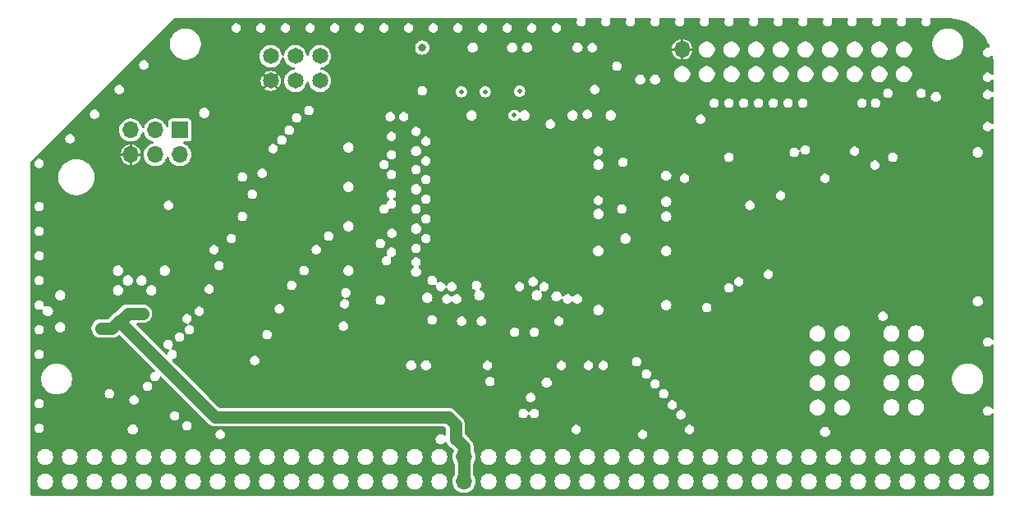
<source format=gbr>
%TF.GenerationSoftware,KiCad,Pcbnew,8.0.4*%
%TF.CreationDate,2024-08-16T16:49:31-07:00*%
%TF.ProjectId,SEWER,53455745-522e-46b6-9963-61645f706362,0*%
%TF.SameCoordinates,Original*%
%TF.FileFunction,Copper,L3,Inr*%
%TF.FilePolarity,Positive*%
%FSLAX46Y46*%
G04 Gerber Fmt 4.6, Leading zero omitted, Abs format (unit mm)*
G04 Created by KiCad (PCBNEW 8.0.4) date 2024-08-16 16:49:31*
%MOMM*%
%LPD*%
G01*
G04 APERTURE LIST*
%TA.AperFunction,ComponentPad*%
%ADD10R,1.700000X1.700000*%
%TD*%
%TA.AperFunction,ComponentPad*%
%ADD11O,1.700000X1.700000*%
%TD*%
%TA.AperFunction,ComponentPad*%
%ADD12C,1.650000*%
%TD*%
%TA.AperFunction,ViaPad*%
%ADD13C,0.800000*%
%TD*%
%TA.AperFunction,ViaPad*%
%ADD14C,0.500000*%
%TD*%
%TA.AperFunction,Conductor*%
%ADD15C,1.270000*%
%TD*%
%TA.AperFunction,Conductor*%
%ADD16C,0.635000*%
%TD*%
G04 APERTURE END LIST*
D10*
%TO.N,CPU_ZDA*%
%TO.C,J204*%
X15702520Y37990700D03*
D11*
%TO.N,/RcBusInterface/RCBUS_ZDA*%
X15702520Y35450700D03*
%TO.N,CPU_ZCL*%
X13162520Y37990700D03*
%TO.N,/RcBusInterface/RCBUS_ZCL*%
X13162520Y35450700D03*
%TO.N,CPU_WP_N*%
X10622520Y37990700D03*
%TO.N,+3.3V*%
X10622520Y35450700D03*
%TD*%
%TO.N,+3.3V*%
%TO.C,J601*%
X67487720Y46305700D03*
%TD*%
%TO.N,VBUS*%
%TO.C,J201*%
X44983400Y1752600D03*
X44983400Y4292600D03*
%TD*%
D12*
%TO.N,+3.3V*%
%TO.C,J301*%
X25064720Y43065700D03*
%TO.N,CPU_RESET_N*%
X25064720Y45605700D03*
%TO.N,GND*%
X27604720Y43065700D03*
%TO.N,CPU_ZCL*%
X27604720Y45605700D03*
%TO.N,GND*%
X30144720Y43065700D03*
%TO.N,CPU_ZDA*%
X30144720Y45605700D03*
%TD*%
D13*
%TO.N,+3.3V*%
X93644720Y38112700D03*
D14*
X87548720Y37096700D03*
D13*
X56687720Y43192700D03*
D14*
X29636720Y36080700D03*
D13*
X36367720Y32143700D03*
D14*
X31414720Y36080700D03*
X53512720Y13855700D03*
D13*
X4744720Y22618700D03*
X62529720Y33286700D03*
X51353720Y20967700D03*
D14*
X86024720Y37096700D03*
X70784720Y37096700D03*
D13*
X18206720Y43065700D03*
D14*
X33065720Y14363700D03*
X92120720Y38112700D03*
X76880720Y37096700D03*
X89072720Y38112700D03*
D13*
X45892720Y43192700D03*
D14*
X78404720Y37096700D03*
X65831720Y34810700D03*
D13*
X51480720Y43192700D03*
X9316720Y25031700D03*
X13253720Y25920700D03*
X64688720Y46494700D03*
X10205720Y25920700D03*
D14*
X84500720Y37096700D03*
D13*
X36367720Y36207700D03*
D14*
X51988720Y13728700D03*
D13*
X49956720Y43192700D03*
D14*
X75356720Y37096700D03*
D13*
X62656720Y20713700D03*
X41066720Y17030700D03*
D14*
X73832720Y37096700D03*
X65831720Y38366700D03*
D13*
X6522720Y24015700D03*
X11729720Y25920700D03*
X62529720Y25793700D03*
X62529720Y29095700D03*
X4744720Y24015700D03*
X62529720Y30619700D03*
D14*
X33065720Y18935700D03*
D13*
X6522720Y22618700D03*
D14*
X81452720Y37096700D03*
D13*
X36367720Y23507700D03*
D14*
X48940720Y13728700D03*
D13*
X5633720Y20967700D03*
D14*
X50464720Y13728700D03*
D13*
X36367720Y28079700D03*
D14*
X72308720Y37096700D03*
X82976720Y37096700D03*
D13*
X14142720Y25031700D03*
X51988720Y11950700D03*
X63164720Y46494700D03*
D14*
X79928720Y37096700D03*
X90596720Y38112700D03*
X65831720Y27571700D03*
D13*
X39542720Y17030700D03*
X45384720Y20967700D03*
D14*
X65831720Y36588700D03*
%TO.N,GND*%
X44724320Y41948100D03*
X50718720Y41998900D03*
X50159920Y39509700D03*
D13*
X40685720Y46494700D03*
D14*
X47162720Y41948100D03*
D13*
%TO.N,VBUS*%
X44114720Y6108700D03*
X8554720Y17538700D03*
X7538720Y17538700D03*
X9443720Y18300700D03*
X10332720Y19062700D03*
X11856720Y19062700D03*
%TD*%
D15*
%TO.N,VBUS*%
X8681720Y17538700D02*
X9443720Y18300700D01*
X44114720Y7632700D02*
X44114720Y6108700D01*
X10332720Y19062700D02*
X11856720Y19062700D01*
X32938720Y8394700D02*
X43352720Y8394700D01*
X43352720Y8394700D02*
X44114720Y7632700D01*
X7538720Y17538700D02*
X8554720Y17538700D01*
X45003720Y5346700D02*
X45003720Y4312920D01*
D16*
X9443720Y18300700D02*
X9570720Y18300700D01*
D15*
X9570720Y18300700D02*
X10332720Y19062700D01*
X45003720Y4312920D02*
X44983400Y4292600D01*
X44983400Y4292600D02*
X44983400Y1752600D01*
X44241720Y6108700D02*
X45003720Y5346700D01*
D16*
X8554720Y17538700D02*
X8681720Y17538700D01*
D15*
X32938720Y8394700D02*
X19349720Y8394700D01*
X44114720Y6108700D02*
X44241720Y6108700D01*
X19349720Y8394700D02*
X9443720Y18300700D01*
%TD*%
%TA.AperFunction,Conductor*%
%TO.N,+3.3V*%
G36*
X56594087Y49539698D02*
G01*
X56640580Y49486042D01*
X56650684Y49415768D01*
X56640581Y49381363D01*
X56602749Y49298521D01*
X56602747Y49298515D01*
X56583077Y49161704D01*
X56583077Y49161697D01*
X56602747Y49024886D01*
X56602748Y49024881D01*
X56602749Y49024879D01*
X56655888Y48908521D01*
X56660173Y48899138D01*
X56750688Y48794678D01*
X56750692Y48794675D01*
X56808834Y48757310D01*
X56866977Y48719944D01*
X56973325Y48688717D01*
X56999602Y48681001D01*
X56999603Y48681001D01*
X56999606Y48681000D01*
X56999609Y48681000D01*
X57137831Y48681000D01*
X57137834Y48681000D01*
X57270463Y48719944D01*
X57386749Y48794676D01*
X57386751Y48794678D01*
X57477266Y48899138D01*
X57477266Y48899140D01*
X57477269Y48899142D01*
X57534691Y49024879D01*
X57545491Y49099992D01*
X57554363Y49161697D01*
X57554363Y49161704D01*
X57534692Y49298515D01*
X57534691Y49298516D01*
X57534691Y49298521D01*
X57496859Y49381361D01*
X57486756Y49451631D01*
X57516249Y49516212D01*
X57575976Y49554596D01*
X57611474Y49559700D01*
X59065966Y49559700D01*
X59134087Y49539698D01*
X59180580Y49486042D01*
X59190684Y49415768D01*
X59180581Y49381363D01*
X59142749Y49298521D01*
X59142747Y49298515D01*
X59123077Y49161704D01*
X59123077Y49161697D01*
X59142747Y49024886D01*
X59142748Y49024881D01*
X59142749Y49024879D01*
X59195888Y48908521D01*
X59200173Y48899138D01*
X59290688Y48794678D01*
X59290692Y48794675D01*
X59348834Y48757310D01*
X59406977Y48719944D01*
X59513325Y48688717D01*
X59539602Y48681001D01*
X59539603Y48681001D01*
X59539606Y48681000D01*
X59539609Y48681000D01*
X59677831Y48681000D01*
X59677834Y48681000D01*
X59810463Y48719944D01*
X59926749Y48794676D01*
X59926751Y48794678D01*
X60017266Y48899138D01*
X60017266Y48899140D01*
X60017269Y48899142D01*
X60074691Y49024879D01*
X60085491Y49099992D01*
X60094363Y49161697D01*
X60094363Y49161704D01*
X60074692Y49298515D01*
X60074691Y49298516D01*
X60074691Y49298521D01*
X60036859Y49381361D01*
X60026756Y49451631D01*
X60056249Y49516212D01*
X60115976Y49554596D01*
X60151474Y49559700D01*
X61605966Y49559700D01*
X61674087Y49539698D01*
X61720580Y49486042D01*
X61730684Y49415768D01*
X61720581Y49381363D01*
X61682749Y49298521D01*
X61682747Y49298515D01*
X61663077Y49161704D01*
X61663077Y49161697D01*
X61682747Y49024886D01*
X61682748Y49024881D01*
X61682749Y49024879D01*
X61735888Y48908521D01*
X61740173Y48899138D01*
X61830688Y48794678D01*
X61830692Y48794675D01*
X61888834Y48757310D01*
X61946977Y48719944D01*
X62053325Y48688717D01*
X62079602Y48681001D01*
X62079603Y48681001D01*
X62079606Y48681000D01*
X62079609Y48681000D01*
X62217831Y48681000D01*
X62217834Y48681000D01*
X62350463Y48719944D01*
X62466749Y48794676D01*
X62466751Y48794678D01*
X62557266Y48899138D01*
X62557266Y48899140D01*
X62557269Y48899142D01*
X62614691Y49024879D01*
X62625491Y49099992D01*
X62634363Y49161697D01*
X62634363Y49161704D01*
X62614692Y49298515D01*
X62614691Y49298516D01*
X62614691Y49298521D01*
X62576859Y49381361D01*
X62566756Y49451631D01*
X62596249Y49516212D01*
X62655976Y49554596D01*
X62691474Y49559700D01*
X64145966Y49559700D01*
X64214087Y49539698D01*
X64260580Y49486042D01*
X64270684Y49415768D01*
X64260581Y49381363D01*
X64222749Y49298521D01*
X64222747Y49298515D01*
X64203077Y49161704D01*
X64203077Y49161697D01*
X64222747Y49024886D01*
X64222748Y49024881D01*
X64222749Y49024879D01*
X64275888Y48908521D01*
X64280173Y48899138D01*
X64370688Y48794678D01*
X64370692Y48794675D01*
X64428834Y48757310D01*
X64486977Y48719944D01*
X64593325Y48688717D01*
X64619602Y48681001D01*
X64619603Y48681001D01*
X64619606Y48681000D01*
X64619609Y48681000D01*
X64757831Y48681000D01*
X64757834Y48681000D01*
X64890463Y48719944D01*
X65006749Y48794676D01*
X65006751Y48794678D01*
X65097266Y48899138D01*
X65097266Y48899140D01*
X65097269Y48899142D01*
X65154691Y49024879D01*
X65165491Y49099992D01*
X65174363Y49161697D01*
X65174363Y49161704D01*
X65154692Y49298515D01*
X65154691Y49298516D01*
X65154691Y49298521D01*
X65116859Y49381361D01*
X65106756Y49451631D01*
X65136249Y49516212D01*
X65195976Y49554596D01*
X65231474Y49559700D01*
X66685966Y49559700D01*
X66754087Y49539698D01*
X66800580Y49486042D01*
X66810684Y49415768D01*
X66800581Y49381363D01*
X66762749Y49298521D01*
X66762747Y49298515D01*
X66743077Y49161704D01*
X66743077Y49161697D01*
X66762747Y49024886D01*
X66762748Y49024881D01*
X66762749Y49024879D01*
X66815888Y48908521D01*
X66820173Y48899138D01*
X66910688Y48794678D01*
X66910692Y48794675D01*
X66968834Y48757310D01*
X67026977Y48719944D01*
X67133325Y48688717D01*
X67159602Y48681001D01*
X67159603Y48681001D01*
X67159606Y48681000D01*
X67159609Y48681000D01*
X67297831Y48681000D01*
X67297834Y48681000D01*
X67430463Y48719944D01*
X67546749Y48794676D01*
X67546751Y48794678D01*
X67637266Y48899138D01*
X67637266Y48899140D01*
X67637269Y48899142D01*
X67694691Y49024879D01*
X67705491Y49099992D01*
X67714363Y49161697D01*
X67714363Y49161704D01*
X67694692Y49298515D01*
X67694691Y49298516D01*
X67694691Y49298521D01*
X67656859Y49381361D01*
X67646756Y49451631D01*
X67676249Y49516212D01*
X67735976Y49554596D01*
X67771474Y49559700D01*
X69225966Y49559700D01*
X69294087Y49539698D01*
X69340580Y49486042D01*
X69350684Y49415768D01*
X69340581Y49381363D01*
X69302749Y49298521D01*
X69302747Y49298515D01*
X69283077Y49161704D01*
X69283077Y49161697D01*
X69302747Y49024886D01*
X69302748Y49024881D01*
X69302749Y49024879D01*
X69355888Y48908521D01*
X69360173Y48899138D01*
X69450688Y48794678D01*
X69450692Y48794675D01*
X69508834Y48757310D01*
X69566977Y48719944D01*
X69673325Y48688717D01*
X69699602Y48681001D01*
X69699603Y48681001D01*
X69699606Y48681000D01*
X69699609Y48681000D01*
X69837831Y48681000D01*
X69837834Y48681000D01*
X69970463Y48719944D01*
X70086749Y48794676D01*
X70086751Y48794678D01*
X70177266Y48899138D01*
X70177266Y48899140D01*
X70177269Y48899142D01*
X70234691Y49024879D01*
X70245491Y49099992D01*
X70254363Y49161697D01*
X70254363Y49161704D01*
X70234692Y49298515D01*
X70234691Y49298516D01*
X70234691Y49298521D01*
X70196859Y49381361D01*
X70186756Y49451631D01*
X70216249Y49516212D01*
X70275976Y49554596D01*
X70311474Y49559700D01*
X71765966Y49559700D01*
X71834087Y49539698D01*
X71880580Y49486042D01*
X71890684Y49415768D01*
X71880581Y49381363D01*
X71842749Y49298521D01*
X71842747Y49298515D01*
X71823077Y49161704D01*
X71823077Y49161697D01*
X71842747Y49024886D01*
X71842748Y49024881D01*
X71842749Y49024879D01*
X71895888Y48908521D01*
X71900173Y48899138D01*
X71990688Y48794678D01*
X71990692Y48794675D01*
X72048834Y48757310D01*
X72106977Y48719944D01*
X72213325Y48688717D01*
X72239602Y48681001D01*
X72239603Y48681001D01*
X72239606Y48681000D01*
X72239609Y48681000D01*
X72377831Y48681000D01*
X72377834Y48681000D01*
X72510463Y48719944D01*
X72626749Y48794676D01*
X72626751Y48794678D01*
X72717266Y48899138D01*
X72717266Y48899140D01*
X72717269Y48899142D01*
X72774691Y49024879D01*
X72785491Y49099992D01*
X72794363Y49161697D01*
X72794363Y49161704D01*
X72774692Y49298515D01*
X72774691Y49298516D01*
X72774691Y49298521D01*
X72736859Y49381361D01*
X72726756Y49451631D01*
X72756249Y49516212D01*
X72815976Y49554596D01*
X72851474Y49559700D01*
X74305966Y49559700D01*
X74374087Y49539698D01*
X74420580Y49486042D01*
X74430684Y49415768D01*
X74420581Y49381363D01*
X74382749Y49298521D01*
X74382747Y49298515D01*
X74363077Y49161704D01*
X74363077Y49161697D01*
X74382747Y49024886D01*
X74382748Y49024881D01*
X74382749Y49024879D01*
X74435888Y48908521D01*
X74440173Y48899138D01*
X74530688Y48794678D01*
X74530692Y48794675D01*
X74588834Y48757310D01*
X74646977Y48719944D01*
X74753325Y48688717D01*
X74779602Y48681001D01*
X74779603Y48681001D01*
X74779606Y48681000D01*
X74779609Y48681000D01*
X74917831Y48681000D01*
X74917834Y48681000D01*
X75050463Y48719944D01*
X75166749Y48794676D01*
X75166751Y48794678D01*
X75257266Y48899138D01*
X75257266Y48899140D01*
X75257269Y48899142D01*
X75314691Y49024879D01*
X75325491Y49099992D01*
X75334363Y49161697D01*
X75334363Y49161704D01*
X75314692Y49298515D01*
X75314691Y49298516D01*
X75314691Y49298521D01*
X75276859Y49381361D01*
X75266756Y49451631D01*
X75296249Y49516212D01*
X75355976Y49554596D01*
X75391474Y49559700D01*
X76845966Y49559700D01*
X76914087Y49539698D01*
X76960580Y49486042D01*
X76970684Y49415768D01*
X76960581Y49381363D01*
X76922749Y49298521D01*
X76922747Y49298515D01*
X76903077Y49161704D01*
X76903077Y49161697D01*
X76922747Y49024886D01*
X76922748Y49024881D01*
X76922749Y49024879D01*
X76975888Y48908521D01*
X76980173Y48899138D01*
X77070688Y48794678D01*
X77070692Y48794675D01*
X77128834Y48757310D01*
X77186977Y48719944D01*
X77293325Y48688717D01*
X77319602Y48681001D01*
X77319603Y48681001D01*
X77319606Y48681000D01*
X77319609Y48681000D01*
X77457831Y48681000D01*
X77457834Y48681000D01*
X77590463Y48719944D01*
X77706749Y48794676D01*
X77706751Y48794678D01*
X77797266Y48899138D01*
X77797266Y48899140D01*
X77797269Y48899142D01*
X77854691Y49024879D01*
X77865491Y49099992D01*
X77874363Y49161697D01*
X77874363Y49161704D01*
X77854692Y49298515D01*
X77854691Y49298516D01*
X77854691Y49298521D01*
X77816859Y49381361D01*
X77806756Y49451631D01*
X77836249Y49516212D01*
X77895976Y49554596D01*
X77931474Y49559700D01*
X79385966Y49559700D01*
X79454087Y49539698D01*
X79500580Y49486042D01*
X79510684Y49415768D01*
X79500581Y49381363D01*
X79462749Y49298521D01*
X79462747Y49298515D01*
X79443077Y49161704D01*
X79443077Y49161697D01*
X79462747Y49024886D01*
X79462748Y49024881D01*
X79462749Y49024879D01*
X79515888Y48908521D01*
X79520173Y48899138D01*
X79610688Y48794678D01*
X79610692Y48794675D01*
X79668834Y48757310D01*
X79726977Y48719944D01*
X79833325Y48688717D01*
X79859602Y48681001D01*
X79859603Y48681001D01*
X79859606Y48681000D01*
X79859609Y48681000D01*
X79997831Y48681000D01*
X79997834Y48681000D01*
X80130463Y48719944D01*
X80246749Y48794676D01*
X80246751Y48794678D01*
X80337266Y48899138D01*
X80337266Y48899140D01*
X80337269Y48899142D01*
X80394691Y49024879D01*
X80405491Y49099992D01*
X80414363Y49161697D01*
X80414363Y49161704D01*
X80394692Y49298515D01*
X80394691Y49298516D01*
X80394691Y49298521D01*
X80356859Y49381361D01*
X80346756Y49451631D01*
X80376249Y49516212D01*
X80435976Y49554596D01*
X80471474Y49559700D01*
X81925966Y49559700D01*
X81994087Y49539698D01*
X82040580Y49486042D01*
X82050684Y49415768D01*
X82040581Y49381363D01*
X82002749Y49298521D01*
X82002747Y49298515D01*
X81983077Y49161704D01*
X81983077Y49161697D01*
X82002747Y49024886D01*
X82002748Y49024881D01*
X82002749Y49024879D01*
X82055888Y48908521D01*
X82060173Y48899138D01*
X82150688Y48794678D01*
X82150692Y48794675D01*
X82208834Y48757310D01*
X82266977Y48719944D01*
X82373325Y48688717D01*
X82399602Y48681001D01*
X82399603Y48681001D01*
X82399606Y48681000D01*
X82399609Y48681000D01*
X82537831Y48681000D01*
X82537834Y48681000D01*
X82670463Y48719944D01*
X82786749Y48794676D01*
X82786751Y48794678D01*
X82877266Y48899138D01*
X82877266Y48899140D01*
X82877269Y48899142D01*
X82934691Y49024879D01*
X82945491Y49099992D01*
X82954363Y49161697D01*
X82954363Y49161704D01*
X82934692Y49298515D01*
X82934691Y49298516D01*
X82934691Y49298521D01*
X82896859Y49381361D01*
X82886756Y49451631D01*
X82916249Y49516212D01*
X82975976Y49554596D01*
X83011474Y49559700D01*
X84465966Y49559700D01*
X84534087Y49539698D01*
X84580580Y49486042D01*
X84590684Y49415768D01*
X84580581Y49381363D01*
X84542749Y49298521D01*
X84542747Y49298515D01*
X84523077Y49161704D01*
X84523077Y49161697D01*
X84542747Y49024886D01*
X84542748Y49024881D01*
X84542749Y49024879D01*
X84595888Y48908521D01*
X84600173Y48899138D01*
X84690688Y48794678D01*
X84690692Y48794675D01*
X84748834Y48757310D01*
X84806977Y48719944D01*
X84913325Y48688717D01*
X84939602Y48681001D01*
X84939603Y48681001D01*
X84939606Y48681000D01*
X84939609Y48681000D01*
X85077831Y48681000D01*
X85077834Y48681000D01*
X85210463Y48719944D01*
X85326749Y48794676D01*
X85326751Y48794678D01*
X85417266Y48899138D01*
X85417266Y48899140D01*
X85417269Y48899142D01*
X85474691Y49024879D01*
X85485491Y49099992D01*
X85494363Y49161697D01*
X85494363Y49161704D01*
X85474692Y49298515D01*
X85474691Y49298516D01*
X85474691Y49298521D01*
X85436859Y49381361D01*
X85426756Y49451631D01*
X85456249Y49516212D01*
X85515976Y49554596D01*
X85551474Y49559700D01*
X87005966Y49559700D01*
X87074087Y49539698D01*
X87120580Y49486042D01*
X87130684Y49415768D01*
X87120581Y49381363D01*
X87082749Y49298521D01*
X87082747Y49298515D01*
X87063077Y49161704D01*
X87063077Y49161697D01*
X87082747Y49024886D01*
X87082748Y49024881D01*
X87082749Y49024879D01*
X87135888Y48908521D01*
X87140173Y48899138D01*
X87230688Y48794678D01*
X87230692Y48794675D01*
X87288834Y48757310D01*
X87346977Y48719944D01*
X87453325Y48688717D01*
X87479602Y48681001D01*
X87479603Y48681001D01*
X87479606Y48681000D01*
X87479609Y48681000D01*
X87617831Y48681000D01*
X87617834Y48681000D01*
X87750463Y48719944D01*
X87866749Y48794676D01*
X87866751Y48794678D01*
X87957266Y48899138D01*
X87957266Y48899140D01*
X87957269Y48899142D01*
X88014691Y49024879D01*
X88025491Y49099992D01*
X88034363Y49161697D01*
X88034363Y49161704D01*
X88014692Y49298515D01*
X88014691Y49298516D01*
X88014691Y49298521D01*
X87976859Y49381361D01*
X87966756Y49451631D01*
X87996249Y49516212D01*
X88055976Y49554596D01*
X88091474Y49559700D01*
X89545966Y49559700D01*
X89614087Y49539698D01*
X89660580Y49486042D01*
X89670684Y49415768D01*
X89660581Y49381363D01*
X89622749Y49298521D01*
X89622747Y49298515D01*
X89603077Y49161704D01*
X89603077Y49161697D01*
X89622747Y49024886D01*
X89622748Y49024881D01*
X89622749Y49024879D01*
X89675888Y48908521D01*
X89680173Y48899138D01*
X89770688Y48794678D01*
X89770692Y48794675D01*
X89828834Y48757310D01*
X89886977Y48719944D01*
X89993325Y48688717D01*
X90019602Y48681001D01*
X90019603Y48681001D01*
X90019606Y48681000D01*
X90019609Y48681000D01*
X90157831Y48681000D01*
X90157834Y48681000D01*
X90290463Y48719944D01*
X90406749Y48794676D01*
X90406751Y48794678D01*
X90497266Y48899138D01*
X90497266Y48899140D01*
X90497269Y48899142D01*
X90554691Y49024879D01*
X90565491Y49099992D01*
X90574363Y49161697D01*
X90574363Y49161704D01*
X90554692Y49298515D01*
X90554691Y49298516D01*
X90554691Y49298521D01*
X90516859Y49381361D01*
X90506756Y49451631D01*
X90536249Y49516212D01*
X90595976Y49554596D01*
X90631474Y49559700D01*
X92085966Y49559700D01*
X92154087Y49539698D01*
X92200580Y49486042D01*
X92210684Y49415768D01*
X92200581Y49381363D01*
X92162749Y49298521D01*
X92162747Y49298515D01*
X92143077Y49161704D01*
X92143077Y49161697D01*
X92162747Y49024886D01*
X92162748Y49024881D01*
X92162749Y49024879D01*
X92215888Y48908521D01*
X92220173Y48899138D01*
X92310688Y48794678D01*
X92310692Y48794675D01*
X92368834Y48757310D01*
X92426977Y48719944D01*
X92533325Y48688717D01*
X92559602Y48681001D01*
X92559603Y48681001D01*
X92559606Y48681000D01*
X92559609Y48681000D01*
X92697831Y48681000D01*
X92697834Y48681000D01*
X92830463Y48719944D01*
X92946749Y48794676D01*
X92946751Y48794678D01*
X93037266Y48899138D01*
X93037266Y48899140D01*
X93037269Y48899142D01*
X93094691Y49024879D01*
X93105491Y49099992D01*
X93114363Y49161697D01*
X93114363Y49161704D01*
X93094692Y49298515D01*
X93094691Y49298516D01*
X93094691Y49298521D01*
X93056859Y49381361D01*
X93046756Y49451631D01*
X93076249Y49516212D01*
X93135976Y49554596D01*
X93171474Y49559700D01*
X94682207Y49559700D01*
X94727055Y49559700D01*
X94732550Y49559580D01*
X95149581Y49541374D01*
X95160532Y49540416D01*
X95249344Y49528724D01*
X95571677Y49486289D01*
X95582485Y49484383D01*
X95987359Y49394626D01*
X95997940Y49391791D01*
X96393449Y49267089D01*
X96403769Y49263333D01*
X96786896Y49104638D01*
X96796858Y49099992D01*
X97164672Y48908521D01*
X97174191Y48903026D01*
X97461574Y48719944D01*
X97523934Y48680217D01*
X97532938Y48673913D01*
X97853432Y48427990D01*
X97861935Y48421466D01*
X97870355Y48414400D01*
X98176079Y48134256D01*
X98183852Y48126483D01*
X98464017Y47820737D01*
X98471082Y47812317D01*
X98723517Y47483339D01*
X98729822Y47474335D01*
X98945111Y47136400D01*
X98952631Y47124597D01*
X98958127Y47115077D01*
X99149605Y46747252D01*
X99154251Y46737290D01*
X99195475Y46637767D01*
X99203064Y46567178D01*
X99171285Y46503691D01*
X99110227Y46467463D01*
X99057083Y46468411D01*
X99056754Y46466117D01*
X99047836Y46467400D01*
X99047834Y46467400D01*
X98909606Y46467400D01*
X98909602Y46467400D01*
X98776976Y46428456D01*
X98660692Y46353726D01*
X98660688Y46353723D01*
X98570173Y46249263D01*
X98512749Y46123521D01*
X98512747Y46123515D01*
X98493077Y45986704D01*
X98493077Y45986697D01*
X98512747Y45849886D01*
X98512748Y45849881D01*
X98512749Y45849879D01*
X98550585Y45767029D01*
X98570173Y45724138D01*
X98660688Y45619678D01*
X98660692Y45619675D01*
X98660694Y45619674D01*
X98776977Y45544944D01*
X98854888Y45522067D01*
X98909602Y45506001D01*
X98909603Y45506001D01*
X98909606Y45506000D01*
X98909609Y45506000D01*
X99047831Y45506000D01*
X99047834Y45506000D01*
X99180463Y45544944D01*
X99296749Y45619676D01*
X99306318Y45630721D01*
X99366043Y45669104D01*
X99437040Y45669105D01*
X99496766Y45630722D01*
X99524556Y45575479D01*
X99533997Y45532892D01*
X99535906Y45522067D01*
X99590033Y45110932D01*
X99590991Y45099982D01*
X99609180Y44683407D01*
X99609300Y44677911D01*
X99609300Y44632604D01*
X99609348Y44632300D01*
X99610900Y44612587D01*
X99610900Y43788994D01*
X99590898Y43720873D01*
X99537242Y43674380D01*
X99466968Y43664276D01*
X99402388Y43693770D01*
X99389676Y43706481D01*
X99296747Y43813726D01*
X99180463Y43888456D01*
X99047837Y43927400D01*
X99047834Y43927400D01*
X98909606Y43927400D01*
X98909602Y43927400D01*
X98776976Y43888456D01*
X98660692Y43813726D01*
X98660688Y43813723D01*
X98570173Y43709263D01*
X98512749Y43583521D01*
X98512747Y43583515D01*
X98493077Y43446704D01*
X98493077Y43446697D01*
X98512747Y43309886D01*
X98512748Y43309881D01*
X98512749Y43309879D01*
X98568903Y43186919D01*
X98570173Y43184138D01*
X98660688Y43079678D01*
X98660692Y43079675D01*
X98682443Y43065697D01*
X98776977Y43004944D01*
X98883325Y42973717D01*
X98909602Y42966001D01*
X98909603Y42966001D01*
X98909606Y42966000D01*
X98909609Y42966000D01*
X99047831Y42966000D01*
X99047834Y42966000D01*
X99180463Y43004944D01*
X99296749Y43079676D01*
X99387269Y43184142D01*
X99387269Y43184143D01*
X99389675Y43186919D01*
X99449401Y43225303D01*
X99520398Y43225303D01*
X99580124Y43186920D01*
X99609617Y43122339D01*
X99610900Y43104407D01*
X99610900Y42010994D01*
X99590898Y41942873D01*
X99537242Y41896380D01*
X99466968Y41886276D01*
X99402388Y41915770D01*
X99389676Y41928481D01*
X99296747Y42035726D01*
X99180463Y42110456D01*
X99047837Y42149400D01*
X99047834Y42149400D01*
X98909606Y42149400D01*
X98909602Y42149400D01*
X98776976Y42110456D01*
X98660692Y42035726D01*
X98660688Y42035723D01*
X98570173Y41931263D01*
X98512749Y41805521D01*
X98512747Y41805515D01*
X98493077Y41668704D01*
X98493077Y41668697D01*
X98512747Y41531886D01*
X98512748Y41531881D01*
X98512749Y41531879D01*
X98568903Y41408919D01*
X98570173Y41406138D01*
X98660688Y41301678D01*
X98660692Y41301675D01*
X98700392Y41276162D01*
X98776977Y41226944D01*
X98883325Y41195717D01*
X98909602Y41188001D01*
X98909603Y41188001D01*
X98909606Y41188000D01*
X98909609Y41188000D01*
X99047831Y41188000D01*
X99047834Y41188000D01*
X99180463Y41226944D01*
X99296749Y41301676D01*
X99387269Y41406142D01*
X99387269Y41406143D01*
X99389675Y41408919D01*
X99449401Y41447303D01*
X99520398Y41447303D01*
X99580124Y41408920D01*
X99609617Y41344339D01*
X99610900Y41326407D01*
X99610900Y38708994D01*
X99590898Y38640873D01*
X99537242Y38594380D01*
X99466968Y38584276D01*
X99402388Y38613770D01*
X99389676Y38626481D01*
X99296747Y38733726D01*
X99180463Y38808456D01*
X99047837Y38847400D01*
X99047834Y38847400D01*
X98909606Y38847400D01*
X98909602Y38847400D01*
X98776976Y38808456D01*
X98660692Y38733726D01*
X98660688Y38733723D01*
X98570173Y38629263D01*
X98512749Y38503521D01*
X98512747Y38503515D01*
X98493077Y38366704D01*
X98493077Y38366697D01*
X98512747Y38229886D01*
X98512748Y38229881D01*
X98512749Y38229879D01*
X98568903Y38106919D01*
X98570173Y38104138D01*
X98660688Y37999678D01*
X98660692Y37999675D01*
X98674650Y37990705D01*
X98776977Y37924944D01*
X98883325Y37893717D01*
X98909602Y37886001D01*
X98909603Y37886001D01*
X98909606Y37886000D01*
X98909609Y37886000D01*
X99047831Y37886000D01*
X99047834Y37886000D01*
X99180463Y37924944D01*
X99296749Y37999676D01*
X99387269Y38104142D01*
X99387269Y38104143D01*
X99389675Y38106919D01*
X99449401Y38145303D01*
X99520398Y38145303D01*
X99580124Y38106920D01*
X99609617Y38042339D01*
X99610900Y38024407D01*
X99610900Y16483994D01*
X99590898Y16415873D01*
X99537242Y16369380D01*
X99466968Y16359276D01*
X99402388Y16388770D01*
X99389676Y16401481D01*
X99296747Y16508726D01*
X99180463Y16583456D01*
X99047837Y16622400D01*
X99047834Y16622400D01*
X98909606Y16622400D01*
X98909602Y16622400D01*
X98776976Y16583456D01*
X98660692Y16508726D01*
X98660688Y16508723D01*
X98570173Y16404263D01*
X98512749Y16278521D01*
X98512747Y16278515D01*
X98493077Y16141704D01*
X98493077Y16141697D01*
X98512747Y16004886D01*
X98512748Y16004881D01*
X98512749Y16004879D01*
X98568903Y15881919D01*
X98570173Y15879138D01*
X98660688Y15774678D01*
X98660692Y15774675D01*
X98697720Y15750879D01*
X98776977Y15699944D01*
X98883325Y15668717D01*
X98909602Y15661001D01*
X98909603Y15661001D01*
X98909606Y15661000D01*
X98909609Y15661000D01*
X99047831Y15661000D01*
X99047834Y15661000D01*
X99180463Y15699944D01*
X99296749Y15774676D01*
X99387269Y15879142D01*
X99387269Y15879143D01*
X99389675Y15881919D01*
X99449401Y15920303D01*
X99520398Y15920303D01*
X99580124Y15881920D01*
X99609617Y15817339D01*
X99610900Y15799407D01*
X99610900Y9371994D01*
X99590898Y9303873D01*
X99537242Y9257380D01*
X99466968Y9247276D01*
X99402388Y9276770D01*
X99389676Y9289481D01*
X99296747Y9396726D01*
X99180463Y9471456D01*
X99047837Y9510400D01*
X99047834Y9510400D01*
X98909606Y9510400D01*
X98909602Y9510400D01*
X98776976Y9471456D01*
X98660692Y9396726D01*
X98660688Y9396723D01*
X98570173Y9292263D01*
X98512749Y9166521D01*
X98512747Y9166515D01*
X98493077Y9029704D01*
X98493077Y9029697D01*
X98512747Y8892886D01*
X98512748Y8892881D01*
X98512749Y8892879D01*
X98568903Y8769919D01*
X98570173Y8767138D01*
X98660688Y8662678D01*
X98660692Y8662675D01*
X98697720Y8638879D01*
X98776977Y8587944D01*
X98872141Y8560001D01*
X98909602Y8549001D01*
X98909603Y8549001D01*
X98909606Y8549000D01*
X98909609Y8549000D01*
X99047831Y8549000D01*
X99047834Y8549000D01*
X99180463Y8587944D01*
X99296749Y8662676D01*
X99387269Y8767142D01*
X99387269Y8767143D01*
X99389675Y8769919D01*
X99449401Y8808303D01*
X99520398Y8808303D01*
X99580124Y8769920D01*
X99609617Y8705339D01*
X99610900Y8687407D01*
X99610900Y426500D01*
X99590898Y358379D01*
X99537242Y311886D01*
X99484900Y300500D01*
X426500Y300500D01*
X358379Y320502D01*
X311886Y374158D01*
X300500Y426500D01*
X300500Y1834417D01*
X972700Y1834417D01*
X972700Y1670783D01*
X1004624Y1510294D01*
X1067244Y1359116D01*
X1151900Y1232419D01*
X1158154Y1223059D01*
X1158159Y1223053D01*
X1273852Y1107360D01*
X1273858Y1107355D01*
X1273860Y1107353D01*
X1409916Y1016444D01*
X1561094Y953824D01*
X1721583Y921900D01*
X1721588Y921900D01*
X1885212Y921900D01*
X1885217Y921900D01*
X2045706Y953824D01*
X2196884Y1016444D01*
X2332940Y1107353D01*
X2448647Y1223060D01*
X2539556Y1359116D01*
X2602176Y1510294D01*
X2634100Y1670783D01*
X2634100Y1834417D01*
X3512700Y1834417D01*
X3512700Y1670783D01*
X3544624Y1510294D01*
X3607244Y1359116D01*
X3691900Y1232419D01*
X3698154Y1223059D01*
X3698159Y1223053D01*
X3813852Y1107360D01*
X3813858Y1107355D01*
X3813860Y1107353D01*
X3949916Y1016444D01*
X4101094Y953824D01*
X4261583Y921900D01*
X4261588Y921900D01*
X4425212Y921900D01*
X4425217Y921900D01*
X4585706Y953824D01*
X4736884Y1016444D01*
X4872940Y1107353D01*
X4988647Y1223060D01*
X5079556Y1359116D01*
X5142176Y1510294D01*
X5174100Y1670783D01*
X5174100Y1834417D01*
X6052700Y1834417D01*
X6052700Y1670783D01*
X6084624Y1510294D01*
X6147244Y1359116D01*
X6231900Y1232419D01*
X6238154Y1223059D01*
X6238159Y1223053D01*
X6353852Y1107360D01*
X6353858Y1107355D01*
X6353860Y1107353D01*
X6489916Y1016444D01*
X6641094Y953824D01*
X6801583Y921900D01*
X6801588Y921900D01*
X6965212Y921900D01*
X6965217Y921900D01*
X7125706Y953824D01*
X7276884Y1016444D01*
X7412940Y1107353D01*
X7528647Y1223060D01*
X7619556Y1359116D01*
X7682176Y1510294D01*
X7714100Y1670783D01*
X7714100Y1834417D01*
X8592700Y1834417D01*
X8592700Y1670783D01*
X8624624Y1510294D01*
X8687244Y1359116D01*
X8771900Y1232419D01*
X8778154Y1223059D01*
X8778159Y1223053D01*
X8893852Y1107360D01*
X8893858Y1107355D01*
X8893860Y1107353D01*
X9029916Y1016444D01*
X9181094Y953824D01*
X9341583Y921900D01*
X9341588Y921900D01*
X9505212Y921900D01*
X9505217Y921900D01*
X9665706Y953824D01*
X9816884Y1016444D01*
X9952940Y1107353D01*
X10068647Y1223060D01*
X10159556Y1359116D01*
X10222176Y1510294D01*
X10254100Y1670783D01*
X10254100Y1834417D01*
X11132700Y1834417D01*
X11132700Y1670783D01*
X11164624Y1510294D01*
X11227244Y1359116D01*
X11311900Y1232419D01*
X11318154Y1223059D01*
X11318159Y1223053D01*
X11433852Y1107360D01*
X11433858Y1107355D01*
X11433860Y1107353D01*
X11569916Y1016444D01*
X11721094Y953824D01*
X11881583Y921900D01*
X11881588Y921900D01*
X12045212Y921900D01*
X12045217Y921900D01*
X12205706Y953824D01*
X12356884Y1016444D01*
X12492940Y1107353D01*
X12608647Y1223060D01*
X12699556Y1359116D01*
X12762176Y1510294D01*
X12794100Y1670783D01*
X12794100Y1834417D01*
X13672700Y1834417D01*
X13672700Y1670783D01*
X13704624Y1510294D01*
X13767244Y1359116D01*
X13851900Y1232419D01*
X13858154Y1223059D01*
X13858159Y1223053D01*
X13973852Y1107360D01*
X13973858Y1107355D01*
X13973860Y1107353D01*
X14109916Y1016444D01*
X14261094Y953824D01*
X14421583Y921900D01*
X14421588Y921900D01*
X14585212Y921900D01*
X14585217Y921900D01*
X14745706Y953824D01*
X14896884Y1016444D01*
X15032940Y1107353D01*
X15148647Y1223060D01*
X15239556Y1359116D01*
X15302176Y1510294D01*
X15334100Y1670783D01*
X15334100Y1834417D01*
X16212700Y1834417D01*
X16212700Y1670783D01*
X16244624Y1510294D01*
X16307244Y1359116D01*
X16391900Y1232419D01*
X16398154Y1223059D01*
X16398159Y1223053D01*
X16513852Y1107360D01*
X16513858Y1107355D01*
X16513860Y1107353D01*
X16649916Y1016444D01*
X16801094Y953824D01*
X16961583Y921900D01*
X16961588Y921900D01*
X17125212Y921900D01*
X17125217Y921900D01*
X17285706Y953824D01*
X17436884Y1016444D01*
X17572940Y1107353D01*
X17688647Y1223060D01*
X17779556Y1359116D01*
X17842176Y1510294D01*
X17874100Y1670783D01*
X17874100Y1834417D01*
X18752700Y1834417D01*
X18752700Y1670783D01*
X18784624Y1510294D01*
X18847244Y1359116D01*
X18931900Y1232419D01*
X18938154Y1223059D01*
X18938159Y1223053D01*
X19053852Y1107360D01*
X19053858Y1107355D01*
X19053860Y1107353D01*
X19189916Y1016444D01*
X19341094Y953824D01*
X19501583Y921900D01*
X19501588Y921900D01*
X19665212Y921900D01*
X19665217Y921900D01*
X19825706Y953824D01*
X19976884Y1016444D01*
X20112940Y1107353D01*
X20228647Y1223060D01*
X20319556Y1359116D01*
X20382176Y1510294D01*
X20414100Y1670783D01*
X20414100Y1834417D01*
X21292700Y1834417D01*
X21292700Y1670783D01*
X21324624Y1510294D01*
X21387244Y1359116D01*
X21471900Y1232419D01*
X21478154Y1223059D01*
X21478159Y1223053D01*
X21593852Y1107360D01*
X21593858Y1107355D01*
X21593860Y1107353D01*
X21729916Y1016444D01*
X21881094Y953824D01*
X22041583Y921900D01*
X22041588Y921900D01*
X22205212Y921900D01*
X22205217Y921900D01*
X22365706Y953824D01*
X22516884Y1016444D01*
X22652940Y1107353D01*
X22768647Y1223060D01*
X22859556Y1359116D01*
X22922176Y1510294D01*
X22954100Y1670783D01*
X22954100Y1834417D01*
X23832700Y1834417D01*
X23832700Y1670783D01*
X23864624Y1510294D01*
X23927244Y1359116D01*
X24011900Y1232419D01*
X24018154Y1223059D01*
X24018159Y1223053D01*
X24133852Y1107360D01*
X24133858Y1107355D01*
X24133860Y1107353D01*
X24269916Y1016444D01*
X24421094Y953824D01*
X24581583Y921900D01*
X24581588Y921900D01*
X24745212Y921900D01*
X24745217Y921900D01*
X24905706Y953824D01*
X25056884Y1016444D01*
X25192940Y1107353D01*
X25308647Y1223060D01*
X25399556Y1359116D01*
X25462176Y1510294D01*
X25494100Y1670783D01*
X25494100Y1834417D01*
X26372700Y1834417D01*
X26372700Y1670783D01*
X26404624Y1510294D01*
X26467244Y1359116D01*
X26551900Y1232419D01*
X26558154Y1223059D01*
X26558159Y1223053D01*
X26673852Y1107360D01*
X26673858Y1107355D01*
X26673860Y1107353D01*
X26809916Y1016444D01*
X26961094Y953824D01*
X27121583Y921900D01*
X27121588Y921900D01*
X27285212Y921900D01*
X27285217Y921900D01*
X27445706Y953824D01*
X27596884Y1016444D01*
X27732940Y1107353D01*
X27848647Y1223060D01*
X27939556Y1359116D01*
X28002176Y1510294D01*
X28034100Y1670783D01*
X28034100Y1834417D01*
X28912700Y1834417D01*
X28912700Y1670783D01*
X28944624Y1510294D01*
X29007244Y1359116D01*
X29091900Y1232419D01*
X29098154Y1223059D01*
X29098159Y1223053D01*
X29213852Y1107360D01*
X29213858Y1107355D01*
X29213860Y1107353D01*
X29349916Y1016444D01*
X29501094Y953824D01*
X29661583Y921900D01*
X29661588Y921900D01*
X29825212Y921900D01*
X29825217Y921900D01*
X29985706Y953824D01*
X30136884Y1016444D01*
X30272940Y1107353D01*
X30388647Y1223060D01*
X30479556Y1359116D01*
X30542176Y1510294D01*
X30574100Y1670783D01*
X30574100Y1834417D01*
X31452700Y1834417D01*
X31452700Y1670783D01*
X31484624Y1510294D01*
X31547244Y1359116D01*
X31631900Y1232419D01*
X31638154Y1223059D01*
X31638159Y1223053D01*
X31753852Y1107360D01*
X31753858Y1107355D01*
X31753860Y1107353D01*
X31889916Y1016444D01*
X32041094Y953824D01*
X32201583Y921900D01*
X32201588Y921900D01*
X32365212Y921900D01*
X32365217Y921900D01*
X32525706Y953824D01*
X32676884Y1016444D01*
X32812940Y1107353D01*
X32928647Y1223060D01*
X33019556Y1359116D01*
X33082176Y1510294D01*
X33114100Y1670783D01*
X33114100Y1834417D01*
X33992700Y1834417D01*
X33992700Y1670783D01*
X34024624Y1510294D01*
X34087244Y1359116D01*
X34171900Y1232419D01*
X34178154Y1223059D01*
X34178159Y1223053D01*
X34293852Y1107360D01*
X34293858Y1107355D01*
X34293860Y1107353D01*
X34429916Y1016444D01*
X34581094Y953824D01*
X34741583Y921900D01*
X34741588Y921900D01*
X34905212Y921900D01*
X34905217Y921900D01*
X35065706Y953824D01*
X35216884Y1016444D01*
X35352940Y1107353D01*
X35468647Y1223060D01*
X35559556Y1359116D01*
X35622176Y1510294D01*
X35654100Y1670783D01*
X35654100Y1834417D01*
X36532700Y1834417D01*
X36532700Y1670783D01*
X36564624Y1510294D01*
X36627244Y1359116D01*
X36711900Y1232419D01*
X36718154Y1223059D01*
X36718159Y1223053D01*
X36833852Y1107360D01*
X36833858Y1107355D01*
X36833860Y1107353D01*
X36969916Y1016444D01*
X37121094Y953824D01*
X37281583Y921900D01*
X37281588Y921900D01*
X37445212Y921900D01*
X37445217Y921900D01*
X37605706Y953824D01*
X37756884Y1016444D01*
X37892940Y1107353D01*
X38008647Y1223060D01*
X38099556Y1359116D01*
X38162176Y1510294D01*
X38194100Y1670783D01*
X38194100Y1834417D01*
X39072700Y1834417D01*
X39072700Y1670783D01*
X39104624Y1510294D01*
X39167244Y1359116D01*
X39251900Y1232419D01*
X39258154Y1223059D01*
X39258159Y1223053D01*
X39373852Y1107360D01*
X39373858Y1107355D01*
X39373860Y1107353D01*
X39509916Y1016444D01*
X39661094Y953824D01*
X39821583Y921900D01*
X39821588Y921900D01*
X39985212Y921900D01*
X39985217Y921900D01*
X40145706Y953824D01*
X40296884Y1016444D01*
X40432940Y1107353D01*
X40548647Y1223060D01*
X40639556Y1359116D01*
X40702176Y1510294D01*
X40734100Y1670783D01*
X40734100Y1834417D01*
X41612700Y1834417D01*
X41612700Y1670783D01*
X41644624Y1510294D01*
X41707244Y1359116D01*
X41791900Y1232419D01*
X41798154Y1223059D01*
X41798159Y1223053D01*
X41913852Y1107360D01*
X41913858Y1107355D01*
X41913860Y1107353D01*
X42049916Y1016444D01*
X42201094Y953824D01*
X42361583Y921900D01*
X42361588Y921900D01*
X42525212Y921900D01*
X42525217Y921900D01*
X42685706Y953824D01*
X42836884Y1016444D01*
X42972940Y1107353D01*
X43088647Y1223060D01*
X43179556Y1359116D01*
X43242176Y1510294D01*
X43274100Y1670783D01*
X43274100Y1834417D01*
X43242176Y1994906D01*
X43179556Y2146084D01*
X43088647Y2282140D01*
X43088645Y2282142D01*
X43088640Y2282148D01*
X42972947Y2397841D01*
X42972941Y2397846D01*
X42959021Y2407147D01*
X42836884Y2488756D01*
X42741552Y2528244D01*
X42685709Y2551375D01*
X42685706Y2551376D01*
X42525217Y2583300D01*
X42361583Y2583300D01*
X42281338Y2567338D01*
X42201093Y2551376D01*
X42201090Y2551375D01*
X42049916Y2488756D01*
X41913858Y2397846D01*
X41913852Y2397841D01*
X41798159Y2282148D01*
X41798154Y2282142D01*
X41707244Y2146084D01*
X41644625Y1994910D01*
X41644624Y1994907D01*
X41644624Y1994906D01*
X41612700Y1834417D01*
X40734100Y1834417D01*
X40702176Y1994906D01*
X40639556Y2146084D01*
X40548647Y2282140D01*
X40548645Y2282142D01*
X40548640Y2282148D01*
X40432947Y2397841D01*
X40432941Y2397846D01*
X40419021Y2407147D01*
X40296884Y2488756D01*
X40201552Y2528244D01*
X40145709Y2551375D01*
X40145706Y2551376D01*
X39985217Y2583300D01*
X39821583Y2583300D01*
X39741338Y2567338D01*
X39661093Y2551376D01*
X39661090Y2551375D01*
X39509916Y2488756D01*
X39373858Y2397846D01*
X39373852Y2397841D01*
X39258159Y2282148D01*
X39258154Y2282142D01*
X39167244Y2146084D01*
X39104625Y1994910D01*
X39104624Y1994907D01*
X39104624Y1994906D01*
X39072700Y1834417D01*
X38194100Y1834417D01*
X38162176Y1994906D01*
X38099556Y2146084D01*
X38008647Y2282140D01*
X38008645Y2282142D01*
X38008640Y2282148D01*
X37892947Y2397841D01*
X37892941Y2397846D01*
X37879021Y2407147D01*
X37756884Y2488756D01*
X37661552Y2528244D01*
X37605709Y2551375D01*
X37605706Y2551376D01*
X37445217Y2583300D01*
X37281583Y2583300D01*
X37201338Y2567338D01*
X37121093Y2551376D01*
X37121090Y2551375D01*
X36969916Y2488756D01*
X36833858Y2397846D01*
X36833852Y2397841D01*
X36718159Y2282148D01*
X36718154Y2282142D01*
X36627244Y2146084D01*
X36564625Y1994910D01*
X36564624Y1994907D01*
X36564624Y1994906D01*
X36532700Y1834417D01*
X35654100Y1834417D01*
X35622176Y1994906D01*
X35559556Y2146084D01*
X35468647Y2282140D01*
X35468645Y2282142D01*
X35468640Y2282148D01*
X35352947Y2397841D01*
X35352941Y2397846D01*
X35339021Y2407147D01*
X35216884Y2488756D01*
X35121552Y2528244D01*
X35065709Y2551375D01*
X35065706Y2551376D01*
X34905217Y2583300D01*
X34741583Y2583300D01*
X34661338Y2567338D01*
X34581093Y2551376D01*
X34581090Y2551375D01*
X34429916Y2488756D01*
X34293858Y2397846D01*
X34293852Y2397841D01*
X34178159Y2282148D01*
X34178154Y2282142D01*
X34087244Y2146084D01*
X34024625Y1994910D01*
X34024624Y1994907D01*
X34024624Y1994906D01*
X33992700Y1834417D01*
X33114100Y1834417D01*
X33082176Y1994906D01*
X33019556Y2146084D01*
X32928647Y2282140D01*
X32928645Y2282142D01*
X32928640Y2282148D01*
X32812947Y2397841D01*
X32812941Y2397846D01*
X32799021Y2407147D01*
X32676884Y2488756D01*
X32581552Y2528244D01*
X32525709Y2551375D01*
X32525706Y2551376D01*
X32365217Y2583300D01*
X32201583Y2583300D01*
X32121338Y2567338D01*
X32041093Y2551376D01*
X32041090Y2551375D01*
X31889916Y2488756D01*
X31753858Y2397846D01*
X31753852Y2397841D01*
X31638159Y2282148D01*
X31638154Y2282142D01*
X31547244Y2146084D01*
X31484625Y1994910D01*
X31484624Y1994907D01*
X31484624Y1994906D01*
X31452700Y1834417D01*
X30574100Y1834417D01*
X30542176Y1994906D01*
X30479556Y2146084D01*
X30388647Y2282140D01*
X30388645Y2282142D01*
X30388640Y2282148D01*
X30272947Y2397841D01*
X30272941Y2397846D01*
X30259021Y2407147D01*
X30136884Y2488756D01*
X30041552Y2528244D01*
X29985709Y2551375D01*
X29985706Y2551376D01*
X29825217Y2583300D01*
X29661583Y2583300D01*
X29581338Y2567338D01*
X29501093Y2551376D01*
X29501090Y2551375D01*
X29349916Y2488756D01*
X29213858Y2397846D01*
X29213852Y2397841D01*
X29098159Y2282148D01*
X29098154Y2282142D01*
X29007244Y2146084D01*
X28944625Y1994910D01*
X28944624Y1994907D01*
X28944624Y1994906D01*
X28912700Y1834417D01*
X28034100Y1834417D01*
X28002176Y1994906D01*
X27939556Y2146084D01*
X27848647Y2282140D01*
X27848645Y2282142D01*
X27848640Y2282148D01*
X27732947Y2397841D01*
X27732941Y2397846D01*
X27719021Y2407147D01*
X27596884Y2488756D01*
X27501552Y2528244D01*
X27445709Y2551375D01*
X27445706Y2551376D01*
X27285217Y2583300D01*
X27121583Y2583300D01*
X27041338Y2567338D01*
X26961093Y2551376D01*
X26961090Y2551375D01*
X26809916Y2488756D01*
X26673858Y2397846D01*
X26673852Y2397841D01*
X26558159Y2282148D01*
X26558154Y2282142D01*
X26467244Y2146084D01*
X26404625Y1994910D01*
X26404624Y1994907D01*
X26404624Y1994906D01*
X26372700Y1834417D01*
X25494100Y1834417D01*
X25462176Y1994906D01*
X25399556Y2146084D01*
X25308647Y2282140D01*
X25308645Y2282142D01*
X25308640Y2282148D01*
X25192947Y2397841D01*
X25192941Y2397846D01*
X25179021Y2407147D01*
X25056884Y2488756D01*
X24961552Y2528244D01*
X24905709Y2551375D01*
X24905706Y2551376D01*
X24745217Y2583300D01*
X24581583Y2583300D01*
X24501338Y2567338D01*
X24421093Y2551376D01*
X24421090Y2551375D01*
X24269916Y2488756D01*
X24133858Y2397846D01*
X24133852Y2397841D01*
X24018159Y2282148D01*
X24018154Y2282142D01*
X23927244Y2146084D01*
X23864625Y1994910D01*
X23864624Y1994907D01*
X23864624Y1994906D01*
X23832700Y1834417D01*
X22954100Y1834417D01*
X22922176Y1994906D01*
X22859556Y2146084D01*
X22768647Y2282140D01*
X22768645Y2282142D01*
X22768640Y2282148D01*
X22652947Y2397841D01*
X22652941Y2397846D01*
X22639021Y2407147D01*
X22516884Y2488756D01*
X22421552Y2528244D01*
X22365709Y2551375D01*
X22365706Y2551376D01*
X22205217Y2583300D01*
X22041583Y2583300D01*
X21961338Y2567338D01*
X21881093Y2551376D01*
X21881090Y2551375D01*
X21729916Y2488756D01*
X21593858Y2397846D01*
X21593852Y2397841D01*
X21478159Y2282148D01*
X21478154Y2282142D01*
X21387244Y2146084D01*
X21324625Y1994910D01*
X21324624Y1994907D01*
X21324624Y1994906D01*
X21292700Y1834417D01*
X20414100Y1834417D01*
X20382176Y1994906D01*
X20319556Y2146084D01*
X20228647Y2282140D01*
X20228645Y2282142D01*
X20228640Y2282148D01*
X20112947Y2397841D01*
X20112941Y2397846D01*
X20099021Y2407147D01*
X19976884Y2488756D01*
X19881552Y2528244D01*
X19825709Y2551375D01*
X19825706Y2551376D01*
X19665217Y2583300D01*
X19501583Y2583300D01*
X19421338Y2567338D01*
X19341093Y2551376D01*
X19341090Y2551375D01*
X19189916Y2488756D01*
X19053858Y2397846D01*
X19053852Y2397841D01*
X18938159Y2282148D01*
X18938154Y2282142D01*
X18847244Y2146084D01*
X18784625Y1994910D01*
X18784624Y1994907D01*
X18784624Y1994906D01*
X18752700Y1834417D01*
X17874100Y1834417D01*
X17842176Y1994906D01*
X17779556Y2146084D01*
X17688647Y2282140D01*
X17688645Y2282142D01*
X17688640Y2282148D01*
X17572947Y2397841D01*
X17572941Y2397846D01*
X17559021Y2407147D01*
X17436884Y2488756D01*
X17341552Y2528244D01*
X17285709Y2551375D01*
X17285706Y2551376D01*
X17125217Y2583300D01*
X16961583Y2583300D01*
X16881338Y2567338D01*
X16801093Y2551376D01*
X16801090Y2551375D01*
X16649916Y2488756D01*
X16513858Y2397846D01*
X16513852Y2397841D01*
X16398159Y2282148D01*
X16398154Y2282142D01*
X16307244Y2146084D01*
X16244625Y1994910D01*
X16244624Y1994907D01*
X16244624Y1994906D01*
X16212700Y1834417D01*
X15334100Y1834417D01*
X15302176Y1994906D01*
X15239556Y2146084D01*
X15148647Y2282140D01*
X15148645Y2282142D01*
X15148640Y2282148D01*
X15032947Y2397841D01*
X15032941Y2397846D01*
X15019021Y2407147D01*
X14896884Y2488756D01*
X14801552Y2528244D01*
X14745709Y2551375D01*
X14745706Y2551376D01*
X14585217Y2583300D01*
X14421583Y2583300D01*
X14341338Y2567338D01*
X14261093Y2551376D01*
X14261090Y2551375D01*
X14109916Y2488756D01*
X13973858Y2397846D01*
X13973852Y2397841D01*
X13858159Y2282148D01*
X13858154Y2282142D01*
X13767244Y2146084D01*
X13704625Y1994910D01*
X13704624Y1994907D01*
X13704624Y1994906D01*
X13672700Y1834417D01*
X12794100Y1834417D01*
X12762176Y1994906D01*
X12699556Y2146084D01*
X12608647Y2282140D01*
X12608645Y2282142D01*
X12608640Y2282148D01*
X12492947Y2397841D01*
X12492941Y2397846D01*
X12479021Y2407147D01*
X12356884Y2488756D01*
X12261552Y2528244D01*
X12205709Y2551375D01*
X12205706Y2551376D01*
X12045217Y2583300D01*
X11881583Y2583300D01*
X11801338Y2567338D01*
X11721093Y2551376D01*
X11721090Y2551375D01*
X11569916Y2488756D01*
X11433858Y2397846D01*
X11433852Y2397841D01*
X11318159Y2282148D01*
X11318154Y2282142D01*
X11227244Y2146084D01*
X11164625Y1994910D01*
X11164624Y1994907D01*
X11164624Y1994906D01*
X11132700Y1834417D01*
X10254100Y1834417D01*
X10222176Y1994906D01*
X10159556Y2146084D01*
X10068647Y2282140D01*
X10068645Y2282142D01*
X10068640Y2282148D01*
X9952947Y2397841D01*
X9952941Y2397846D01*
X9939021Y2407147D01*
X9816884Y2488756D01*
X9721552Y2528244D01*
X9665709Y2551375D01*
X9665706Y2551376D01*
X9505217Y2583300D01*
X9341583Y2583300D01*
X9261338Y2567338D01*
X9181093Y2551376D01*
X9181090Y2551375D01*
X9029916Y2488756D01*
X8893858Y2397846D01*
X8893852Y2397841D01*
X8778159Y2282148D01*
X8778154Y2282142D01*
X8687244Y2146084D01*
X8624625Y1994910D01*
X8624624Y1994907D01*
X8624624Y1994906D01*
X8592700Y1834417D01*
X7714100Y1834417D01*
X7682176Y1994906D01*
X7619556Y2146084D01*
X7528647Y2282140D01*
X7528645Y2282142D01*
X7528640Y2282148D01*
X7412947Y2397841D01*
X7412941Y2397846D01*
X7399021Y2407147D01*
X7276884Y2488756D01*
X7181552Y2528244D01*
X7125709Y2551375D01*
X7125706Y2551376D01*
X6965217Y2583300D01*
X6801583Y2583300D01*
X6721338Y2567338D01*
X6641093Y2551376D01*
X6641090Y2551375D01*
X6489916Y2488756D01*
X6353858Y2397846D01*
X6353852Y2397841D01*
X6238159Y2282148D01*
X6238154Y2282142D01*
X6147244Y2146084D01*
X6084625Y1994910D01*
X6084624Y1994907D01*
X6084624Y1994906D01*
X6052700Y1834417D01*
X5174100Y1834417D01*
X5142176Y1994906D01*
X5079556Y2146084D01*
X4988647Y2282140D01*
X4988645Y2282142D01*
X4988640Y2282148D01*
X4872947Y2397841D01*
X4872941Y2397846D01*
X4859021Y2407147D01*
X4736884Y2488756D01*
X4641552Y2528244D01*
X4585709Y2551375D01*
X4585706Y2551376D01*
X4425217Y2583300D01*
X4261583Y2583300D01*
X4181338Y2567338D01*
X4101093Y2551376D01*
X4101090Y2551375D01*
X3949916Y2488756D01*
X3813858Y2397846D01*
X3813852Y2397841D01*
X3698159Y2282148D01*
X3698154Y2282142D01*
X3607244Y2146084D01*
X3544625Y1994910D01*
X3544624Y1994907D01*
X3544624Y1994906D01*
X3512700Y1834417D01*
X2634100Y1834417D01*
X2602176Y1994906D01*
X2539556Y2146084D01*
X2448647Y2282140D01*
X2448645Y2282142D01*
X2448640Y2282148D01*
X2332947Y2397841D01*
X2332941Y2397846D01*
X2319021Y2407147D01*
X2196884Y2488756D01*
X2101552Y2528244D01*
X2045709Y2551375D01*
X2045706Y2551376D01*
X1885217Y2583300D01*
X1721583Y2583300D01*
X1641338Y2567338D01*
X1561093Y2551376D01*
X1561090Y2551375D01*
X1409916Y2488756D01*
X1273858Y2397846D01*
X1273852Y2397841D01*
X1158159Y2282148D01*
X1158154Y2282142D01*
X1067244Y2146084D01*
X1004625Y1994910D01*
X1004624Y1994907D01*
X1004624Y1994906D01*
X972700Y1834417D01*
X300500Y1834417D01*
X300500Y4374417D01*
X972700Y4374417D01*
X972700Y4210783D01*
X1004624Y4050294D01*
X1067244Y3899116D01*
X1151900Y3772419D01*
X1158154Y3763059D01*
X1158159Y3763053D01*
X1273852Y3647360D01*
X1273858Y3647355D01*
X1273860Y3647353D01*
X1409916Y3556444D01*
X1561094Y3493824D01*
X1721583Y3461900D01*
X1721588Y3461900D01*
X1885212Y3461900D01*
X1885217Y3461900D01*
X2045706Y3493824D01*
X2196884Y3556444D01*
X2332940Y3647353D01*
X2448647Y3763060D01*
X2539556Y3899116D01*
X2602176Y4050294D01*
X2634100Y4210783D01*
X2634100Y4374417D01*
X3512700Y4374417D01*
X3512700Y4210783D01*
X3544624Y4050294D01*
X3607244Y3899116D01*
X3691900Y3772419D01*
X3698154Y3763059D01*
X3698159Y3763053D01*
X3813852Y3647360D01*
X3813858Y3647355D01*
X3813860Y3647353D01*
X3949916Y3556444D01*
X4101094Y3493824D01*
X4261583Y3461900D01*
X4261588Y3461900D01*
X4425212Y3461900D01*
X4425217Y3461900D01*
X4585706Y3493824D01*
X4736884Y3556444D01*
X4872940Y3647353D01*
X4988647Y3763060D01*
X5079556Y3899116D01*
X5142176Y4050294D01*
X5174100Y4210783D01*
X5174100Y4374417D01*
X6052700Y4374417D01*
X6052700Y4210783D01*
X6084624Y4050294D01*
X6147244Y3899116D01*
X6231900Y3772419D01*
X6238154Y3763059D01*
X6238159Y3763053D01*
X6353852Y3647360D01*
X6353858Y3647355D01*
X6353860Y3647353D01*
X6489916Y3556444D01*
X6641094Y3493824D01*
X6801583Y3461900D01*
X6801588Y3461900D01*
X6965212Y3461900D01*
X6965217Y3461900D01*
X7125706Y3493824D01*
X7276884Y3556444D01*
X7412940Y3647353D01*
X7528647Y3763060D01*
X7619556Y3899116D01*
X7682176Y4050294D01*
X7714100Y4210783D01*
X7714100Y4374417D01*
X8592700Y4374417D01*
X8592700Y4210783D01*
X8624624Y4050294D01*
X8687244Y3899116D01*
X8771900Y3772419D01*
X8778154Y3763059D01*
X8778159Y3763053D01*
X8893852Y3647360D01*
X8893858Y3647355D01*
X8893860Y3647353D01*
X9029916Y3556444D01*
X9181094Y3493824D01*
X9341583Y3461900D01*
X9341588Y3461900D01*
X9505212Y3461900D01*
X9505217Y3461900D01*
X9665706Y3493824D01*
X9816884Y3556444D01*
X9952940Y3647353D01*
X10068647Y3763060D01*
X10159556Y3899116D01*
X10222176Y4050294D01*
X10254100Y4210783D01*
X10254100Y4374417D01*
X11132700Y4374417D01*
X11132700Y4210783D01*
X11164624Y4050294D01*
X11227244Y3899116D01*
X11311900Y3772419D01*
X11318154Y3763059D01*
X11318159Y3763053D01*
X11433852Y3647360D01*
X11433858Y3647355D01*
X11433860Y3647353D01*
X11569916Y3556444D01*
X11721094Y3493824D01*
X11881583Y3461900D01*
X11881588Y3461900D01*
X12045212Y3461900D01*
X12045217Y3461900D01*
X12205706Y3493824D01*
X12356884Y3556444D01*
X12492940Y3647353D01*
X12608647Y3763060D01*
X12699556Y3899116D01*
X12762176Y4050294D01*
X12794100Y4210783D01*
X12794100Y4374417D01*
X13672700Y4374417D01*
X13672700Y4210783D01*
X13704624Y4050294D01*
X13767244Y3899116D01*
X13851900Y3772419D01*
X13858154Y3763059D01*
X13858159Y3763053D01*
X13973852Y3647360D01*
X13973858Y3647355D01*
X13973860Y3647353D01*
X14109916Y3556444D01*
X14261094Y3493824D01*
X14421583Y3461900D01*
X14421588Y3461900D01*
X14585212Y3461900D01*
X14585217Y3461900D01*
X14745706Y3493824D01*
X14896884Y3556444D01*
X15032940Y3647353D01*
X15148647Y3763060D01*
X15239556Y3899116D01*
X15302176Y4050294D01*
X15334100Y4210783D01*
X15334100Y4374417D01*
X16212700Y4374417D01*
X16212700Y4210783D01*
X16244624Y4050294D01*
X16307244Y3899116D01*
X16391900Y3772419D01*
X16398154Y3763059D01*
X16398159Y3763053D01*
X16513852Y3647360D01*
X16513858Y3647355D01*
X16513860Y3647353D01*
X16649916Y3556444D01*
X16801094Y3493824D01*
X16961583Y3461900D01*
X16961588Y3461900D01*
X17125212Y3461900D01*
X17125217Y3461900D01*
X17285706Y3493824D01*
X17436884Y3556444D01*
X17572940Y3647353D01*
X17688647Y3763060D01*
X17779556Y3899116D01*
X17842176Y4050294D01*
X17874100Y4210783D01*
X17874100Y4374417D01*
X18752700Y4374417D01*
X18752700Y4210783D01*
X18784624Y4050294D01*
X18847244Y3899116D01*
X18931900Y3772419D01*
X18938154Y3763059D01*
X18938159Y3763053D01*
X19053852Y3647360D01*
X19053858Y3647355D01*
X19053860Y3647353D01*
X19189916Y3556444D01*
X19341094Y3493824D01*
X19501583Y3461900D01*
X19501588Y3461900D01*
X19665212Y3461900D01*
X19665217Y3461900D01*
X19825706Y3493824D01*
X19976884Y3556444D01*
X20112940Y3647353D01*
X20228647Y3763060D01*
X20319556Y3899116D01*
X20382176Y4050294D01*
X20414100Y4210783D01*
X20414100Y4374417D01*
X21292700Y4374417D01*
X21292700Y4210783D01*
X21324624Y4050294D01*
X21387244Y3899116D01*
X21471900Y3772419D01*
X21478154Y3763059D01*
X21478159Y3763053D01*
X21593852Y3647360D01*
X21593858Y3647355D01*
X21593860Y3647353D01*
X21729916Y3556444D01*
X21881094Y3493824D01*
X22041583Y3461900D01*
X22041588Y3461900D01*
X22205212Y3461900D01*
X22205217Y3461900D01*
X22365706Y3493824D01*
X22516884Y3556444D01*
X22652940Y3647353D01*
X22768647Y3763060D01*
X22859556Y3899116D01*
X22922176Y4050294D01*
X22954100Y4210783D01*
X22954100Y4374417D01*
X23832700Y4374417D01*
X23832700Y4210783D01*
X23864624Y4050294D01*
X23927244Y3899116D01*
X24011900Y3772419D01*
X24018154Y3763059D01*
X24018159Y3763053D01*
X24133852Y3647360D01*
X24133858Y3647355D01*
X24133860Y3647353D01*
X24269916Y3556444D01*
X24421094Y3493824D01*
X24581583Y3461900D01*
X24581588Y3461900D01*
X24745212Y3461900D01*
X24745217Y3461900D01*
X24905706Y3493824D01*
X25056884Y3556444D01*
X25192940Y3647353D01*
X25308647Y3763060D01*
X25399556Y3899116D01*
X25462176Y4050294D01*
X25494100Y4210783D01*
X25494100Y4374417D01*
X26372700Y4374417D01*
X26372700Y4210783D01*
X26404624Y4050294D01*
X26467244Y3899116D01*
X26551900Y3772419D01*
X26558154Y3763059D01*
X26558159Y3763053D01*
X26673852Y3647360D01*
X26673858Y3647355D01*
X26673860Y3647353D01*
X26809916Y3556444D01*
X26961094Y3493824D01*
X27121583Y3461900D01*
X27121588Y3461900D01*
X27285212Y3461900D01*
X27285217Y3461900D01*
X27445706Y3493824D01*
X27596884Y3556444D01*
X27732940Y3647353D01*
X27848647Y3763060D01*
X27939556Y3899116D01*
X28002176Y4050294D01*
X28034100Y4210783D01*
X28034100Y4374417D01*
X28912700Y4374417D01*
X28912700Y4210783D01*
X28944624Y4050294D01*
X29007244Y3899116D01*
X29091900Y3772419D01*
X29098154Y3763059D01*
X29098159Y3763053D01*
X29213852Y3647360D01*
X29213858Y3647355D01*
X29213860Y3647353D01*
X29349916Y3556444D01*
X29501094Y3493824D01*
X29661583Y3461900D01*
X29661588Y3461900D01*
X29825212Y3461900D01*
X29825217Y3461900D01*
X29985706Y3493824D01*
X30136884Y3556444D01*
X30272940Y3647353D01*
X30388647Y3763060D01*
X30479556Y3899116D01*
X30542176Y4050294D01*
X30574100Y4210783D01*
X30574100Y4374417D01*
X31452700Y4374417D01*
X31452700Y4210783D01*
X31484624Y4050294D01*
X31547244Y3899116D01*
X31631900Y3772419D01*
X31638154Y3763059D01*
X31638159Y3763053D01*
X31753852Y3647360D01*
X31753858Y3647355D01*
X31753860Y3647353D01*
X31889916Y3556444D01*
X32041094Y3493824D01*
X32201583Y3461900D01*
X32201588Y3461900D01*
X32365212Y3461900D01*
X32365217Y3461900D01*
X32525706Y3493824D01*
X32676884Y3556444D01*
X32812940Y3647353D01*
X32928647Y3763060D01*
X33019556Y3899116D01*
X33082176Y4050294D01*
X33114100Y4210783D01*
X33114100Y4374417D01*
X33992700Y4374417D01*
X33992700Y4210783D01*
X34024624Y4050294D01*
X34087244Y3899116D01*
X34171900Y3772419D01*
X34178154Y3763059D01*
X34178159Y3763053D01*
X34293852Y3647360D01*
X34293858Y3647355D01*
X34293860Y3647353D01*
X34429916Y3556444D01*
X34581094Y3493824D01*
X34741583Y3461900D01*
X34741588Y3461900D01*
X34905212Y3461900D01*
X34905217Y3461900D01*
X35065706Y3493824D01*
X35216884Y3556444D01*
X35352940Y3647353D01*
X35468647Y3763060D01*
X35559556Y3899116D01*
X35622176Y4050294D01*
X35654100Y4210783D01*
X35654100Y4374417D01*
X36532700Y4374417D01*
X36532700Y4210783D01*
X36564624Y4050294D01*
X36627244Y3899116D01*
X36711900Y3772419D01*
X36718154Y3763059D01*
X36718159Y3763053D01*
X36833852Y3647360D01*
X36833858Y3647355D01*
X36833860Y3647353D01*
X36969916Y3556444D01*
X37121094Y3493824D01*
X37281583Y3461900D01*
X37281588Y3461900D01*
X37445212Y3461900D01*
X37445217Y3461900D01*
X37605706Y3493824D01*
X37756884Y3556444D01*
X37892940Y3647353D01*
X38008647Y3763060D01*
X38099556Y3899116D01*
X38162176Y4050294D01*
X38194100Y4210783D01*
X38194100Y4374417D01*
X39072700Y4374417D01*
X39072700Y4210783D01*
X39104624Y4050294D01*
X39167244Y3899116D01*
X39251900Y3772419D01*
X39258154Y3763059D01*
X39258159Y3763053D01*
X39373852Y3647360D01*
X39373858Y3647355D01*
X39373860Y3647353D01*
X39509916Y3556444D01*
X39661094Y3493824D01*
X39821583Y3461900D01*
X39821588Y3461900D01*
X39985212Y3461900D01*
X39985217Y3461900D01*
X40145706Y3493824D01*
X40296884Y3556444D01*
X40432940Y3647353D01*
X40548647Y3763060D01*
X40639556Y3899116D01*
X40702176Y4050294D01*
X40734100Y4210783D01*
X40734100Y4374417D01*
X41612700Y4374417D01*
X41612700Y4210783D01*
X41644624Y4050294D01*
X41707244Y3899116D01*
X41791900Y3772419D01*
X41798154Y3763059D01*
X41798159Y3763053D01*
X41913852Y3647360D01*
X41913858Y3647355D01*
X41913860Y3647353D01*
X42049916Y3556444D01*
X42201094Y3493824D01*
X42361583Y3461900D01*
X42361588Y3461900D01*
X42525212Y3461900D01*
X42525217Y3461900D01*
X42685706Y3493824D01*
X42836884Y3556444D01*
X42972940Y3647353D01*
X43088647Y3763060D01*
X43179556Y3899116D01*
X43242176Y4050294D01*
X43274100Y4210783D01*
X43274100Y4374417D01*
X43242176Y4534906D01*
X43179556Y4686084D01*
X43088647Y4822140D01*
X43088645Y4822142D01*
X43088640Y4822148D01*
X42972947Y4937841D01*
X42972941Y4937846D01*
X42972940Y4937847D01*
X42836884Y5028756D01*
X42741552Y5068244D01*
X42685709Y5091375D01*
X42685706Y5091376D01*
X42525217Y5123300D01*
X42361583Y5123300D01*
X42281338Y5107338D01*
X42201093Y5091376D01*
X42201090Y5091375D01*
X42049916Y5028756D01*
X41913858Y4937846D01*
X41913852Y4937841D01*
X41798159Y4822148D01*
X41798154Y4822142D01*
X41707244Y4686084D01*
X41644625Y4534910D01*
X41644624Y4534907D01*
X41644624Y4534906D01*
X41612700Y4374417D01*
X40734100Y4374417D01*
X40702176Y4534906D01*
X40639556Y4686084D01*
X40548647Y4822140D01*
X40548645Y4822142D01*
X40548640Y4822148D01*
X40432947Y4937841D01*
X40432941Y4937846D01*
X40432940Y4937847D01*
X40296884Y5028756D01*
X40201552Y5068244D01*
X40145709Y5091375D01*
X40145706Y5091376D01*
X39985217Y5123300D01*
X39821583Y5123300D01*
X39741338Y5107338D01*
X39661093Y5091376D01*
X39661090Y5091375D01*
X39509916Y5028756D01*
X39373858Y4937846D01*
X39373852Y4937841D01*
X39258159Y4822148D01*
X39258154Y4822142D01*
X39167244Y4686084D01*
X39104625Y4534910D01*
X39104624Y4534907D01*
X39104624Y4534906D01*
X39072700Y4374417D01*
X38194100Y4374417D01*
X38162176Y4534906D01*
X38099556Y4686084D01*
X38008647Y4822140D01*
X38008645Y4822142D01*
X38008640Y4822148D01*
X37892947Y4937841D01*
X37892941Y4937846D01*
X37892940Y4937847D01*
X37756884Y5028756D01*
X37661552Y5068244D01*
X37605709Y5091375D01*
X37605706Y5091376D01*
X37445217Y5123300D01*
X37281583Y5123300D01*
X37201338Y5107338D01*
X37121093Y5091376D01*
X37121090Y5091375D01*
X36969916Y5028756D01*
X36833858Y4937846D01*
X36833852Y4937841D01*
X36718159Y4822148D01*
X36718154Y4822142D01*
X36627244Y4686084D01*
X36564625Y4534910D01*
X36564624Y4534907D01*
X36564624Y4534906D01*
X36532700Y4374417D01*
X35654100Y4374417D01*
X35622176Y4534906D01*
X35559556Y4686084D01*
X35468647Y4822140D01*
X35468645Y4822142D01*
X35468640Y4822148D01*
X35352947Y4937841D01*
X35352941Y4937846D01*
X35352940Y4937847D01*
X35216884Y5028756D01*
X35121552Y5068244D01*
X35065709Y5091375D01*
X35065706Y5091376D01*
X34905217Y5123300D01*
X34741583Y5123300D01*
X34661338Y5107338D01*
X34581093Y5091376D01*
X34581090Y5091375D01*
X34429916Y5028756D01*
X34293858Y4937846D01*
X34293852Y4937841D01*
X34178159Y4822148D01*
X34178154Y4822142D01*
X34087244Y4686084D01*
X34024625Y4534910D01*
X34024624Y4534907D01*
X34024624Y4534906D01*
X33992700Y4374417D01*
X33114100Y4374417D01*
X33082176Y4534906D01*
X33019556Y4686084D01*
X32928647Y4822140D01*
X32928645Y4822142D01*
X32928640Y4822148D01*
X32812947Y4937841D01*
X32812941Y4937846D01*
X32812940Y4937847D01*
X32676884Y5028756D01*
X32581552Y5068244D01*
X32525709Y5091375D01*
X32525706Y5091376D01*
X32365217Y5123300D01*
X32201583Y5123300D01*
X32121338Y5107338D01*
X32041093Y5091376D01*
X32041090Y5091375D01*
X31889916Y5028756D01*
X31753858Y4937846D01*
X31753852Y4937841D01*
X31638159Y4822148D01*
X31638154Y4822142D01*
X31547244Y4686084D01*
X31484625Y4534910D01*
X31484624Y4534907D01*
X31484624Y4534906D01*
X31452700Y4374417D01*
X30574100Y4374417D01*
X30542176Y4534906D01*
X30479556Y4686084D01*
X30388647Y4822140D01*
X30388645Y4822142D01*
X30388640Y4822148D01*
X30272947Y4937841D01*
X30272941Y4937846D01*
X30272940Y4937847D01*
X30136884Y5028756D01*
X30041552Y5068244D01*
X29985709Y5091375D01*
X29985706Y5091376D01*
X29825217Y5123300D01*
X29661583Y5123300D01*
X29581338Y5107338D01*
X29501093Y5091376D01*
X29501090Y5091375D01*
X29349916Y5028756D01*
X29213858Y4937846D01*
X29213852Y4937841D01*
X29098159Y4822148D01*
X29098154Y4822142D01*
X29007244Y4686084D01*
X28944625Y4534910D01*
X28944624Y4534907D01*
X28944624Y4534906D01*
X28912700Y4374417D01*
X28034100Y4374417D01*
X28002176Y4534906D01*
X27939556Y4686084D01*
X27848647Y4822140D01*
X27848645Y4822142D01*
X27848640Y4822148D01*
X27732947Y4937841D01*
X27732941Y4937846D01*
X27732940Y4937847D01*
X27596884Y5028756D01*
X27501552Y5068244D01*
X27445709Y5091375D01*
X27445706Y5091376D01*
X27285217Y5123300D01*
X27121583Y5123300D01*
X27041338Y5107338D01*
X26961093Y5091376D01*
X26961090Y5091375D01*
X26809916Y5028756D01*
X26673858Y4937846D01*
X26673852Y4937841D01*
X26558159Y4822148D01*
X26558154Y4822142D01*
X26467244Y4686084D01*
X26404625Y4534910D01*
X26404624Y4534907D01*
X26404624Y4534906D01*
X26372700Y4374417D01*
X25494100Y4374417D01*
X25462176Y4534906D01*
X25399556Y4686084D01*
X25308647Y4822140D01*
X25308645Y4822142D01*
X25308640Y4822148D01*
X25192947Y4937841D01*
X25192941Y4937846D01*
X25192940Y4937847D01*
X25056884Y5028756D01*
X24961552Y5068244D01*
X24905709Y5091375D01*
X24905706Y5091376D01*
X24745217Y5123300D01*
X24581583Y5123300D01*
X24501338Y5107338D01*
X24421093Y5091376D01*
X24421090Y5091375D01*
X24269916Y5028756D01*
X24133858Y4937846D01*
X24133852Y4937841D01*
X24018159Y4822148D01*
X24018154Y4822142D01*
X23927244Y4686084D01*
X23864625Y4534910D01*
X23864624Y4534907D01*
X23864624Y4534906D01*
X23832700Y4374417D01*
X22954100Y4374417D01*
X22922176Y4534906D01*
X22859556Y4686084D01*
X22768647Y4822140D01*
X22768645Y4822142D01*
X22768640Y4822148D01*
X22652947Y4937841D01*
X22652941Y4937846D01*
X22652940Y4937847D01*
X22516884Y5028756D01*
X22421552Y5068244D01*
X22365709Y5091375D01*
X22365706Y5091376D01*
X22205217Y5123300D01*
X22041583Y5123300D01*
X21961338Y5107338D01*
X21881093Y5091376D01*
X21881090Y5091375D01*
X21729916Y5028756D01*
X21593858Y4937846D01*
X21593852Y4937841D01*
X21478159Y4822148D01*
X21478154Y4822142D01*
X21387244Y4686084D01*
X21324625Y4534910D01*
X21324624Y4534907D01*
X21324624Y4534906D01*
X21292700Y4374417D01*
X20414100Y4374417D01*
X20382176Y4534906D01*
X20319556Y4686084D01*
X20228647Y4822140D01*
X20228645Y4822142D01*
X20228640Y4822148D01*
X20112947Y4937841D01*
X20112941Y4937846D01*
X20112940Y4937847D01*
X19976884Y5028756D01*
X19881552Y5068244D01*
X19825709Y5091375D01*
X19825706Y5091376D01*
X19665217Y5123300D01*
X19501583Y5123300D01*
X19421338Y5107338D01*
X19341093Y5091376D01*
X19341090Y5091375D01*
X19189916Y5028756D01*
X19053858Y4937846D01*
X19053852Y4937841D01*
X18938159Y4822148D01*
X18938154Y4822142D01*
X18847244Y4686084D01*
X18784625Y4534910D01*
X18784624Y4534907D01*
X18784624Y4534906D01*
X18752700Y4374417D01*
X17874100Y4374417D01*
X17842176Y4534906D01*
X17779556Y4686084D01*
X17688647Y4822140D01*
X17688645Y4822142D01*
X17688640Y4822148D01*
X17572947Y4937841D01*
X17572941Y4937846D01*
X17572940Y4937847D01*
X17436884Y5028756D01*
X17341552Y5068244D01*
X17285709Y5091375D01*
X17285706Y5091376D01*
X17125217Y5123300D01*
X16961583Y5123300D01*
X16881338Y5107338D01*
X16801093Y5091376D01*
X16801090Y5091375D01*
X16649916Y5028756D01*
X16513858Y4937846D01*
X16513852Y4937841D01*
X16398159Y4822148D01*
X16398154Y4822142D01*
X16307244Y4686084D01*
X16244625Y4534910D01*
X16244624Y4534907D01*
X16244624Y4534906D01*
X16212700Y4374417D01*
X15334100Y4374417D01*
X15302176Y4534906D01*
X15239556Y4686084D01*
X15148647Y4822140D01*
X15148645Y4822142D01*
X15148640Y4822148D01*
X15032947Y4937841D01*
X15032941Y4937846D01*
X15032940Y4937847D01*
X14896884Y5028756D01*
X14801552Y5068244D01*
X14745709Y5091375D01*
X14745706Y5091376D01*
X14585217Y5123300D01*
X14421583Y5123300D01*
X14341338Y5107338D01*
X14261093Y5091376D01*
X14261090Y5091375D01*
X14109916Y5028756D01*
X13973858Y4937846D01*
X13973852Y4937841D01*
X13858159Y4822148D01*
X13858154Y4822142D01*
X13767244Y4686084D01*
X13704625Y4534910D01*
X13704624Y4534907D01*
X13704624Y4534906D01*
X13672700Y4374417D01*
X12794100Y4374417D01*
X12762176Y4534906D01*
X12699556Y4686084D01*
X12608647Y4822140D01*
X12608645Y4822142D01*
X12608640Y4822148D01*
X12492947Y4937841D01*
X12492941Y4937846D01*
X12492940Y4937847D01*
X12356884Y5028756D01*
X12261552Y5068244D01*
X12205709Y5091375D01*
X12205706Y5091376D01*
X12045217Y5123300D01*
X11881583Y5123300D01*
X11801338Y5107338D01*
X11721093Y5091376D01*
X11721090Y5091375D01*
X11569916Y5028756D01*
X11433858Y4937846D01*
X11433852Y4937841D01*
X11318159Y4822148D01*
X11318154Y4822142D01*
X11227244Y4686084D01*
X11164625Y4534910D01*
X11164624Y4534907D01*
X11164624Y4534906D01*
X11132700Y4374417D01*
X10254100Y4374417D01*
X10222176Y4534906D01*
X10159556Y4686084D01*
X10068647Y4822140D01*
X10068645Y4822142D01*
X10068640Y4822148D01*
X9952947Y4937841D01*
X9952941Y4937846D01*
X9952940Y4937847D01*
X9816884Y5028756D01*
X9721552Y5068244D01*
X9665709Y5091375D01*
X9665706Y5091376D01*
X9505217Y5123300D01*
X9341583Y5123300D01*
X9261338Y5107338D01*
X9181093Y5091376D01*
X9181090Y5091375D01*
X9029916Y5028756D01*
X8893858Y4937846D01*
X8893852Y4937841D01*
X8778159Y4822148D01*
X8778154Y4822142D01*
X8687244Y4686084D01*
X8624625Y4534910D01*
X8624624Y4534907D01*
X8624624Y4534906D01*
X8592700Y4374417D01*
X7714100Y4374417D01*
X7682176Y4534906D01*
X7619556Y4686084D01*
X7528647Y4822140D01*
X7528645Y4822142D01*
X7528640Y4822148D01*
X7412947Y4937841D01*
X7412941Y4937846D01*
X7412940Y4937847D01*
X7276884Y5028756D01*
X7181552Y5068244D01*
X7125709Y5091375D01*
X7125706Y5091376D01*
X6965217Y5123300D01*
X6801583Y5123300D01*
X6721338Y5107338D01*
X6641093Y5091376D01*
X6641090Y5091375D01*
X6489916Y5028756D01*
X6353858Y4937846D01*
X6353852Y4937841D01*
X6238159Y4822148D01*
X6238154Y4822142D01*
X6147244Y4686084D01*
X6084625Y4534910D01*
X6084624Y4534907D01*
X6084624Y4534906D01*
X6052700Y4374417D01*
X5174100Y4374417D01*
X5142176Y4534906D01*
X5079556Y4686084D01*
X4988647Y4822140D01*
X4988645Y4822142D01*
X4988640Y4822148D01*
X4872947Y4937841D01*
X4872941Y4937846D01*
X4872940Y4937847D01*
X4736884Y5028756D01*
X4641552Y5068244D01*
X4585709Y5091375D01*
X4585706Y5091376D01*
X4425217Y5123300D01*
X4261583Y5123300D01*
X4181338Y5107338D01*
X4101093Y5091376D01*
X4101090Y5091375D01*
X3949916Y5028756D01*
X3813858Y4937846D01*
X3813852Y4937841D01*
X3698159Y4822148D01*
X3698154Y4822142D01*
X3607244Y4686084D01*
X3544625Y4534910D01*
X3544624Y4534907D01*
X3544624Y4534906D01*
X3512700Y4374417D01*
X2634100Y4374417D01*
X2602176Y4534906D01*
X2539556Y4686084D01*
X2448647Y4822140D01*
X2448645Y4822142D01*
X2448640Y4822148D01*
X2332947Y4937841D01*
X2332941Y4937846D01*
X2332940Y4937847D01*
X2196884Y5028756D01*
X2101552Y5068244D01*
X2045709Y5091375D01*
X2045706Y5091376D01*
X1885217Y5123300D01*
X1721583Y5123300D01*
X1641338Y5107338D01*
X1561093Y5091376D01*
X1561090Y5091375D01*
X1409916Y5028756D01*
X1273858Y4937846D01*
X1273852Y4937841D01*
X1158159Y4822148D01*
X1158154Y4822142D01*
X1067244Y4686084D01*
X1004625Y4534910D01*
X1004624Y4534907D01*
X1004624Y4534906D01*
X972700Y4374417D01*
X300500Y4374417D01*
X300500Y7251704D01*
X703077Y7251704D01*
X703077Y7251697D01*
X722747Y7114886D01*
X722748Y7114881D01*
X722749Y7114879D01*
X770993Y7009240D01*
X780173Y6989138D01*
X870688Y6884678D01*
X870692Y6884675D01*
X913672Y6857054D01*
X986977Y6809944D01*
X1093325Y6778717D01*
X1119602Y6771001D01*
X1119603Y6771001D01*
X1119606Y6771000D01*
X1119609Y6771000D01*
X1257831Y6771000D01*
X1257834Y6771000D01*
X1390463Y6809944D01*
X1506749Y6884676D01*
X1506751Y6884678D01*
X1597266Y6989138D01*
X1597266Y6989140D01*
X1597269Y6989142D01*
X1654691Y7114879D01*
X1656103Y7124701D01*
X10305441Y7124701D01*
X10305441Y7124700D01*
X10323679Y6986162D01*
X10377154Y6857062D01*
X10377159Y6857054D01*
X10462220Y6746201D01*
X10544658Y6682944D01*
X10573080Y6661135D01*
X10702180Y6607660D01*
X10840720Y6589421D01*
X10979260Y6607660D01*
X11001094Y6616704D01*
X19372077Y6616704D01*
X19372077Y6616697D01*
X19391747Y6479886D01*
X19391749Y6479880D01*
X19449173Y6354138D01*
X19539688Y6249678D01*
X19539692Y6249675D01*
X19543483Y6247239D01*
X19655977Y6174944D01*
X19762325Y6143717D01*
X19788602Y6136001D01*
X19788603Y6136001D01*
X19788606Y6136000D01*
X19788609Y6136000D01*
X19926831Y6136000D01*
X19926834Y6136000D01*
X20059463Y6174944D01*
X20175749Y6249676D01*
X20175751Y6249678D01*
X20266266Y6354138D01*
X20266266Y6354140D01*
X20266269Y6354142D01*
X20323691Y6479879D01*
X20327270Y6504774D01*
X20343363Y6616697D01*
X20343363Y6616704D01*
X20323692Y6753515D01*
X20323691Y6753516D01*
X20323691Y6753521D01*
X20266269Y6879258D01*
X20266267Y6879260D01*
X20266266Y6879263D01*
X20175751Y6983723D01*
X20175747Y6983726D01*
X20059463Y7058456D01*
X19926837Y7097400D01*
X19926834Y7097400D01*
X19788606Y7097400D01*
X19788602Y7097400D01*
X19655976Y7058456D01*
X19539692Y6983726D01*
X19539688Y6983723D01*
X19449173Y6879263D01*
X19391749Y6753521D01*
X19391747Y6753515D01*
X19372077Y6616704D01*
X11001094Y6616704D01*
X11108360Y6661135D01*
X11219219Y6746201D01*
X11304285Y6857060D01*
X11357760Y6986160D01*
X11375999Y7124700D01*
X11375998Y7124704D01*
X11360406Y7243142D01*
X11357760Y7263240D01*
X11304285Y7392339D01*
X11293819Y7405979D01*
X11219219Y7503200D01*
X11215956Y7505704D01*
X15943077Y7505704D01*
X15943077Y7505697D01*
X15962747Y7368886D01*
X15962748Y7368881D01*
X15962749Y7368879D01*
X16017405Y7249199D01*
X16020173Y7243138D01*
X16110688Y7138678D01*
X16110692Y7138675D01*
X16147720Y7114879D01*
X16226977Y7063944D01*
X16333325Y7032717D01*
X16359602Y7025001D01*
X16359603Y7025001D01*
X16359606Y7025000D01*
X16359609Y7025000D01*
X16497831Y7025000D01*
X16497834Y7025000D01*
X16630463Y7063944D01*
X16746749Y7138676D01*
X16837269Y7243142D01*
X16894691Y7368879D01*
X16908671Y7466111D01*
X16914363Y7505697D01*
X16914363Y7505704D01*
X16894692Y7642515D01*
X16894691Y7642516D01*
X16894691Y7642521D01*
X16837269Y7768258D01*
X16837267Y7768260D01*
X16837266Y7768263D01*
X16746751Y7872723D01*
X16746747Y7872726D01*
X16630463Y7947456D01*
X16497837Y7986400D01*
X16497834Y7986400D01*
X16359606Y7986400D01*
X16359602Y7986400D01*
X16226976Y7947456D01*
X16110692Y7872726D01*
X16110688Y7872723D01*
X16020173Y7768263D01*
X15962749Y7642521D01*
X15962747Y7642515D01*
X15943077Y7505704D01*
X11215956Y7505704D01*
X11108366Y7588261D01*
X11108358Y7588266D01*
X10979258Y7641741D01*
X10840720Y7659979D01*
X10702181Y7641741D01*
X10637630Y7615003D01*
X10573081Y7588265D01*
X10573080Y7588264D01*
X10573074Y7588261D01*
X10462220Y7503200D01*
X10377159Y7392346D01*
X10377156Y7392341D01*
X10377155Y7392339D01*
X10353100Y7334266D01*
X10323679Y7263239D01*
X10305441Y7124701D01*
X1656103Y7124701D01*
X1664127Y7180504D01*
X1674363Y7251697D01*
X1674363Y7251704D01*
X1654692Y7388515D01*
X1654691Y7388516D01*
X1654691Y7388521D01*
X1597269Y7514258D01*
X1597267Y7514260D01*
X1597266Y7514263D01*
X1506751Y7618723D01*
X1506747Y7618726D01*
X1390463Y7693456D01*
X1257837Y7732400D01*
X1257834Y7732400D01*
X1119606Y7732400D01*
X1119602Y7732400D01*
X986976Y7693456D01*
X870692Y7618726D01*
X870688Y7618723D01*
X780173Y7514263D01*
X722749Y7388521D01*
X722747Y7388515D01*
X703077Y7251704D01*
X300500Y7251704D01*
X300500Y8521704D01*
X14673077Y8521704D01*
X14673077Y8521697D01*
X14692747Y8384886D01*
X14692748Y8384881D01*
X14692749Y8384879D01*
X14739879Y8281678D01*
X14750173Y8259138D01*
X14840688Y8154678D01*
X14840692Y8154675D01*
X14898834Y8117310D01*
X14956977Y8079944D01*
X15063325Y8048717D01*
X15089602Y8041001D01*
X15089603Y8041001D01*
X15089606Y8041000D01*
X15089609Y8041000D01*
X15227831Y8041000D01*
X15227834Y8041000D01*
X15360463Y8079944D01*
X15476749Y8154676D01*
X15476751Y8154678D01*
X15567266Y8259138D01*
X15567266Y8259140D01*
X15567269Y8259142D01*
X15624691Y8384879D01*
X15644363Y8521700D01*
X15644363Y8521704D01*
X15624692Y8658515D01*
X15624691Y8658516D01*
X15624691Y8658521D01*
X15567269Y8784258D01*
X15567267Y8784260D01*
X15567266Y8784263D01*
X15476751Y8888723D01*
X15476747Y8888726D01*
X15360463Y8963456D01*
X15227837Y9002400D01*
X15227834Y9002400D01*
X15089606Y9002400D01*
X15089602Y9002400D01*
X14956976Y8963456D01*
X14840692Y8888726D01*
X14840688Y8888723D01*
X14750173Y8784263D01*
X14692749Y8658521D01*
X14692747Y8658515D01*
X14673077Y8521704D01*
X300500Y8521704D01*
X300500Y9791704D01*
X703077Y9791704D01*
X703077Y9791697D01*
X722747Y9654886D01*
X722748Y9654881D01*
X722749Y9654879D01*
X732738Y9633007D01*
X780173Y9529138D01*
X870688Y9424678D01*
X870692Y9424675D01*
X905755Y9402142D01*
X986977Y9349944D01*
X1077751Y9323290D01*
X1119602Y9311001D01*
X1119603Y9311001D01*
X1119606Y9311000D01*
X1119609Y9311000D01*
X1257831Y9311000D01*
X1257834Y9311000D01*
X1390463Y9349944D01*
X1506749Y9424676D01*
X1548200Y9472513D01*
X1597266Y9529138D01*
X1597266Y9529140D01*
X1597269Y9529142D01*
X1654691Y9654879D01*
X1665628Y9730945D01*
X1674363Y9791697D01*
X1674363Y9791704D01*
X1654692Y9928515D01*
X1654691Y9928516D01*
X1654691Y9928521D01*
X1597269Y10054258D01*
X1597267Y10054260D01*
X1597266Y10054263D01*
X1506751Y10158723D01*
X1506747Y10158726D01*
X1484996Y10172704D01*
X10482077Y10172704D01*
X10482077Y10172697D01*
X10501747Y10035886D01*
X10501748Y10035881D01*
X10501749Y10035879D01*
X10559171Y9910142D01*
X10559173Y9910138D01*
X10649688Y9805678D01*
X10649692Y9805675D01*
X10667573Y9794184D01*
X10765977Y9730944D01*
X10872325Y9699717D01*
X10898602Y9692001D01*
X10898603Y9692001D01*
X10898606Y9692000D01*
X10898609Y9692000D01*
X11036831Y9692000D01*
X11036834Y9692000D01*
X11169463Y9730944D01*
X11285749Y9805676D01*
X11376269Y9910142D01*
X11433691Y10035879D01*
X11437113Y10059678D01*
X11453363Y10172697D01*
X11453363Y10172704D01*
X11433692Y10309515D01*
X11433691Y10309516D01*
X11433691Y10309521D01*
X11376269Y10435258D01*
X11376267Y10435260D01*
X11376266Y10435263D01*
X11285751Y10539723D01*
X11285747Y10539726D01*
X11169463Y10614456D01*
X11036837Y10653400D01*
X11036834Y10653400D01*
X10898606Y10653400D01*
X10898602Y10653400D01*
X10765976Y10614456D01*
X10649692Y10539726D01*
X10649688Y10539723D01*
X10559173Y10435263D01*
X10501749Y10309521D01*
X10501747Y10309515D01*
X10482077Y10172704D01*
X1484996Y10172704D01*
X1390463Y10233456D01*
X1257837Y10272400D01*
X1257834Y10272400D01*
X1119606Y10272400D01*
X1119602Y10272400D01*
X986976Y10233456D01*
X870692Y10158726D01*
X870688Y10158723D01*
X780173Y10054263D01*
X722749Y9928521D01*
X722747Y9928515D01*
X703077Y9791704D01*
X300500Y9791704D01*
X300500Y12457977D01*
X1387620Y12457977D01*
X1387620Y12205423D01*
X1426410Y11960521D01*
X1427130Y11955975D01*
X1473857Y11812162D01*
X1505172Y11715786D01*
X1619829Y11490759D01*
X1768276Y11286439D01*
X1768278Y11286437D01*
X1768280Y11286434D01*
X1946853Y11107861D01*
X1946856Y11107859D01*
X1946859Y11107856D01*
X2151179Y10959409D01*
X2376206Y10844752D01*
X2616399Y10766709D01*
X2865843Y10727200D01*
X2865846Y10727200D01*
X3118394Y10727200D01*
X3118397Y10727200D01*
X3367841Y10766709D01*
X3494011Y10807704D01*
X7942077Y10807704D01*
X7942077Y10807697D01*
X7961747Y10670886D01*
X7961748Y10670881D01*
X7961749Y10670879D01*
X8019171Y10545142D01*
X8019173Y10545138D01*
X8109688Y10440678D01*
X8109692Y10440675D01*
X8131432Y10426704D01*
X8225977Y10365944D01*
X8332325Y10334717D01*
X8358602Y10327001D01*
X8358603Y10327001D01*
X8358606Y10327000D01*
X8358609Y10327000D01*
X8496831Y10327000D01*
X8496834Y10327000D01*
X8629463Y10365944D01*
X8745749Y10440676D01*
X8745751Y10440678D01*
X8836266Y10545138D01*
X8836266Y10545140D01*
X8836269Y10545142D01*
X8893691Y10670879D01*
X8901789Y10727200D01*
X8913363Y10807697D01*
X8913363Y10807704D01*
X8893692Y10944515D01*
X8893691Y10944516D01*
X8893691Y10944521D01*
X8836269Y11070258D01*
X8836267Y11070260D01*
X8836266Y11070263D01*
X8745751Y11174723D01*
X8745747Y11174726D01*
X8629463Y11249456D01*
X8496837Y11288400D01*
X8496834Y11288400D01*
X8358606Y11288400D01*
X8358602Y11288400D01*
X8225976Y11249456D01*
X8109692Y11174726D01*
X8109688Y11174723D01*
X8019173Y11070263D01*
X7961749Y10944521D01*
X7961747Y10944515D01*
X7942077Y10807704D01*
X3494011Y10807704D01*
X3608034Y10844752D01*
X3833061Y10959409D01*
X4037381Y11107856D01*
X4215964Y11286439D01*
X4364411Y11490759D01*
X4404635Y11569704D01*
X11879077Y11569704D01*
X11879077Y11569697D01*
X11898747Y11432886D01*
X11898748Y11432881D01*
X11898749Y11432879D01*
X11956171Y11307142D01*
X11956173Y11307138D01*
X12046688Y11202678D01*
X12046692Y11202675D01*
X12090182Y11174726D01*
X12162977Y11127944D01*
X12258141Y11100001D01*
X12295602Y11089001D01*
X12295603Y11089001D01*
X12295606Y11089000D01*
X12295609Y11089000D01*
X12433831Y11089000D01*
X12433834Y11089000D01*
X12566463Y11127944D01*
X12682749Y11202676D01*
X12684368Y11204544D01*
X12773266Y11307138D01*
X12773266Y11307140D01*
X12773269Y11307142D01*
X12830691Y11432879D01*
X12839013Y11490759D01*
X12850363Y11569697D01*
X12850363Y11569704D01*
X12830692Y11706515D01*
X12830691Y11706516D01*
X12830691Y11706521D01*
X12773269Y11832258D01*
X12773267Y11832260D01*
X12773266Y11832263D01*
X12682751Y11936723D01*
X12682747Y11936726D01*
X12566463Y12011456D01*
X12433837Y12050400D01*
X12433834Y12050400D01*
X12295606Y12050400D01*
X12295602Y12050400D01*
X12162976Y12011456D01*
X12046692Y11936726D01*
X12046688Y11936723D01*
X11956173Y11832263D01*
X11898749Y11706521D01*
X11898747Y11706515D01*
X11879077Y11569704D01*
X4404635Y11569704D01*
X4479068Y11715786D01*
X4557111Y11955979D01*
X4596620Y12205423D01*
X4596620Y12457977D01*
X4557111Y12707421D01*
X4479068Y12947614D01*
X4364411Y13172641D01*
X4215964Y13376961D01*
X4215961Y13376964D01*
X4215959Y13376967D01*
X4037386Y13555540D01*
X4037383Y13555542D01*
X4037381Y13555544D01*
X3883578Y13667288D01*
X3833064Y13703989D01*
X3833063Y13703990D01*
X3833061Y13703991D01*
X3608034Y13818648D01*
X3608031Y13818649D01*
X3608029Y13818650D01*
X3367845Y13896690D01*
X3367843Y13896691D01*
X3367841Y13896691D01*
X3118397Y13936200D01*
X2865843Y13936200D01*
X2616399Y13896691D01*
X2616397Y13896691D01*
X2616394Y13896690D01*
X2376210Y13818650D01*
X2376204Y13818647D01*
X2151175Y13703989D01*
X1946856Y13555542D01*
X1946853Y13555540D01*
X1768280Y13376967D01*
X1768278Y13376964D01*
X1619831Y13172645D01*
X1505173Y12947616D01*
X1505170Y12947610D01*
X1427130Y12707426D01*
X1427129Y12707423D01*
X1427129Y12707421D01*
X1387620Y12457977D01*
X300500Y12457977D01*
X300500Y14871704D01*
X703077Y14871704D01*
X703077Y14871697D01*
X722747Y14734886D01*
X722748Y14734881D01*
X722749Y14734879D01*
X776125Y14618001D01*
X780173Y14609138D01*
X870688Y14504678D01*
X870692Y14504675D01*
X914182Y14476726D01*
X986977Y14429944D01*
X1092742Y14398888D01*
X1119602Y14391001D01*
X1119603Y14391001D01*
X1119606Y14391000D01*
X1119609Y14391000D01*
X1257831Y14391000D01*
X1257834Y14391000D01*
X1390463Y14429944D01*
X1506749Y14504676D01*
X1548200Y14552513D01*
X1597266Y14609138D01*
X1597266Y14609140D01*
X1597269Y14609142D01*
X1654691Y14734879D01*
X1672673Y14859946D01*
X1674363Y14871697D01*
X1674363Y14871704D01*
X1654692Y15008515D01*
X1654691Y15008516D01*
X1654691Y15008521D01*
X1597269Y15134258D01*
X1597267Y15134260D01*
X1597266Y15134263D01*
X1506751Y15238723D01*
X1506747Y15238726D01*
X1390463Y15313456D01*
X1257837Y15352400D01*
X1257834Y15352400D01*
X1119606Y15352400D01*
X1119602Y15352400D01*
X986976Y15313456D01*
X870692Y15238726D01*
X870688Y15238723D01*
X780173Y15134263D01*
X722749Y15008521D01*
X722747Y15008515D01*
X703077Y14871704D01*
X300500Y14871704D01*
X300500Y17411704D01*
X703077Y17411704D01*
X703077Y17411697D01*
X722747Y17274886D01*
X722748Y17274881D01*
X722749Y17274879D01*
X776261Y17157704D01*
X780173Y17149138D01*
X870688Y17044678D01*
X870692Y17044675D01*
X907720Y17020879D01*
X986977Y16969944D01*
X1092742Y16938888D01*
X1119602Y16931001D01*
X1119603Y16931001D01*
X1119606Y16931000D01*
X1119609Y16931000D01*
X1257831Y16931000D01*
X1257834Y16931000D01*
X1390463Y16969944D01*
X1506749Y17044676D01*
X1548200Y17092513D01*
X1597266Y17149138D01*
X1597266Y17149140D01*
X1597269Y17149142D01*
X1654691Y17274879D01*
X1660028Y17312001D01*
X1674363Y17411697D01*
X1674363Y17411704D01*
X1654692Y17548515D01*
X1654691Y17548516D01*
X1654691Y17548521D01*
X1601177Y17665701D01*
X2812441Y17665701D01*
X2812441Y17665700D01*
X2830679Y17527162D01*
X2884154Y17398062D01*
X2884159Y17398054D01*
X2969220Y17287201D01*
X3013784Y17253006D01*
X3080080Y17202135D01*
X3209180Y17148660D01*
X3347720Y17130421D01*
X3486260Y17148660D01*
X3615360Y17202135D01*
X3726219Y17287201D01*
X3811285Y17398060D01*
X3864760Y17527160D01*
X3878801Y17633816D01*
X6573020Y17633816D01*
X6573020Y17443585D01*
X6608939Y17263010D01*
X6610131Y17257016D01*
X6682927Y17081269D01*
X6723274Y17020886D01*
X6788611Y16923103D01*
X6788616Y16923097D01*
X6923116Y16788597D01*
X6923122Y16788592D01*
X7081289Y16682907D01*
X7257036Y16610111D01*
X7443607Y16573000D01*
X7443608Y16573000D01*
X8776832Y16573000D01*
X8776833Y16573000D01*
X8963404Y16610110D01*
X8963407Y16610112D01*
X8963410Y16610112D01*
X9139146Y16682906D01*
X9139145Y16682906D01*
X9139151Y16682908D01*
X9297318Y16788592D01*
X9354625Y16845899D01*
X9416937Y16879925D01*
X9487752Y16874860D01*
X9532815Y16845899D01*
X13104338Y13274376D01*
X13138364Y13212064D01*
X13133299Y13141249D01*
X13090752Y13084413D01*
X13050742Y13064385D01*
X12924976Y13027456D01*
X12808692Y12952726D01*
X12808688Y12952723D01*
X12718173Y12848263D01*
X12660749Y12722521D01*
X12660747Y12722515D01*
X12641077Y12585704D01*
X12641077Y12585697D01*
X12660747Y12448886D01*
X12660748Y12448881D01*
X12660749Y12448879D01*
X12715405Y12329199D01*
X12718173Y12323138D01*
X12808688Y12218678D01*
X12808692Y12218675D01*
X12829307Y12205427D01*
X12924977Y12143944D01*
X13031325Y12112717D01*
X13057602Y12105001D01*
X13057603Y12105001D01*
X13057606Y12105000D01*
X13057609Y12105000D01*
X13195831Y12105000D01*
X13195834Y12105000D01*
X13328463Y12143944D01*
X13444749Y12218676D01*
X13535269Y12323142D01*
X13592691Y12448879D01*
X13599249Y12494492D01*
X13628741Y12559070D01*
X13688467Y12597454D01*
X13759463Y12597454D01*
X13813061Y12565653D01*
X18734116Y7644597D01*
X18734118Y7644595D01*
X18734121Y7644593D01*
X18734122Y7644592D01*
X18892289Y7538907D01*
X19068036Y7466110D01*
X19228682Y7434157D01*
X19254601Y7429001D01*
X19254604Y7429001D01*
X19254607Y7429000D01*
X19444833Y7429000D01*
X32843607Y7429000D01*
X42900524Y7429000D01*
X42968645Y7408998D01*
X42989619Y7392095D01*
X43112115Y7269599D01*
X43146141Y7207287D01*
X43149020Y7180504D01*
X43149020Y6604736D01*
X43129018Y6536615D01*
X43075362Y6490122D01*
X43005088Y6480018D01*
X42946316Y6504774D01*
X42858366Y6572261D01*
X42858358Y6572266D01*
X42729258Y6625741D01*
X42590720Y6643979D01*
X42452181Y6625741D01*
X42387630Y6599003D01*
X42323081Y6572265D01*
X42323080Y6572264D01*
X42323074Y6572261D01*
X42212220Y6487200D01*
X42127159Y6376346D01*
X42127156Y6376341D01*
X42127155Y6376339D01*
X42117961Y6354142D01*
X42073679Y6247239D01*
X42055441Y6108701D01*
X42055441Y6108700D01*
X42073679Y5970162D01*
X42127154Y5841062D01*
X42127159Y5841054D01*
X42212220Y5730201D01*
X42315086Y5651269D01*
X42323080Y5645135D01*
X42452180Y5591660D01*
X42590720Y5573421D01*
X42729260Y5591660D01*
X42858360Y5645135D01*
X42969219Y5730201D01*
X43003276Y5774586D01*
X43060613Y5816452D01*
X43131484Y5820674D01*
X43193387Y5785911D01*
X43219647Y5746099D01*
X43226233Y5730200D01*
X43258927Y5651269D01*
X43298757Y5591660D01*
X43364611Y5493103D01*
X43364616Y5493097D01*
X43499116Y5358597D01*
X43499122Y5358592D01*
X43657289Y5252907D01*
X43657291Y5252906D01*
X43761343Y5209807D01*
X43802221Y5182493D01*
X43941940Y5042774D01*
X43975966Y4980462D01*
X43970901Y4909647D01*
X43965640Y4897527D01*
X43928107Y4822148D01*
X43877714Y4720945D01*
X43877712Y4720940D01*
X43817831Y4510479D01*
X43797642Y4292605D01*
X43797642Y4292596D01*
X43817831Y4074722D01*
X43877712Y3864261D01*
X43877714Y3864256D01*
X43975249Y3668376D01*
X43992248Y3645868D01*
X44017340Y3579453D01*
X44017700Y3569933D01*
X44017700Y2475268D01*
X43997698Y2407147D01*
X43992251Y2399337D01*
X43975250Y2376825D01*
X43877714Y2180945D01*
X43877712Y2180940D01*
X43817831Y1970479D01*
X43797642Y1752605D01*
X43797642Y1752596D01*
X43817831Y1534722D01*
X43817831Y1534719D01*
X43817832Y1534718D01*
X43877714Y1324255D01*
X43975248Y1128379D01*
X43975249Y1128378D01*
X43975250Y1128376D01*
X44107112Y953761D01*
X44268819Y806346D01*
X44454855Y691157D01*
X44454856Y691157D01*
X44454862Y691153D01*
X44658902Y612108D01*
X44873992Y571900D01*
X44873996Y571900D01*
X45092804Y571900D01*
X45092808Y571900D01*
X45307898Y612108D01*
X45511938Y691153D01*
X45697979Y806345D01*
X45859686Y953760D01*
X45859735Y953824D01*
X45907023Y1016445D01*
X45991552Y1128379D01*
X46089086Y1324255D01*
X46148968Y1534718D01*
X46159063Y1643659D01*
X46169158Y1752596D01*
X46169158Y1752605D01*
X46161577Y1834417D01*
X46692700Y1834417D01*
X46692700Y1670783D01*
X46724624Y1510294D01*
X46787244Y1359116D01*
X46871900Y1232419D01*
X46878154Y1223059D01*
X46878159Y1223053D01*
X46993852Y1107360D01*
X46993858Y1107355D01*
X46993860Y1107353D01*
X47129916Y1016444D01*
X47281094Y953824D01*
X47441583Y921900D01*
X47441588Y921900D01*
X47605212Y921900D01*
X47605217Y921900D01*
X47765706Y953824D01*
X47916884Y1016444D01*
X48052940Y1107353D01*
X48168647Y1223060D01*
X48259556Y1359116D01*
X48322176Y1510294D01*
X48354100Y1670783D01*
X48354100Y1834417D01*
X49232700Y1834417D01*
X49232700Y1670783D01*
X49264624Y1510294D01*
X49327244Y1359116D01*
X49411900Y1232419D01*
X49418154Y1223059D01*
X49418159Y1223053D01*
X49533852Y1107360D01*
X49533858Y1107355D01*
X49533860Y1107353D01*
X49669916Y1016444D01*
X49821094Y953824D01*
X49981583Y921900D01*
X49981588Y921900D01*
X50145212Y921900D01*
X50145217Y921900D01*
X50305706Y953824D01*
X50456884Y1016444D01*
X50592940Y1107353D01*
X50708647Y1223060D01*
X50799556Y1359116D01*
X50862176Y1510294D01*
X50894100Y1670783D01*
X50894100Y1834417D01*
X51772700Y1834417D01*
X51772700Y1670783D01*
X51804624Y1510294D01*
X51867244Y1359116D01*
X51951900Y1232419D01*
X51958154Y1223059D01*
X51958159Y1223053D01*
X52073852Y1107360D01*
X52073858Y1107355D01*
X52073860Y1107353D01*
X52209916Y1016444D01*
X52361094Y953824D01*
X52521583Y921900D01*
X52521588Y921900D01*
X52685212Y921900D01*
X52685217Y921900D01*
X52845706Y953824D01*
X52996884Y1016444D01*
X53132940Y1107353D01*
X53248647Y1223060D01*
X53339556Y1359116D01*
X53402176Y1510294D01*
X53434100Y1670783D01*
X53434100Y1834417D01*
X54312700Y1834417D01*
X54312700Y1670783D01*
X54344624Y1510294D01*
X54407244Y1359116D01*
X54491900Y1232419D01*
X54498154Y1223059D01*
X54498159Y1223053D01*
X54613852Y1107360D01*
X54613858Y1107355D01*
X54613860Y1107353D01*
X54749916Y1016444D01*
X54901094Y953824D01*
X55061583Y921900D01*
X55061588Y921900D01*
X55225212Y921900D01*
X55225217Y921900D01*
X55385706Y953824D01*
X55536884Y1016444D01*
X55672940Y1107353D01*
X55788647Y1223060D01*
X55879556Y1359116D01*
X55942176Y1510294D01*
X55974100Y1670783D01*
X55974100Y1834417D01*
X56852700Y1834417D01*
X56852700Y1670783D01*
X56884624Y1510294D01*
X56947244Y1359116D01*
X57031900Y1232419D01*
X57038154Y1223059D01*
X57038159Y1223053D01*
X57153852Y1107360D01*
X57153858Y1107355D01*
X57153860Y1107353D01*
X57289916Y1016444D01*
X57441094Y953824D01*
X57601583Y921900D01*
X57601588Y921900D01*
X57765212Y921900D01*
X57765217Y921900D01*
X57925706Y953824D01*
X58076884Y1016444D01*
X58212940Y1107353D01*
X58328647Y1223060D01*
X58419556Y1359116D01*
X58482176Y1510294D01*
X58514100Y1670783D01*
X58514100Y1834417D01*
X59392700Y1834417D01*
X59392700Y1670783D01*
X59424624Y1510294D01*
X59487244Y1359116D01*
X59571900Y1232419D01*
X59578154Y1223059D01*
X59578159Y1223053D01*
X59693852Y1107360D01*
X59693858Y1107355D01*
X59693860Y1107353D01*
X59829916Y1016444D01*
X59981094Y953824D01*
X60141583Y921900D01*
X60141588Y921900D01*
X60305212Y921900D01*
X60305217Y921900D01*
X60465706Y953824D01*
X60616884Y1016444D01*
X60752940Y1107353D01*
X60868647Y1223060D01*
X60959556Y1359116D01*
X61022176Y1510294D01*
X61054100Y1670783D01*
X61054100Y1834417D01*
X61932700Y1834417D01*
X61932700Y1670783D01*
X61964624Y1510294D01*
X62027244Y1359116D01*
X62111900Y1232419D01*
X62118154Y1223059D01*
X62118159Y1223053D01*
X62233852Y1107360D01*
X62233858Y1107355D01*
X62233860Y1107353D01*
X62369916Y1016444D01*
X62521094Y953824D01*
X62681583Y921900D01*
X62681588Y921900D01*
X62845212Y921900D01*
X62845217Y921900D01*
X63005706Y953824D01*
X63156884Y1016444D01*
X63292940Y1107353D01*
X63408647Y1223060D01*
X63499556Y1359116D01*
X63562176Y1510294D01*
X63594100Y1670783D01*
X63594100Y1834417D01*
X64472700Y1834417D01*
X64472700Y1670783D01*
X64504624Y1510294D01*
X64567244Y1359116D01*
X64651900Y1232419D01*
X64658154Y1223059D01*
X64658159Y1223053D01*
X64773852Y1107360D01*
X64773858Y1107355D01*
X64773860Y1107353D01*
X64909916Y1016444D01*
X65061094Y953824D01*
X65221583Y921900D01*
X65221588Y921900D01*
X65385212Y921900D01*
X65385217Y921900D01*
X65545706Y953824D01*
X65696884Y1016444D01*
X65832940Y1107353D01*
X65948647Y1223060D01*
X66039556Y1359116D01*
X66102176Y1510294D01*
X66134100Y1670783D01*
X66134100Y1834417D01*
X67012700Y1834417D01*
X67012700Y1670783D01*
X67044624Y1510294D01*
X67107244Y1359116D01*
X67191900Y1232419D01*
X67198154Y1223059D01*
X67198159Y1223053D01*
X67313852Y1107360D01*
X67313858Y1107355D01*
X67313860Y1107353D01*
X67449916Y1016444D01*
X67601094Y953824D01*
X67761583Y921900D01*
X67761588Y921900D01*
X67925212Y921900D01*
X67925217Y921900D01*
X68085706Y953824D01*
X68236884Y1016444D01*
X68372940Y1107353D01*
X68488647Y1223060D01*
X68579556Y1359116D01*
X68642176Y1510294D01*
X68674100Y1670783D01*
X68674100Y1834417D01*
X69552700Y1834417D01*
X69552700Y1670783D01*
X69584624Y1510294D01*
X69647244Y1359116D01*
X69731900Y1232419D01*
X69738154Y1223059D01*
X69738159Y1223053D01*
X69853852Y1107360D01*
X69853858Y1107355D01*
X69853860Y1107353D01*
X69989916Y1016444D01*
X70141094Y953824D01*
X70301583Y921900D01*
X70301588Y921900D01*
X70465212Y921900D01*
X70465217Y921900D01*
X70625706Y953824D01*
X70776884Y1016444D01*
X70912940Y1107353D01*
X71028647Y1223060D01*
X71119556Y1359116D01*
X71182176Y1510294D01*
X71214100Y1670783D01*
X71214100Y1834417D01*
X72092700Y1834417D01*
X72092700Y1670783D01*
X72124624Y1510294D01*
X72187244Y1359116D01*
X72271900Y1232419D01*
X72278154Y1223059D01*
X72278159Y1223053D01*
X72393852Y1107360D01*
X72393858Y1107355D01*
X72393860Y1107353D01*
X72529916Y1016444D01*
X72681094Y953824D01*
X72841583Y921900D01*
X72841588Y921900D01*
X73005212Y921900D01*
X73005217Y921900D01*
X73165706Y953824D01*
X73316884Y1016444D01*
X73452940Y1107353D01*
X73568647Y1223060D01*
X73659556Y1359116D01*
X73722176Y1510294D01*
X73754100Y1670783D01*
X73754100Y1834417D01*
X74632700Y1834417D01*
X74632700Y1670783D01*
X74664624Y1510294D01*
X74727244Y1359116D01*
X74811900Y1232419D01*
X74818154Y1223059D01*
X74818159Y1223053D01*
X74933852Y1107360D01*
X74933858Y1107355D01*
X74933860Y1107353D01*
X75069916Y1016444D01*
X75221094Y953824D01*
X75381583Y921900D01*
X75381588Y921900D01*
X75545212Y921900D01*
X75545217Y921900D01*
X75705706Y953824D01*
X75856884Y1016444D01*
X75992940Y1107353D01*
X76108647Y1223060D01*
X76199556Y1359116D01*
X76262176Y1510294D01*
X76294100Y1670783D01*
X76294100Y1834417D01*
X77172700Y1834417D01*
X77172700Y1670783D01*
X77204624Y1510294D01*
X77267244Y1359116D01*
X77351900Y1232419D01*
X77358154Y1223059D01*
X77358159Y1223053D01*
X77473852Y1107360D01*
X77473858Y1107355D01*
X77473860Y1107353D01*
X77609916Y1016444D01*
X77761094Y953824D01*
X77921583Y921900D01*
X77921588Y921900D01*
X78085212Y921900D01*
X78085217Y921900D01*
X78245706Y953824D01*
X78396884Y1016444D01*
X78532940Y1107353D01*
X78648647Y1223060D01*
X78739556Y1359116D01*
X78802176Y1510294D01*
X78834100Y1670783D01*
X78834100Y1834417D01*
X79712700Y1834417D01*
X79712700Y1670783D01*
X79744624Y1510294D01*
X79807244Y1359116D01*
X79891900Y1232419D01*
X79898154Y1223059D01*
X79898159Y1223053D01*
X80013852Y1107360D01*
X80013858Y1107355D01*
X80013860Y1107353D01*
X80149916Y1016444D01*
X80301094Y953824D01*
X80461583Y921900D01*
X80461588Y921900D01*
X80625212Y921900D01*
X80625217Y921900D01*
X80785706Y953824D01*
X80936884Y1016444D01*
X81072940Y1107353D01*
X81188647Y1223060D01*
X81279556Y1359116D01*
X81342176Y1510294D01*
X81374100Y1670783D01*
X81374100Y1834417D01*
X82252700Y1834417D01*
X82252700Y1670783D01*
X82284624Y1510294D01*
X82347244Y1359116D01*
X82431900Y1232419D01*
X82438154Y1223059D01*
X82438159Y1223053D01*
X82553852Y1107360D01*
X82553858Y1107355D01*
X82553860Y1107353D01*
X82689916Y1016444D01*
X82841094Y953824D01*
X83001583Y921900D01*
X83001588Y921900D01*
X83165212Y921900D01*
X83165217Y921900D01*
X83325706Y953824D01*
X83476884Y1016444D01*
X83612940Y1107353D01*
X83728647Y1223060D01*
X83819556Y1359116D01*
X83882176Y1510294D01*
X83914100Y1670783D01*
X83914100Y1834417D01*
X84792700Y1834417D01*
X84792700Y1670783D01*
X84824624Y1510294D01*
X84887244Y1359116D01*
X84971900Y1232419D01*
X84978154Y1223059D01*
X84978159Y1223053D01*
X85093852Y1107360D01*
X85093858Y1107355D01*
X85093860Y1107353D01*
X85229916Y1016444D01*
X85381094Y953824D01*
X85541583Y921900D01*
X85541588Y921900D01*
X85705212Y921900D01*
X85705217Y921900D01*
X85865706Y953824D01*
X86016884Y1016444D01*
X86152940Y1107353D01*
X86268647Y1223060D01*
X86359556Y1359116D01*
X86422176Y1510294D01*
X86454100Y1670783D01*
X86454100Y1834417D01*
X87332700Y1834417D01*
X87332700Y1670783D01*
X87364624Y1510294D01*
X87427244Y1359116D01*
X87511900Y1232419D01*
X87518154Y1223059D01*
X87518159Y1223053D01*
X87633852Y1107360D01*
X87633858Y1107355D01*
X87633860Y1107353D01*
X87769916Y1016444D01*
X87921094Y953824D01*
X88081583Y921900D01*
X88081588Y921900D01*
X88245212Y921900D01*
X88245217Y921900D01*
X88405706Y953824D01*
X88556884Y1016444D01*
X88692940Y1107353D01*
X88808647Y1223060D01*
X88899556Y1359116D01*
X88962176Y1510294D01*
X88994100Y1670783D01*
X88994100Y1834417D01*
X89872700Y1834417D01*
X89872700Y1670783D01*
X89904624Y1510294D01*
X89967244Y1359116D01*
X90051900Y1232419D01*
X90058154Y1223059D01*
X90058159Y1223053D01*
X90173852Y1107360D01*
X90173858Y1107355D01*
X90173860Y1107353D01*
X90309916Y1016444D01*
X90461094Y953824D01*
X90621583Y921900D01*
X90621588Y921900D01*
X90785212Y921900D01*
X90785217Y921900D01*
X90945706Y953824D01*
X91096884Y1016444D01*
X91232940Y1107353D01*
X91348647Y1223060D01*
X91439556Y1359116D01*
X91502176Y1510294D01*
X91534100Y1670783D01*
X91534100Y1834417D01*
X92412700Y1834417D01*
X92412700Y1670783D01*
X92444624Y1510294D01*
X92507244Y1359116D01*
X92591900Y1232419D01*
X92598154Y1223059D01*
X92598159Y1223053D01*
X92713852Y1107360D01*
X92713858Y1107355D01*
X92713860Y1107353D01*
X92849916Y1016444D01*
X93001094Y953824D01*
X93161583Y921900D01*
X93161588Y921900D01*
X93325212Y921900D01*
X93325217Y921900D01*
X93485706Y953824D01*
X93636884Y1016444D01*
X93772940Y1107353D01*
X93888647Y1223060D01*
X93979556Y1359116D01*
X94042176Y1510294D01*
X94074100Y1670783D01*
X94074100Y1834417D01*
X94952700Y1834417D01*
X94952700Y1670783D01*
X94984624Y1510294D01*
X95047244Y1359116D01*
X95131900Y1232419D01*
X95138154Y1223059D01*
X95138159Y1223053D01*
X95253852Y1107360D01*
X95253858Y1107355D01*
X95253860Y1107353D01*
X95389916Y1016444D01*
X95541094Y953824D01*
X95701583Y921900D01*
X95701588Y921900D01*
X95865212Y921900D01*
X95865217Y921900D01*
X96025706Y953824D01*
X96176884Y1016444D01*
X96312940Y1107353D01*
X96428647Y1223060D01*
X96519556Y1359116D01*
X96582176Y1510294D01*
X96614100Y1670783D01*
X96614100Y1834417D01*
X97492700Y1834417D01*
X97492700Y1670783D01*
X97524624Y1510294D01*
X97587244Y1359116D01*
X97671900Y1232419D01*
X97678154Y1223059D01*
X97678159Y1223053D01*
X97793852Y1107360D01*
X97793858Y1107355D01*
X97793860Y1107353D01*
X97929916Y1016444D01*
X98081094Y953824D01*
X98241583Y921900D01*
X98241588Y921900D01*
X98405212Y921900D01*
X98405217Y921900D01*
X98565706Y953824D01*
X98716884Y1016444D01*
X98852940Y1107353D01*
X98968647Y1223060D01*
X99059556Y1359116D01*
X99122176Y1510294D01*
X99154100Y1670783D01*
X99154100Y1834417D01*
X99122176Y1994906D01*
X99059556Y2146084D01*
X98968647Y2282140D01*
X98968645Y2282142D01*
X98968640Y2282148D01*
X98852947Y2397841D01*
X98852941Y2397846D01*
X98839021Y2407147D01*
X98716884Y2488756D01*
X98621552Y2528244D01*
X98565709Y2551375D01*
X98565706Y2551376D01*
X98405217Y2583300D01*
X98241583Y2583300D01*
X98161338Y2567338D01*
X98081093Y2551376D01*
X98081090Y2551375D01*
X97929916Y2488756D01*
X97793858Y2397846D01*
X97793852Y2397841D01*
X97678159Y2282148D01*
X97678154Y2282142D01*
X97587244Y2146084D01*
X97524625Y1994910D01*
X97524624Y1994907D01*
X97524624Y1994906D01*
X97492700Y1834417D01*
X96614100Y1834417D01*
X96582176Y1994906D01*
X96519556Y2146084D01*
X96428647Y2282140D01*
X96428645Y2282142D01*
X96428640Y2282148D01*
X96312947Y2397841D01*
X96312941Y2397846D01*
X96299021Y2407147D01*
X96176884Y2488756D01*
X96081552Y2528244D01*
X96025709Y2551375D01*
X96025706Y2551376D01*
X95865217Y2583300D01*
X95701583Y2583300D01*
X95621338Y2567338D01*
X95541093Y2551376D01*
X95541090Y2551375D01*
X95389916Y2488756D01*
X95253858Y2397846D01*
X95253852Y2397841D01*
X95138159Y2282148D01*
X95138154Y2282142D01*
X95047244Y2146084D01*
X94984625Y1994910D01*
X94984624Y1994907D01*
X94984624Y1994906D01*
X94952700Y1834417D01*
X94074100Y1834417D01*
X94042176Y1994906D01*
X93979556Y2146084D01*
X93888647Y2282140D01*
X93888645Y2282142D01*
X93888640Y2282148D01*
X93772947Y2397841D01*
X93772941Y2397846D01*
X93759021Y2407147D01*
X93636884Y2488756D01*
X93541552Y2528244D01*
X93485709Y2551375D01*
X93485706Y2551376D01*
X93325217Y2583300D01*
X93161583Y2583300D01*
X93081338Y2567338D01*
X93001093Y2551376D01*
X93001090Y2551375D01*
X92849916Y2488756D01*
X92713858Y2397846D01*
X92713852Y2397841D01*
X92598159Y2282148D01*
X92598154Y2282142D01*
X92507244Y2146084D01*
X92444625Y1994910D01*
X92444624Y1994907D01*
X92444624Y1994906D01*
X92412700Y1834417D01*
X91534100Y1834417D01*
X91502176Y1994906D01*
X91439556Y2146084D01*
X91348647Y2282140D01*
X91348645Y2282142D01*
X91348640Y2282148D01*
X91232947Y2397841D01*
X91232941Y2397846D01*
X91219021Y2407147D01*
X91096884Y2488756D01*
X91001552Y2528244D01*
X90945709Y2551375D01*
X90945706Y2551376D01*
X90785217Y2583300D01*
X90621583Y2583300D01*
X90541338Y2567338D01*
X90461093Y2551376D01*
X90461090Y2551375D01*
X90309916Y2488756D01*
X90173858Y2397846D01*
X90173852Y2397841D01*
X90058159Y2282148D01*
X90058154Y2282142D01*
X89967244Y2146084D01*
X89904625Y1994910D01*
X89904624Y1994907D01*
X89904624Y1994906D01*
X89872700Y1834417D01*
X88994100Y1834417D01*
X88962176Y1994906D01*
X88899556Y2146084D01*
X88808647Y2282140D01*
X88808645Y2282142D01*
X88808640Y2282148D01*
X88692947Y2397841D01*
X88692941Y2397846D01*
X88679021Y2407147D01*
X88556884Y2488756D01*
X88461552Y2528244D01*
X88405709Y2551375D01*
X88405706Y2551376D01*
X88245217Y2583300D01*
X88081583Y2583300D01*
X88001338Y2567338D01*
X87921093Y2551376D01*
X87921090Y2551375D01*
X87769916Y2488756D01*
X87633858Y2397846D01*
X87633852Y2397841D01*
X87518159Y2282148D01*
X87518154Y2282142D01*
X87427244Y2146084D01*
X87364625Y1994910D01*
X87364624Y1994907D01*
X87364624Y1994906D01*
X87332700Y1834417D01*
X86454100Y1834417D01*
X86422176Y1994906D01*
X86359556Y2146084D01*
X86268647Y2282140D01*
X86268645Y2282142D01*
X86268640Y2282148D01*
X86152947Y2397841D01*
X86152941Y2397846D01*
X86139021Y2407147D01*
X86016884Y2488756D01*
X85921552Y2528244D01*
X85865709Y2551375D01*
X85865706Y2551376D01*
X85705217Y2583300D01*
X85541583Y2583300D01*
X85461338Y2567338D01*
X85381093Y2551376D01*
X85381090Y2551375D01*
X85229916Y2488756D01*
X85093858Y2397846D01*
X85093852Y2397841D01*
X84978159Y2282148D01*
X84978154Y2282142D01*
X84887244Y2146084D01*
X84824625Y1994910D01*
X84824624Y1994907D01*
X84824624Y1994906D01*
X84792700Y1834417D01*
X83914100Y1834417D01*
X83882176Y1994906D01*
X83819556Y2146084D01*
X83728647Y2282140D01*
X83728645Y2282142D01*
X83728640Y2282148D01*
X83612947Y2397841D01*
X83612941Y2397846D01*
X83599021Y2407147D01*
X83476884Y2488756D01*
X83381552Y2528244D01*
X83325709Y2551375D01*
X83325706Y2551376D01*
X83165217Y2583300D01*
X83001583Y2583300D01*
X82921338Y2567338D01*
X82841093Y2551376D01*
X82841090Y2551375D01*
X82689916Y2488756D01*
X82553858Y2397846D01*
X82553852Y2397841D01*
X82438159Y2282148D01*
X82438154Y2282142D01*
X82347244Y2146084D01*
X82284625Y1994910D01*
X82284624Y1994907D01*
X82284624Y1994906D01*
X82252700Y1834417D01*
X81374100Y1834417D01*
X81342176Y1994906D01*
X81279556Y2146084D01*
X81188647Y2282140D01*
X81188645Y2282142D01*
X81188640Y2282148D01*
X81072947Y2397841D01*
X81072941Y2397846D01*
X81059021Y2407147D01*
X80936884Y2488756D01*
X80841552Y2528244D01*
X80785709Y2551375D01*
X80785706Y2551376D01*
X80625217Y2583300D01*
X80461583Y2583300D01*
X80381338Y2567338D01*
X80301093Y2551376D01*
X80301090Y2551375D01*
X80149916Y2488756D01*
X80013858Y2397846D01*
X80013852Y2397841D01*
X79898159Y2282148D01*
X79898154Y2282142D01*
X79807244Y2146084D01*
X79744625Y1994910D01*
X79744624Y1994907D01*
X79744624Y1994906D01*
X79712700Y1834417D01*
X78834100Y1834417D01*
X78802176Y1994906D01*
X78739556Y2146084D01*
X78648647Y2282140D01*
X78648645Y2282142D01*
X78648640Y2282148D01*
X78532947Y2397841D01*
X78532941Y2397846D01*
X78519021Y2407147D01*
X78396884Y2488756D01*
X78301552Y2528244D01*
X78245709Y2551375D01*
X78245706Y2551376D01*
X78085217Y2583300D01*
X77921583Y2583300D01*
X77841338Y2567338D01*
X77761093Y2551376D01*
X77761090Y2551375D01*
X77609916Y2488756D01*
X77473858Y2397846D01*
X77473852Y2397841D01*
X77358159Y2282148D01*
X77358154Y2282142D01*
X77267244Y2146084D01*
X77204625Y1994910D01*
X77204624Y1994907D01*
X77204624Y1994906D01*
X77172700Y1834417D01*
X76294100Y1834417D01*
X76262176Y1994906D01*
X76199556Y2146084D01*
X76108647Y2282140D01*
X76108645Y2282142D01*
X76108640Y2282148D01*
X75992947Y2397841D01*
X75992941Y2397846D01*
X75979021Y2407147D01*
X75856884Y2488756D01*
X75761552Y2528244D01*
X75705709Y2551375D01*
X75705706Y2551376D01*
X75545217Y2583300D01*
X75381583Y2583300D01*
X75301338Y2567338D01*
X75221093Y2551376D01*
X75221090Y2551375D01*
X75069916Y2488756D01*
X74933858Y2397846D01*
X74933852Y2397841D01*
X74818159Y2282148D01*
X74818154Y2282142D01*
X74727244Y2146084D01*
X74664625Y1994910D01*
X74664624Y1994907D01*
X74664624Y1994906D01*
X74632700Y1834417D01*
X73754100Y1834417D01*
X73722176Y1994906D01*
X73659556Y2146084D01*
X73568647Y2282140D01*
X73568645Y2282142D01*
X73568640Y2282148D01*
X73452947Y2397841D01*
X73452941Y2397846D01*
X73439021Y2407147D01*
X73316884Y2488756D01*
X73221552Y2528244D01*
X73165709Y2551375D01*
X73165706Y2551376D01*
X73005217Y2583300D01*
X72841583Y2583300D01*
X72761338Y2567338D01*
X72681093Y2551376D01*
X72681090Y2551375D01*
X72529916Y2488756D01*
X72393858Y2397846D01*
X72393852Y2397841D01*
X72278159Y2282148D01*
X72278154Y2282142D01*
X72187244Y2146084D01*
X72124625Y1994910D01*
X72124624Y1994907D01*
X72124624Y1994906D01*
X72092700Y1834417D01*
X71214100Y1834417D01*
X71182176Y1994906D01*
X71119556Y2146084D01*
X71028647Y2282140D01*
X71028645Y2282142D01*
X71028640Y2282148D01*
X70912947Y2397841D01*
X70912941Y2397846D01*
X70899021Y2407147D01*
X70776884Y2488756D01*
X70681552Y2528244D01*
X70625709Y2551375D01*
X70625706Y2551376D01*
X70465217Y2583300D01*
X70301583Y2583300D01*
X70221338Y2567338D01*
X70141093Y2551376D01*
X70141090Y2551375D01*
X69989916Y2488756D01*
X69853858Y2397846D01*
X69853852Y2397841D01*
X69738159Y2282148D01*
X69738154Y2282142D01*
X69647244Y2146084D01*
X69584625Y1994910D01*
X69584624Y1994907D01*
X69584624Y1994906D01*
X69552700Y1834417D01*
X68674100Y1834417D01*
X68642176Y1994906D01*
X68579556Y2146084D01*
X68488647Y2282140D01*
X68488645Y2282142D01*
X68488640Y2282148D01*
X68372947Y2397841D01*
X68372941Y2397846D01*
X68359021Y2407147D01*
X68236884Y2488756D01*
X68141552Y2528244D01*
X68085709Y2551375D01*
X68085706Y2551376D01*
X67925217Y2583300D01*
X67761583Y2583300D01*
X67681338Y2567338D01*
X67601093Y2551376D01*
X67601090Y2551375D01*
X67449916Y2488756D01*
X67313858Y2397846D01*
X67313852Y2397841D01*
X67198159Y2282148D01*
X67198154Y2282142D01*
X67107244Y2146084D01*
X67044625Y1994910D01*
X67044624Y1994907D01*
X67044624Y1994906D01*
X67012700Y1834417D01*
X66134100Y1834417D01*
X66102176Y1994906D01*
X66039556Y2146084D01*
X65948647Y2282140D01*
X65948645Y2282142D01*
X65948640Y2282148D01*
X65832947Y2397841D01*
X65832941Y2397846D01*
X65819021Y2407147D01*
X65696884Y2488756D01*
X65601552Y2528244D01*
X65545709Y2551375D01*
X65545706Y2551376D01*
X65385217Y2583300D01*
X65221583Y2583300D01*
X65141338Y2567338D01*
X65061093Y2551376D01*
X65061090Y2551375D01*
X64909916Y2488756D01*
X64773858Y2397846D01*
X64773852Y2397841D01*
X64658159Y2282148D01*
X64658154Y2282142D01*
X64567244Y2146084D01*
X64504625Y1994910D01*
X64504624Y1994907D01*
X64504624Y1994906D01*
X64472700Y1834417D01*
X63594100Y1834417D01*
X63562176Y1994906D01*
X63499556Y2146084D01*
X63408647Y2282140D01*
X63408645Y2282142D01*
X63408640Y2282148D01*
X63292947Y2397841D01*
X63292941Y2397846D01*
X63279021Y2407147D01*
X63156884Y2488756D01*
X63061552Y2528244D01*
X63005709Y2551375D01*
X63005706Y2551376D01*
X62845217Y2583300D01*
X62681583Y2583300D01*
X62601338Y2567338D01*
X62521093Y2551376D01*
X62521090Y2551375D01*
X62369916Y2488756D01*
X62233858Y2397846D01*
X62233852Y2397841D01*
X62118159Y2282148D01*
X62118154Y2282142D01*
X62027244Y2146084D01*
X61964625Y1994910D01*
X61964624Y1994907D01*
X61964624Y1994906D01*
X61932700Y1834417D01*
X61054100Y1834417D01*
X61022176Y1994906D01*
X60959556Y2146084D01*
X60868647Y2282140D01*
X60868645Y2282142D01*
X60868640Y2282148D01*
X60752947Y2397841D01*
X60752941Y2397846D01*
X60739021Y2407147D01*
X60616884Y2488756D01*
X60521552Y2528244D01*
X60465709Y2551375D01*
X60465706Y2551376D01*
X60305217Y2583300D01*
X60141583Y2583300D01*
X60061338Y2567338D01*
X59981093Y2551376D01*
X59981090Y2551375D01*
X59829916Y2488756D01*
X59693858Y2397846D01*
X59693852Y2397841D01*
X59578159Y2282148D01*
X59578154Y2282142D01*
X59487244Y2146084D01*
X59424625Y1994910D01*
X59424624Y1994907D01*
X59424624Y1994906D01*
X59392700Y1834417D01*
X58514100Y1834417D01*
X58482176Y1994906D01*
X58419556Y2146084D01*
X58328647Y2282140D01*
X58328645Y2282142D01*
X58328640Y2282148D01*
X58212947Y2397841D01*
X58212941Y2397846D01*
X58199021Y2407147D01*
X58076884Y2488756D01*
X57981552Y2528244D01*
X57925709Y2551375D01*
X57925706Y2551376D01*
X57765217Y2583300D01*
X57601583Y2583300D01*
X57521338Y2567338D01*
X57441093Y2551376D01*
X57441090Y2551375D01*
X57289916Y2488756D01*
X57153858Y2397846D01*
X57153852Y2397841D01*
X57038159Y2282148D01*
X57038154Y2282142D01*
X56947244Y2146084D01*
X56884625Y1994910D01*
X56884624Y1994907D01*
X56884624Y1994906D01*
X56852700Y1834417D01*
X55974100Y1834417D01*
X55942176Y1994906D01*
X55879556Y2146084D01*
X55788647Y2282140D01*
X55788645Y2282142D01*
X55788640Y2282148D01*
X55672947Y2397841D01*
X55672941Y2397846D01*
X55659021Y2407147D01*
X55536884Y2488756D01*
X55441552Y2528244D01*
X55385709Y2551375D01*
X55385706Y2551376D01*
X55225217Y2583300D01*
X55061583Y2583300D01*
X54981338Y2567338D01*
X54901093Y2551376D01*
X54901090Y2551375D01*
X54749916Y2488756D01*
X54613858Y2397846D01*
X54613852Y2397841D01*
X54498159Y2282148D01*
X54498154Y2282142D01*
X54407244Y2146084D01*
X54344625Y1994910D01*
X54344624Y1994907D01*
X54344624Y1994906D01*
X54312700Y1834417D01*
X53434100Y1834417D01*
X53402176Y1994906D01*
X53339556Y2146084D01*
X53248647Y2282140D01*
X53248645Y2282142D01*
X53248640Y2282148D01*
X53132947Y2397841D01*
X53132941Y2397846D01*
X53119021Y2407147D01*
X52996884Y2488756D01*
X52901552Y2528244D01*
X52845709Y2551375D01*
X52845706Y2551376D01*
X52685217Y2583300D01*
X52521583Y2583300D01*
X52441338Y2567338D01*
X52361093Y2551376D01*
X52361090Y2551375D01*
X52209916Y2488756D01*
X52073858Y2397846D01*
X52073852Y2397841D01*
X51958159Y2282148D01*
X51958154Y2282142D01*
X51867244Y2146084D01*
X51804625Y1994910D01*
X51804624Y1994907D01*
X51804624Y1994906D01*
X51772700Y1834417D01*
X50894100Y1834417D01*
X50862176Y1994906D01*
X50799556Y2146084D01*
X50708647Y2282140D01*
X50708645Y2282142D01*
X50708640Y2282148D01*
X50592947Y2397841D01*
X50592941Y2397846D01*
X50579021Y2407147D01*
X50456884Y2488756D01*
X50361552Y2528244D01*
X50305709Y2551375D01*
X50305706Y2551376D01*
X50145217Y2583300D01*
X49981583Y2583300D01*
X49901338Y2567338D01*
X49821093Y2551376D01*
X49821090Y2551375D01*
X49669916Y2488756D01*
X49533858Y2397846D01*
X49533852Y2397841D01*
X49418159Y2282148D01*
X49418154Y2282142D01*
X49327244Y2146084D01*
X49264625Y1994910D01*
X49264624Y1994907D01*
X49264624Y1994906D01*
X49232700Y1834417D01*
X48354100Y1834417D01*
X48322176Y1994906D01*
X48259556Y2146084D01*
X48168647Y2282140D01*
X48168645Y2282142D01*
X48168640Y2282148D01*
X48052947Y2397841D01*
X48052941Y2397846D01*
X48039021Y2407147D01*
X47916884Y2488756D01*
X47821552Y2528244D01*
X47765709Y2551375D01*
X47765706Y2551376D01*
X47605217Y2583300D01*
X47441583Y2583300D01*
X47361338Y2567338D01*
X47281093Y2551376D01*
X47281090Y2551375D01*
X47129916Y2488756D01*
X46993858Y2397846D01*
X46993852Y2397841D01*
X46878159Y2282148D01*
X46878154Y2282142D01*
X46787244Y2146084D01*
X46724625Y1994910D01*
X46724624Y1994907D01*
X46724624Y1994906D01*
X46692700Y1834417D01*
X46161577Y1834417D01*
X46148968Y1970479D01*
X46148968Y1970482D01*
X46089086Y2180945D01*
X45991552Y2376821D01*
X45974549Y2399337D01*
X45949460Y2465752D01*
X45949100Y2475268D01*
X45949100Y3569933D01*
X45969102Y3638054D01*
X45974552Y3645868D01*
X45975674Y3647353D01*
X45991552Y3668379D01*
X46089086Y3864255D01*
X46148968Y4074718D01*
X46159063Y4183659D01*
X46169158Y4292596D01*
X46169158Y4292605D01*
X46161577Y4374417D01*
X46692700Y4374417D01*
X46692700Y4210783D01*
X46724624Y4050294D01*
X46787244Y3899116D01*
X46871900Y3772419D01*
X46878154Y3763059D01*
X46878159Y3763053D01*
X46993852Y3647360D01*
X46993858Y3647355D01*
X46993860Y3647353D01*
X47129916Y3556444D01*
X47281094Y3493824D01*
X47441583Y3461900D01*
X47441588Y3461900D01*
X47605212Y3461900D01*
X47605217Y3461900D01*
X47765706Y3493824D01*
X47916884Y3556444D01*
X48052940Y3647353D01*
X48168647Y3763060D01*
X48259556Y3899116D01*
X48322176Y4050294D01*
X48354100Y4210783D01*
X48354100Y4374417D01*
X49232700Y4374417D01*
X49232700Y4210783D01*
X49264624Y4050294D01*
X49327244Y3899116D01*
X49411900Y3772419D01*
X49418154Y3763059D01*
X49418159Y3763053D01*
X49533852Y3647360D01*
X49533858Y3647355D01*
X49533860Y3647353D01*
X49669916Y3556444D01*
X49821094Y3493824D01*
X49981583Y3461900D01*
X49981588Y3461900D01*
X50145212Y3461900D01*
X50145217Y3461900D01*
X50305706Y3493824D01*
X50456884Y3556444D01*
X50592940Y3647353D01*
X50708647Y3763060D01*
X50799556Y3899116D01*
X50862176Y4050294D01*
X50894100Y4210783D01*
X50894100Y4374417D01*
X51772700Y4374417D01*
X51772700Y4210783D01*
X51804624Y4050294D01*
X51867244Y3899116D01*
X51951900Y3772419D01*
X51958154Y3763059D01*
X51958159Y3763053D01*
X52073852Y3647360D01*
X52073858Y3647355D01*
X52073860Y3647353D01*
X52209916Y3556444D01*
X52361094Y3493824D01*
X52521583Y3461900D01*
X52521588Y3461900D01*
X52685212Y3461900D01*
X52685217Y3461900D01*
X52845706Y3493824D01*
X52996884Y3556444D01*
X53132940Y3647353D01*
X53248647Y3763060D01*
X53339556Y3899116D01*
X53402176Y4050294D01*
X53434100Y4210783D01*
X53434100Y4374417D01*
X54312700Y4374417D01*
X54312700Y4210783D01*
X54344624Y4050294D01*
X54407244Y3899116D01*
X54491900Y3772419D01*
X54498154Y3763059D01*
X54498159Y3763053D01*
X54613852Y3647360D01*
X54613858Y3647355D01*
X54613860Y3647353D01*
X54749916Y3556444D01*
X54901094Y3493824D01*
X55061583Y3461900D01*
X55061588Y3461900D01*
X55225212Y3461900D01*
X55225217Y3461900D01*
X55385706Y3493824D01*
X55536884Y3556444D01*
X55672940Y3647353D01*
X55788647Y3763060D01*
X55879556Y3899116D01*
X55942176Y4050294D01*
X55974100Y4210783D01*
X55974100Y4374417D01*
X56852700Y4374417D01*
X56852700Y4210783D01*
X56884624Y4050294D01*
X56947244Y3899116D01*
X57031900Y3772419D01*
X57038154Y3763059D01*
X57038159Y3763053D01*
X57153852Y3647360D01*
X57153858Y3647355D01*
X57153860Y3647353D01*
X57289916Y3556444D01*
X57441094Y3493824D01*
X57601583Y3461900D01*
X57601588Y3461900D01*
X57765212Y3461900D01*
X57765217Y3461900D01*
X57925706Y3493824D01*
X58076884Y3556444D01*
X58212940Y3647353D01*
X58328647Y3763060D01*
X58419556Y3899116D01*
X58482176Y4050294D01*
X58514100Y4210783D01*
X58514100Y4374417D01*
X59392700Y4374417D01*
X59392700Y4210783D01*
X59424624Y4050294D01*
X59487244Y3899116D01*
X59571900Y3772419D01*
X59578154Y3763059D01*
X59578159Y3763053D01*
X59693852Y3647360D01*
X59693858Y3647355D01*
X59693860Y3647353D01*
X59829916Y3556444D01*
X59981094Y3493824D01*
X60141583Y3461900D01*
X60141588Y3461900D01*
X60305212Y3461900D01*
X60305217Y3461900D01*
X60465706Y3493824D01*
X60616884Y3556444D01*
X60752940Y3647353D01*
X60868647Y3763060D01*
X60959556Y3899116D01*
X61022176Y4050294D01*
X61054100Y4210783D01*
X61054100Y4374417D01*
X61932700Y4374417D01*
X61932700Y4210783D01*
X61964624Y4050294D01*
X62027244Y3899116D01*
X62111900Y3772419D01*
X62118154Y3763059D01*
X62118159Y3763053D01*
X62233852Y3647360D01*
X62233858Y3647355D01*
X62233860Y3647353D01*
X62369916Y3556444D01*
X62521094Y3493824D01*
X62681583Y3461900D01*
X62681588Y3461900D01*
X62845212Y3461900D01*
X62845217Y3461900D01*
X63005706Y3493824D01*
X63156884Y3556444D01*
X63292940Y3647353D01*
X63408647Y3763060D01*
X63499556Y3899116D01*
X63562176Y4050294D01*
X63594100Y4210783D01*
X63594100Y4374417D01*
X64472700Y4374417D01*
X64472700Y4210783D01*
X64504624Y4050294D01*
X64567244Y3899116D01*
X64651900Y3772419D01*
X64658154Y3763059D01*
X64658159Y3763053D01*
X64773852Y3647360D01*
X64773858Y3647355D01*
X64773860Y3647353D01*
X64909916Y3556444D01*
X65061094Y3493824D01*
X65221583Y3461900D01*
X65221588Y3461900D01*
X65385212Y3461900D01*
X65385217Y3461900D01*
X65545706Y3493824D01*
X65696884Y3556444D01*
X65832940Y3647353D01*
X65948647Y3763060D01*
X66039556Y3899116D01*
X66102176Y4050294D01*
X66134100Y4210783D01*
X66134100Y4374417D01*
X67012700Y4374417D01*
X67012700Y4210783D01*
X67044624Y4050294D01*
X67107244Y3899116D01*
X67191900Y3772419D01*
X67198154Y3763059D01*
X67198159Y3763053D01*
X67313852Y3647360D01*
X67313858Y3647355D01*
X67313860Y3647353D01*
X67449916Y3556444D01*
X67601094Y3493824D01*
X67761583Y3461900D01*
X67761588Y3461900D01*
X67925212Y3461900D01*
X67925217Y3461900D01*
X68085706Y3493824D01*
X68236884Y3556444D01*
X68372940Y3647353D01*
X68488647Y3763060D01*
X68579556Y3899116D01*
X68642176Y4050294D01*
X68674100Y4210783D01*
X68674100Y4374417D01*
X69552700Y4374417D01*
X69552700Y4210783D01*
X69584624Y4050294D01*
X69647244Y3899116D01*
X69731900Y3772419D01*
X69738154Y3763059D01*
X69738159Y3763053D01*
X69853852Y3647360D01*
X69853858Y3647355D01*
X69853860Y3647353D01*
X69989916Y3556444D01*
X70141094Y3493824D01*
X70301583Y3461900D01*
X70301588Y3461900D01*
X70465212Y3461900D01*
X70465217Y3461900D01*
X70625706Y3493824D01*
X70776884Y3556444D01*
X70912940Y3647353D01*
X71028647Y3763060D01*
X71119556Y3899116D01*
X71182176Y4050294D01*
X71214100Y4210783D01*
X71214100Y4374417D01*
X72092700Y4374417D01*
X72092700Y4210783D01*
X72124624Y4050294D01*
X72187244Y3899116D01*
X72271900Y3772419D01*
X72278154Y3763059D01*
X72278159Y3763053D01*
X72393852Y3647360D01*
X72393858Y3647355D01*
X72393860Y3647353D01*
X72529916Y3556444D01*
X72681094Y3493824D01*
X72841583Y3461900D01*
X72841588Y3461900D01*
X73005212Y3461900D01*
X73005217Y3461900D01*
X73165706Y3493824D01*
X73316884Y3556444D01*
X73452940Y3647353D01*
X73568647Y3763060D01*
X73659556Y3899116D01*
X73722176Y4050294D01*
X73754100Y4210783D01*
X73754100Y4374417D01*
X74632700Y4374417D01*
X74632700Y4210783D01*
X74664624Y4050294D01*
X74727244Y3899116D01*
X74811900Y3772419D01*
X74818154Y3763059D01*
X74818159Y3763053D01*
X74933852Y3647360D01*
X74933858Y3647355D01*
X74933860Y3647353D01*
X75069916Y3556444D01*
X75221094Y3493824D01*
X75381583Y3461900D01*
X75381588Y3461900D01*
X75545212Y3461900D01*
X75545217Y3461900D01*
X75705706Y3493824D01*
X75856884Y3556444D01*
X75992940Y3647353D01*
X76108647Y3763060D01*
X76199556Y3899116D01*
X76262176Y4050294D01*
X76294100Y4210783D01*
X76294100Y4374417D01*
X77172700Y4374417D01*
X77172700Y4210783D01*
X77204624Y4050294D01*
X77267244Y3899116D01*
X77351900Y3772419D01*
X77358154Y3763059D01*
X77358159Y3763053D01*
X77473852Y3647360D01*
X77473858Y3647355D01*
X77473860Y3647353D01*
X77609916Y3556444D01*
X77761094Y3493824D01*
X77921583Y3461900D01*
X77921588Y3461900D01*
X78085212Y3461900D01*
X78085217Y3461900D01*
X78245706Y3493824D01*
X78396884Y3556444D01*
X78532940Y3647353D01*
X78648647Y3763060D01*
X78739556Y3899116D01*
X78802176Y4050294D01*
X78834100Y4210783D01*
X78834100Y4374417D01*
X79712700Y4374417D01*
X79712700Y4210783D01*
X79744624Y4050294D01*
X79807244Y3899116D01*
X79891900Y3772419D01*
X79898154Y3763059D01*
X79898159Y3763053D01*
X80013852Y3647360D01*
X80013858Y3647355D01*
X80013860Y3647353D01*
X80149916Y3556444D01*
X80301094Y3493824D01*
X80461583Y3461900D01*
X80461588Y3461900D01*
X80625212Y3461900D01*
X80625217Y3461900D01*
X80785706Y3493824D01*
X80936884Y3556444D01*
X81072940Y3647353D01*
X81188647Y3763060D01*
X81279556Y3899116D01*
X81342176Y4050294D01*
X81374100Y4210783D01*
X81374100Y4374417D01*
X82252700Y4374417D01*
X82252700Y4210783D01*
X82284624Y4050294D01*
X82347244Y3899116D01*
X82431900Y3772419D01*
X82438154Y3763059D01*
X82438159Y3763053D01*
X82553852Y3647360D01*
X82553858Y3647355D01*
X82553860Y3647353D01*
X82689916Y3556444D01*
X82841094Y3493824D01*
X83001583Y3461900D01*
X83001588Y3461900D01*
X83165212Y3461900D01*
X83165217Y3461900D01*
X83325706Y3493824D01*
X83476884Y3556444D01*
X83612940Y3647353D01*
X83728647Y3763060D01*
X83819556Y3899116D01*
X83882176Y4050294D01*
X83914100Y4210783D01*
X83914100Y4374417D01*
X84792700Y4374417D01*
X84792700Y4210783D01*
X84824624Y4050294D01*
X84887244Y3899116D01*
X84971900Y3772419D01*
X84978154Y3763059D01*
X84978159Y3763053D01*
X85093852Y3647360D01*
X85093858Y3647355D01*
X85093860Y3647353D01*
X85229916Y3556444D01*
X85381094Y3493824D01*
X85541583Y3461900D01*
X85541588Y3461900D01*
X85705212Y3461900D01*
X85705217Y3461900D01*
X85865706Y3493824D01*
X86016884Y3556444D01*
X86152940Y3647353D01*
X86268647Y3763060D01*
X86359556Y3899116D01*
X86422176Y4050294D01*
X86454100Y4210783D01*
X86454100Y4374417D01*
X87332700Y4374417D01*
X87332700Y4210783D01*
X87364624Y4050294D01*
X87427244Y3899116D01*
X87511900Y3772419D01*
X87518154Y3763059D01*
X87518159Y3763053D01*
X87633852Y3647360D01*
X87633858Y3647355D01*
X87633860Y3647353D01*
X87769916Y3556444D01*
X87921094Y3493824D01*
X88081583Y3461900D01*
X88081588Y3461900D01*
X88245212Y3461900D01*
X88245217Y3461900D01*
X88405706Y3493824D01*
X88556884Y3556444D01*
X88692940Y3647353D01*
X88808647Y3763060D01*
X88899556Y3899116D01*
X88962176Y4050294D01*
X88994100Y4210783D01*
X88994100Y4374417D01*
X89872700Y4374417D01*
X89872700Y4210783D01*
X89904624Y4050294D01*
X89967244Y3899116D01*
X90051900Y3772419D01*
X90058154Y3763059D01*
X90058159Y3763053D01*
X90173852Y3647360D01*
X90173858Y3647355D01*
X90173860Y3647353D01*
X90309916Y3556444D01*
X90461094Y3493824D01*
X90621583Y3461900D01*
X90621588Y3461900D01*
X90785212Y3461900D01*
X90785217Y3461900D01*
X90945706Y3493824D01*
X91096884Y3556444D01*
X91232940Y3647353D01*
X91348647Y3763060D01*
X91439556Y3899116D01*
X91502176Y4050294D01*
X91534100Y4210783D01*
X91534100Y4374417D01*
X92412700Y4374417D01*
X92412700Y4210783D01*
X92444624Y4050294D01*
X92507244Y3899116D01*
X92591900Y3772419D01*
X92598154Y3763059D01*
X92598159Y3763053D01*
X92713852Y3647360D01*
X92713858Y3647355D01*
X92713860Y3647353D01*
X92849916Y3556444D01*
X93001094Y3493824D01*
X93161583Y3461900D01*
X93161588Y3461900D01*
X93325212Y3461900D01*
X93325217Y3461900D01*
X93485706Y3493824D01*
X93636884Y3556444D01*
X93772940Y3647353D01*
X93888647Y3763060D01*
X93979556Y3899116D01*
X94042176Y4050294D01*
X94074100Y4210783D01*
X94074100Y4374417D01*
X94952700Y4374417D01*
X94952700Y4210783D01*
X94984624Y4050294D01*
X95047244Y3899116D01*
X95131900Y3772419D01*
X95138154Y3763059D01*
X95138159Y3763053D01*
X95253852Y3647360D01*
X95253858Y3647355D01*
X95253860Y3647353D01*
X95389916Y3556444D01*
X95541094Y3493824D01*
X95701583Y3461900D01*
X95701588Y3461900D01*
X95865212Y3461900D01*
X95865217Y3461900D01*
X96025706Y3493824D01*
X96176884Y3556444D01*
X96312940Y3647353D01*
X96428647Y3763060D01*
X96519556Y3899116D01*
X96582176Y4050294D01*
X96614100Y4210783D01*
X96614100Y4374417D01*
X97492700Y4374417D01*
X97492700Y4210783D01*
X97524624Y4050294D01*
X97587244Y3899116D01*
X97671900Y3772419D01*
X97678154Y3763059D01*
X97678159Y3763053D01*
X97793852Y3647360D01*
X97793858Y3647355D01*
X97793860Y3647353D01*
X97929916Y3556444D01*
X98081094Y3493824D01*
X98241583Y3461900D01*
X98241588Y3461900D01*
X98405212Y3461900D01*
X98405217Y3461900D01*
X98565706Y3493824D01*
X98716884Y3556444D01*
X98852940Y3647353D01*
X98968647Y3763060D01*
X99059556Y3899116D01*
X99122176Y4050294D01*
X99154100Y4210783D01*
X99154100Y4374417D01*
X99122176Y4534906D01*
X99059556Y4686084D01*
X98968647Y4822140D01*
X98968645Y4822142D01*
X98968640Y4822148D01*
X98852947Y4937841D01*
X98852941Y4937846D01*
X98852940Y4937847D01*
X98716884Y5028756D01*
X98621552Y5068244D01*
X98565709Y5091375D01*
X98565706Y5091376D01*
X98405217Y5123300D01*
X98241583Y5123300D01*
X98161338Y5107338D01*
X98081093Y5091376D01*
X98081090Y5091375D01*
X97929916Y5028756D01*
X97793858Y4937846D01*
X97793852Y4937841D01*
X97678159Y4822148D01*
X97678154Y4822142D01*
X97587244Y4686084D01*
X97524625Y4534910D01*
X97524624Y4534907D01*
X97524624Y4534906D01*
X97492700Y4374417D01*
X96614100Y4374417D01*
X96582176Y4534906D01*
X96519556Y4686084D01*
X96428647Y4822140D01*
X96428645Y4822142D01*
X96428640Y4822148D01*
X96312947Y4937841D01*
X96312941Y4937846D01*
X96312940Y4937847D01*
X96176884Y5028756D01*
X96081552Y5068244D01*
X96025709Y5091375D01*
X96025706Y5091376D01*
X95865217Y5123300D01*
X95701583Y5123300D01*
X95621338Y5107338D01*
X95541093Y5091376D01*
X95541090Y5091375D01*
X95389916Y5028756D01*
X95253858Y4937846D01*
X95253852Y4937841D01*
X95138159Y4822148D01*
X95138154Y4822142D01*
X95047244Y4686084D01*
X94984625Y4534910D01*
X94984624Y4534907D01*
X94984624Y4534906D01*
X94952700Y4374417D01*
X94074100Y4374417D01*
X94042176Y4534906D01*
X93979556Y4686084D01*
X93888647Y4822140D01*
X93888645Y4822142D01*
X93888640Y4822148D01*
X93772947Y4937841D01*
X93772941Y4937846D01*
X93772940Y4937847D01*
X93636884Y5028756D01*
X93541552Y5068244D01*
X93485709Y5091375D01*
X93485706Y5091376D01*
X93325217Y5123300D01*
X93161583Y5123300D01*
X93081338Y5107338D01*
X93001093Y5091376D01*
X93001090Y5091375D01*
X92849916Y5028756D01*
X92713858Y4937846D01*
X92713852Y4937841D01*
X92598159Y4822148D01*
X92598154Y4822142D01*
X92507244Y4686084D01*
X92444625Y4534910D01*
X92444624Y4534907D01*
X92444624Y4534906D01*
X92412700Y4374417D01*
X91534100Y4374417D01*
X91502176Y4534906D01*
X91439556Y4686084D01*
X91348647Y4822140D01*
X91348645Y4822142D01*
X91348640Y4822148D01*
X91232947Y4937841D01*
X91232941Y4937846D01*
X91232940Y4937847D01*
X91096884Y5028756D01*
X91001552Y5068244D01*
X90945709Y5091375D01*
X90945706Y5091376D01*
X90785217Y5123300D01*
X90621583Y5123300D01*
X90541338Y5107338D01*
X90461093Y5091376D01*
X90461090Y5091375D01*
X90309916Y5028756D01*
X90173858Y4937846D01*
X90173852Y4937841D01*
X90058159Y4822148D01*
X90058154Y4822142D01*
X89967244Y4686084D01*
X89904625Y4534910D01*
X89904624Y4534907D01*
X89904624Y4534906D01*
X89872700Y4374417D01*
X88994100Y4374417D01*
X88962176Y4534906D01*
X88899556Y4686084D01*
X88808647Y4822140D01*
X88808645Y4822142D01*
X88808640Y4822148D01*
X88692947Y4937841D01*
X88692941Y4937846D01*
X88692940Y4937847D01*
X88556884Y5028756D01*
X88461552Y5068244D01*
X88405709Y5091375D01*
X88405706Y5091376D01*
X88245217Y5123300D01*
X88081583Y5123300D01*
X88001338Y5107338D01*
X87921093Y5091376D01*
X87921090Y5091375D01*
X87769916Y5028756D01*
X87633858Y4937846D01*
X87633852Y4937841D01*
X87518159Y4822148D01*
X87518154Y4822142D01*
X87427244Y4686084D01*
X87364625Y4534910D01*
X87364624Y4534907D01*
X87364624Y4534906D01*
X87332700Y4374417D01*
X86454100Y4374417D01*
X86422176Y4534906D01*
X86359556Y4686084D01*
X86268647Y4822140D01*
X86268645Y4822142D01*
X86268640Y4822148D01*
X86152947Y4937841D01*
X86152941Y4937846D01*
X86152940Y4937847D01*
X86016884Y5028756D01*
X85921552Y5068244D01*
X85865709Y5091375D01*
X85865706Y5091376D01*
X85705217Y5123300D01*
X85541583Y5123300D01*
X85461338Y5107338D01*
X85381093Y5091376D01*
X85381090Y5091375D01*
X85229916Y5028756D01*
X85093858Y4937846D01*
X85093852Y4937841D01*
X84978159Y4822148D01*
X84978154Y4822142D01*
X84887244Y4686084D01*
X84824625Y4534910D01*
X84824624Y4534907D01*
X84824624Y4534906D01*
X84792700Y4374417D01*
X83914100Y4374417D01*
X83882176Y4534906D01*
X83819556Y4686084D01*
X83728647Y4822140D01*
X83728645Y4822142D01*
X83728640Y4822148D01*
X83612947Y4937841D01*
X83612941Y4937846D01*
X83612940Y4937847D01*
X83476884Y5028756D01*
X83381552Y5068244D01*
X83325709Y5091375D01*
X83325706Y5091376D01*
X83165217Y5123300D01*
X83001583Y5123300D01*
X82921338Y5107338D01*
X82841093Y5091376D01*
X82841090Y5091375D01*
X82689916Y5028756D01*
X82553858Y4937846D01*
X82553852Y4937841D01*
X82438159Y4822148D01*
X82438154Y4822142D01*
X82347244Y4686084D01*
X82284625Y4534910D01*
X82284624Y4534907D01*
X82284624Y4534906D01*
X82252700Y4374417D01*
X81374100Y4374417D01*
X81342176Y4534906D01*
X81279556Y4686084D01*
X81188647Y4822140D01*
X81188645Y4822142D01*
X81188640Y4822148D01*
X81072947Y4937841D01*
X81072941Y4937846D01*
X81072940Y4937847D01*
X80936884Y5028756D01*
X80841552Y5068244D01*
X80785709Y5091375D01*
X80785706Y5091376D01*
X80625217Y5123300D01*
X80461583Y5123300D01*
X80381338Y5107338D01*
X80301093Y5091376D01*
X80301090Y5091375D01*
X80149916Y5028756D01*
X80013858Y4937846D01*
X80013852Y4937841D01*
X79898159Y4822148D01*
X79898154Y4822142D01*
X79807244Y4686084D01*
X79744625Y4534910D01*
X79744624Y4534907D01*
X79744624Y4534906D01*
X79712700Y4374417D01*
X78834100Y4374417D01*
X78802176Y4534906D01*
X78739556Y4686084D01*
X78648647Y4822140D01*
X78648645Y4822142D01*
X78648640Y4822148D01*
X78532947Y4937841D01*
X78532941Y4937846D01*
X78532940Y4937847D01*
X78396884Y5028756D01*
X78301552Y5068244D01*
X78245709Y5091375D01*
X78245706Y5091376D01*
X78085217Y5123300D01*
X77921583Y5123300D01*
X77841338Y5107338D01*
X77761093Y5091376D01*
X77761090Y5091375D01*
X77609916Y5028756D01*
X77473858Y4937846D01*
X77473852Y4937841D01*
X77358159Y4822148D01*
X77358154Y4822142D01*
X77267244Y4686084D01*
X77204625Y4534910D01*
X77204624Y4534907D01*
X77204624Y4534906D01*
X77172700Y4374417D01*
X76294100Y4374417D01*
X76262176Y4534906D01*
X76199556Y4686084D01*
X76108647Y4822140D01*
X76108645Y4822142D01*
X76108640Y4822148D01*
X75992947Y4937841D01*
X75992941Y4937846D01*
X75992940Y4937847D01*
X75856884Y5028756D01*
X75761552Y5068244D01*
X75705709Y5091375D01*
X75705706Y5091376D01*
X75545217Y5123300D01*
X75381583Y5123300D01*
X75301338Y5107338D01*
X75221093Y5091376D01*
X75221090Y5091375D01*
X75069916Y5028756D01*
X74933858Y4937846D01*
X74933852Y4937841D01*
X74818159Y4822148D01*
X74818154Y4822142D01*
X74727244Y4686084D01*
X74664625Y4534910D01*
X74664624Y4534907D01*
X74664624Y4534906D01*
X74632700Y4374417D01*
X73754100Y4374417D01*
X73722176Y4534906D01*
X73659556Y4686084D01*
X73568647Y4822140D01*
X73568645Y4822142D01*
X73568640Y4822148D01*
X73452947Y4937841D01*
X73452941Y4937846D01*
X73452940Y4937847D01*
X73316884Y5028756D01*
X73221552Y5068244D01*
X73165709Y5091375D01*
X73165706Y5091376D01*
X73005217Y5123300D01*
X72841583Y5123300D01*
X72761338Y5107338D01*
X72681093Y5091376D01*
X72681090Y5091375D01*
X72529916Y5028756D01*
X72393858Y4937846D01*
X72393852Y4937841D01*
X72278159Y4822148D01*
X72278154Y4822142D01*
X72187244Y4686084D01*
X72124625Y4534910D01*
X72124624Y4534907D01*
X72124624Y4534906D01*
X72092700Y4374417D01*
X71214100Y4374417D01*
X71182176Y4534906D01*
X71119556Y4686084D01*
X71028647Y4822140D01*
X71028645Y4822142D01*
X71028640Y4822148D01*
X70912947Y4937841D01*
X70912941Y4937846D01*
X70912940Y4937847D01*
X70776884Y5028756D01*
X70681552Y5068244D01*
X70625709Y5091375D01*
X70625706Y5091376D01*
X70465217Y5123300D01*
X70301583Y5123300D01*
X70221338Y5107338D01*
X70141093Y5091376D01*
X70141090Y5091375D01*
X69989916Y5028756D01*
X69853858Y4937846D01*
X69853852Y4937841D01*
X69738159Y4822148D01*
X69738154Y4822142D01*
X69647244Y4686084D01*
X69584625Y4534910D01*
X69584624Y4534907D01*
X69584624Y4534906D01*
X69552700Y4374417D01*
X68674100Y4374417D01*
X68642176Y4534906D01*
X68579556Y4686084D01*
X68488647Y4822140D01*
X68488645Y4822142D01*
X68488640Y4822148D01*
X68372947Y4937841D01*
X68372941Y4937846D01*
X68372940Y4937847D01*
X68236884Y5028756D01*
X68141552Y5068244D01*
X68085709Y5091375D01*
X68085706Y5091376D01*
X67925217Y5123300D01*
X67761583Y5123300D01*
X67681338Y5107338D01*
X67601093Y5091376D01*
X67601090Y5091375D01*
X67449916Y5028756D01*
X67313858Y4937846D01*
X67313852Y4937841D01*
X67198159Y4822148D01*
X67198154Y4822142D01*
X67107244Y4686084D01*
X67044625Y4534910D01*
X67044624Y4534907D01*
X67044624Y4534906D01*
X67012700Y4374417D01*
X66134100Y4374417D01*
X66102176Y4534906D01*
X66039556Y4686084D01*
X65948647Y4822140D01*
X65948645Y4822142D01*
X65948640Y4822148D01*
X65832947Y4937841D01*
X65832941Y4937846D01*
X65832940Y4937847D01*
X65696884Y5028756D01*
X65601552Y5068244D01*
X65545709Y5091375D01*
X65545706Y5091376D01*
X65385217Y5123300D01*
X65221583Y5123300D01*
X65141338Y5107338D01*
X65061093Y5091376D01*
X65061090Y5091375D01*
X64909916Y5028756D01*
X64773858Y4937846D01*
X64773852Y4937841D01*
X64658159Y4822148D01*
X64658154Y4822142D01*
X64567244Y4686084D01*
X64504625Y4534910D01*
X64504624Y4534907D01*
X64504624Y4534906D01*
X64472700Y4374417D01*
X63594100Y4374417D01*
X63562176Y4534906D01*
X63499556Y4686084D01*
X63408647Y4822140D01*
X63408645Y4822142D01*
X63408640Y4822148D01*
X63292947Y4937841D01*
X63292941Y4937846D01*
X63292940Y4937847D01*
X63156884Y5028756D01*
X63061552Y5068244D01*
X63005709Y5091375D01*
X63005706Y5091376D01*
X62845217Y5123300D01*
X62681583Y5123300D01*
X62601338Y5107338D01*
X62521093Y5091376D01*
X62521090Y5091375D01*
X62369916Y5028756D01*
X62233858Y4937846D01*
X62233852Y4937841D01*
X62118159Y4822148D01*
X62118154Y4822142D01*
X62027244Y4686084D01*
X61964625Y4534910D01*
X61964624Y4534907D01*
X61964624Y4534906D01*
X61932700Y4374417D01*
X61054100Y4374417D01*
X61022176Y4534906D01*
X60959556Y4686084D01*
X60868647Y4822140D01*
X60868645Y4822142D01*
X60868640Y4822148D01*
X60752947Y4937841D01*
X60752941Y4937846D01*
X60752940Y4937847D01*
X60616884Y5028756D01*
X60521552Y5068244D01*
X60465709Y5091375D01*
X60465706Y5091376D01*
X60305217Y5123300D01*
X60141583Y5123300D01*
X60061338Y5107338D01*
X59981093Y5091376D01*
X59981090Y5091375D01*
X59829916Y5028756D01*
X59693858Y4937846D01*
X59693852Y4937841D01*
X59578159Y4822148D01*
X59578154Y4822142D01*
X59487244Y4686084D01*
X59424625Y4534910D01*
X59424624Y4534907D01*
X59424624Y4534906D01*
X59392700Y4374417D01*
X58514100Y4374417D01*
X58482176Y4534906D01*
X58419556Y4686084D01*
X58328647Y4822140D01*
X58328645Y4822142D01*
X58328640Y4822148D01*
X58212947Y4937841D01*
X58212941Y4937846D01*
X58212940Y4937847D01*
X58076884Y5028756D01*
X57981552Y5068244D01*
X57925709Y5091375D01*
X57925706Y5091376D01*
X57765217Y5123300D01*
X57601583Y5123300D01*
X57521338Y5107338D01*
X57441093Y5091376D01*
X57441090Y5091375D01*
X57289916Y5028756D01*
X57153858Y4937846D01*
X57153852Y4937841D01*
X57038159Y4822148D01*
X57038154Y4822142D01*
X56947244Y4686084D01*
X56884625Y4534910D01*
X56884624Y4534907D01*
X56884624Y4534906D01*
X56852700Y4374417D01*
X55974100Y4374417D01*
X55942176Y4534906D01*
X55879556Y4686084D01*
X55788647Y4822140D01*
X55788645Y4822142D01*
X55788640Y4822148D01*
X55672947Y4937841D01*
X55672941Y4937846D01*
X55672940Y4937847D01*
X55536884Y5028756D01*
X55441552Y5068244D01*
X55385709Y5091375D01*
X55385706Y5091376D01*
X55225217Y5123300D01*
X55061583Y5123300D01*
X54981338Y5107338D01*
X54901093Y5091376D01*
X54901090Y5091375D01*
X54749916Y5028756D01*
X54613858Y4937846D01*
X54613852Y4937841D01*
X54498159Y4822148D01*
X54498154Y4822142D01*
X54407244Y4686084D01*
X54344625Y4534910D01*
X54344624Y4534907D01*
X54344624Y4534906D01*
X54312700Y4374417D01*
X53434100Y4374417D01*
X53402176Y4534906D01*
X53339556Y4686084D01*
X53248647Y4822140D01*
X53248645Y4822142D01*
X53248640Y4822148D01*
X53132947Y4937841D01*
X53132941Y4937846D01*
X53132940Y4937847D01*
X52996884Y5028756D01*
X52901552Y5068244D01*
X52845709Y5091375D01*
X52845706Y5091376D01*
X52685217Y5123300D01*
X52521583Y5123300D01*
X52441338Y5107338D01*
X52361093Y5091376D01*
X52361090Y5091375D01*
X52209916Y5028756D01*
X52073858Y4937846D01*
X52073852Y4937841D01*
X51958159Y4822148D01*
X51958154Y4822142D01*
X51867244Y4686084D01*
X51804625Y4534910D01*
X51804624Y4534907D01*
X51804624Y4534906D01*
X51772700Y4374417D01*
X50894100Y4374417D01*
X50862176Y4534906D01*
X50799556Y4686084D01*
X50708647Y4822140D01*
X50708645Y4822142D01*
X50708640Y4822148D01*
X50592947Y4937841D01*
X50592941Y4937846D01*
X50592940Y4937847D01*
X50456884Y5028756D01*
X50361552Y5068244D01*
X50305709Y5091375D01*
X50305706Y5091376D01*
X50145217Y5123300D01*
X49981583Y5123300D01*
X49901338Y5107338D01*
X49821093Y5091376D01*
X49821090Y5091375D01*
X49669916Y5028756D01*
X49533858Y4937846D01*
X49533852Y4937841D01*
X49418159Y4822148D01*
X49418154Y4822142D01*
X49327244Y4686084D01*
X49264625Y4534910D01*
X49264624Y4534907D01*
X49264624Y4534906D01*
X49232700Y4374417D01*
X48354100Y4374417D01*
X48322176Y4534906D01*
X48259556Y4686084D01*
X48168647Y4822140D01*
X48168645Y4822142D01*
X48168640Y4822148D01*
X48052947Y4937841D01*
X48052941Y4937846D01*
X48052940Y4937847D01*
X47916884Y5028756D01*
X47821552Y5068244D01*
X47765709Y5091375D01*
X47765706Y5091376D01*
X47605217Y5123300D01*
X47441583Y5123300D01*
X47361338Y5107338D01*
X47281093Y5091376D01*
X47281090Y5091375D01*
X47129916Y5028756D01*
X46993858Y4937846D01*
X46993852Y4937841D01*
X46878159Y4822148D01*
X46878154Y4822142D01*
X46787244Y4686084D01*
X46724625Y4534910D01*
X46724624Y4534907D01*
X46724624Y4534906D01*
X46692700Y4374417D01*
X46161577Y4374417D01*
X46148968Y4510479D01*
X46148968Y4510482D01*
X46089086Y4720945D01*
X45991552Y4916821D01*
X45991550Y4916824D01*
X45991548Y4916828D01*
X45988483Y4921778D01*
X45990779Y4923201D01*
X45969772Y4978944D01*
X45969420Y4988360D01*
X45969420Y5441812D01*
X45969419Y5441819D01*
X45943242Y5573421D01*
X45943242Y5573423D01*
X45932310Y5628384D01*
X45890135Y5730200D01*
X45890134Y5730203D01*
X45871751Y5774584D01*
X45859513Y5804131D01*
X45753828Y5962298D01*
X45619318Y6096808D01*
X45117325Y6598801D01*
X45107549Y6616704D01*
X62933077Y6616704D01*
X62933077Y6616697D01*
X62952747Y6479886D01*
X62952749Y6479880D01*
X63010173Y6354138D01*
X63100688Y6249678D01*
X63100692Y6249675D01*
X63104483Y6247239D01*
X63216977Y6174944D01*
X63323325Y6143717D01*
X63349602Y6136001D01*
X63349603Y6136001D01*
X63349606Y6136000D01*
X63349609Y6136000D01*
X63487831Y6136000D01*
X63487834Y6136000D01*
X63620463Y6174944D01*
X63736749Y6249676D01*
X63736751Y6249678D01*
X63827266Y6354138D01*
X63827266Y6354140D01*
X63827269Y6354142D01*
X63884691Y6479879D01*
X63888270Y6504774D01*
X63904363Y6616697D01*
X63904363Y6616704D01*
X63884692Y6753515D01*
X63884691Y6753516D01*
X63884691Y6753521D01*
X63827269Y6879258D01*
X63827267Y6879260D01*
X63827266Y6879263D01*
X63736751Y6983723D01*
X63736747Y6983726D01*
X63620463Y7058456D01*
X63487837Y7097400D01*
X63487834Y7097400D01*
X63349606Y7097400D01*
X63349602Y7097400D01*
X63216976Y7058456D01*
X63100692Y6983726D01*
X63100688Y6983723D01*
X63010173Y6879263D01*
X62952749Y6753521D01*
X62952747Y6753515D01*
X62933077Y6616704D01*
X45107549Y6616704D01*
X45083299Y6661113D01*
X45080420Y6687896D01*
X45080420Y7124704D01*
X56075077Y7124704D01*
X56075077Y7124697D01*
X56094747Y6987886D01*
X56094748Y6987881D01*
X56094749Y6987879D01*
X56148262Y6870701D01*
X56152173Y6862138D01*
X56242688Y6757678D01*
X56242692Y6757675D01*
X56282392Y6732162D01*
X56358977Y6682944D01*
X56465325Y6651717D01*
X56491602Y6644001D01*
X56491603Y6644001D01*
X56491606Y6644000D01*
X56491609Y6644000D01*
X56629831Y6644000D01*
X56629834Y6644000D01*
X56762463Y6682944D01*
X56878749Y6757676D01*
X56878751Y6757678D01*
X56969266Y6862138D01*
X56969266Y6862140D01*
X56969269Y6862142D01*
X57026691Y6987879D01*
X57032028Y7025001D01*
X57046363Y7124697D01*
X57046363Y7124704D01*
X67759077Y7124704D01*
X67759077Y7124697D01*
X67778747Y6987886D01*
X67778748Y6987881D01*
X67778749Y6987879D01*
X67832262Y6870701D01*
X67836173Y6862138D01*
X67926688Y6757678D01*
X67926692Y6757675D01*
X67966392Y6732162D01*
X68042977Y6682944D01*
X68149325Y6651717D01*
X68175602Y6644001D01*
X68175603Y6644001D01*
X68175606Y6644000D01*
X68175609Y6644000D01*
X68313831Y6644000D01*
X68313834Y6644000D01*
X68446463Y6682944D01*
X68562749Y6757676D01*
X68562751Y6757678D01*
X68653266Y6862138D01*
X68653266Y6862140D01*
X68653269Y6862142D01*
X68657178Y6870701D01*
X81679441Y6870701D01*
X81679441Y6870700D01*
X81697679Y6732162D01*
X81751154Y6603062D01*
X81751159Y6603054D01*
X81836220Y6492201D01*
X81947073Y6407140D01*
X81947080Y6407135D01*
X82076180Y6353660D01*
X82214720Y6335421D01*
X82353260Y6353660D01*
X82482360Y6407135D01*
X82593219Y6492201D01*
X82678285Y6603060D01*
X82731760Y6732160D01*
X82749999Y6870700D01*
X82731760Y7009240D01*
X82678285Y7138339D01*
X82678280Y7138346D01*
X82593219Y7249200D01*
X82482366Y7334261D01*
X82482358Y7334266D01*
X82353258Y7387741D01*
X82214720Y7405979D01*
X82076181Y7387741D01*
X82011630Y7361003D01*
X81947081Y7334265D01*
X81947080Y7334264D01*
X81947074Y7334261D01*
X81836220Y7249200D01*
X81751159Y7138346D01*
X81751156Y7138341D01*
X81751155Y7138339D01*
X81724417Y7073790D01*
X81697679Y7009239D01*
X81679441Y6870701D01*
X68657178Y6870701D01*
X68710691Y6987879D01*
X68716028Y7025001D01*
X68730363Y7124697D01*
X68730363Y7124704D01*
X68710692Y7261515D01*
X68710691Y7261516D01*
X68710691Y7261521D01*
X68653269Y7387258D01*
X68653267Y7387260D01*
X68653266Y7387263D01*
X68562751Y7491723D01*
X68562747Y7491726D01*
X68446463Y7566456D01*
X68313837Y7605400D01*
X68313834Y7605400D01*
X68175606Y7605400D01*
X68175602Y7605400D01*
X68042976Y7566456D01*
X67926692Y7491726D01*
X67926688Y7491723D01*
X67836173Y7387263D01*
X67778749Y7261521D01*
X67778747Y7261515D01*
X67759077Y7124704D01*
X57046363Y7124704D01*
X57026692Y7261515D01*
X57026691Y7261516D01*
X57026691Y7261521D01*
X56969269Y7387258D01*
X56969267Y7387260D01*
X56969266Y7387263D01*
X56878751Y7491723D01*
X56878747Y7491726D01*
X56762463Y7566456D01*
X56629837Y7605400D01*
X56629834Y7605400D01*
X56491606Y7605400D01*
X56491602Y7605400D01*
X56358976Y7566456D01*
X56242692Y7491726D01*
X56242688Y7491723D01*
X56152173Y7387263D01*
X56094749Y7261521D01*
X56094747Y7261515D01*
X56075077Y7124704D01*
X45080420Y7124704D01*
X45080420Y7727812D01*
X45080419Y7727819D01*
X45051596Y7872724D01*
X45051596Y7872726D01*
X45043311Y7914378D01*
X45043310Y7914384D01*
X45006911Y8002258D01*
X44970513Y8090131D01*
X44864828Y8248298D01*
X44730318Y8382808D01*
X44337422Y8775704D01*
X50614077Y8775704D01*
X50614077Y8775697D01*
X50633747Y8638886D01*
X50633748Y8638881D01*
X50633749Y8638879D01*
X50687261Y8521704D01*
X50691173Y8513138D01*
X50781688Y8408678D01*
X50781692Y8408675D01*
X50821944Y8382807D01*
X50897977Y8333944D01*
X51004325Y8302717D01*
X51030602Y8295001D01*
X51030603Y8295001D01*
X51030606Y8295000D01*
X51030609Y8295000D01*
X51168831Y8295000D01*
X51168834Y8295000D01*
X51301463Y8333944D01*
X51417749Y8408676D01*
X51507175Y8511879D01*
X51508266Y8513138D01*
X51508266Y8513140D01*
X51508269Y8513142D01*
X51556607Y8618989D01*
X51603099Y8672643D01*
X51671220Y8692645D01*
X51739341Y8672643D01*
X51785832Y8618989D01*
X51830261Y8521704D01*
X51834173Y8513138D01*
X51924688Y8408678D01*
X51924692Y8408675D01*
X51964944Y8382807D01*
X52040977Y8333944D01*
X52147325Y8302717D01*
X52173602Y8295001D01*
X52173603Y8295001D01*
X52173606Y8295000D01*
X52173609Y8295000D01*
X52311831Y8295000D01*
X52311834Y8295000D01*
X52444463Y8333944D01*
X52560749Y8408676D01*
X52650175Y8511879D01*
X52651266Y8513138D01*
X52651266Y8513140D01*
X52651269Y8513142D01*
X52708691Y8638879D01*
X52710104Y8648704D01*
X66870077Y8648704D01*
X66870077Y8648697D01*
X66889747Y8511886D01*
X66889749Y8511880D01*
X66947173Y8386138D01*
X67037688Y8281678D01*
X67037692Y8281675D01*
X67095834Y8244310D01*
X67153977Y8206944D01*
X67260325Y8175717D01*
X67286602Y8168001D01*
X67286603Y8168001D01*
X67286606Y8168000D01*
X67286609Y8168000D01*
X67424831Y8168000D01*
X67424834Y8168000D01*
X67557463Y8206944D01*
X67673749Y8281676D01*
X67673751Y8281678D01*
X67764266Y8386138D01*
X67764266Y8386140D01*
X67764269Y8386142D01*
X67821691Y8511879D01*
X67841363Y8648700D01*
X67841363Y8648704D01*
X67821692Y8785515D01*
X67821691Y8785516D01*
X67821691Y8785521D01*
X67764269Y8911258D01*
X67764267Y8911260D01*
X67764266Y8911263D01*
X67673751Y9015723D01*
X67673747Y9015726D01*
X67557463Y9090456D01*
X67424837Y9129400D01*
X67424834Y9129400D01*
X67286606Y9129400D01*
X67286602Y9129400D01*
X67153976Y9090456D01*
X67037692Y9015726D01*
X67037688Y9015723D01*
X66947173Y8911263D01*
X66889749Y8785521D01*
X66889747Y8785515D01*
X66870077Y8648704D01*
X52710104Y8648704D01*
X52715668Y8687407D01*
X52728363Y8775697D01*
X52728363Y8775704D01*
X52708692Y8912515D01*
X52708691Y8912516D01*
X52708691Y8912521D01*
X52651269Y9038258D01*
X52651266Y9038262D01*
X52651266Y9038263D01*
X52560751Y9142723D01*
X52560747Y9142726D01*
X52444463Y9217456D01*
X52311837Y9256400D01*
X52311834Y9256400D01*
X52173606Y9256400D01*
X52173602Y9256400D01*
X52040976Y9217456D01*
X51924692Y9142726D01*
X51924688Y9142723D01*
X51834173Y9038262D01*
X51834171Y9038259D01*
X51834171Y9038258D01*
X51830262Y9029697D01*
X51785834Y8932414D01*
X51739341Y8878758D01*
X51671220Y8858756D01*
X51603099Y8878758D01*
X51556606Y8932414D01*
X51508269Y9038258D01*
X51508265Y9038263D01*
X51417751Y9142723D01*
X51417747Y9142726D01*
X51301463Y9217456D01*
X51168837Y9256400D01*
X51168834Y9256400D01*
X51030606Y9256400D01*
X51030602Y9256400D01*
X50897976Y9217456D01*
X50781692Y9142726D01*
X50781688Y9142723D01*
X50691173Y9038263D01*
X50633749Y8912521D01*
X50633747Y8912515D01*
X50614077Y8775704D01*
X44337422Y8775704D01*
X43968318Y9144808D01*
X43947985Y9158394D01*
X43947984Y9158395D01*
X43947983Y9158396D01*
X43810150Y9250494D01*
X43810148Y9250495D01*
X43722277Y9286891D01*
X43722275Y9286892D01*
X43634410Y9323288D01*
X43634401Y9323291D01*
X43447838Y9360400D01*
X43447833Y9360400D01*
X33033833Y9360400D01*
X19801916Y9360400D01*
X19733795Y9380402D01*
X19712821Y9397305D01*
X19445422Y9664704D01*
X65981077Y9664704D01*
X65981077Y9664697D01*
X66000747Y9527886D01*
X66000748Y9527881D01*
X66000749Y9527879D01*
X66047879Y9424678D01*
X66058173Y9402138D01*
X66148688Y9297678D01*
X66148692Y9297675D01*
X66206834Y9260310D01*
X66264977Y9222944D01*
X66371325Y9191717D01*
X66397602Y9184001D01*
X66397603Y9184001D01*
X66397606Y9184000D01*
X66397609Y9184000D01*
X66535831Y9184000D01*
X66535834Y9184000D01*
X66668463Y9222944D01*
X66784749Y9297676D01*
X66794462Y9308885D01*
X66875266Y9402138D01*
X66875266Y9402140D01*
X66875269Y9402142D01*
X66907408Y9472517D01*
X80612020Y9472517D01*
X80612020Y9308883D01*
X80636861Y9184001D01*
X80643944Y9148394D01*
X80643945Y9148391D01*
X80667076Y9092548D01*
X80706564Y8997216D01*
X80790792Y8871159D01*
X80797474Y8861159D01*
X80797479Y8861153D01*
X80913172Y8745460D01*
X80913178Y8745455D01*
X80913180Y8745453D01*
X81049236Y8654544D01*
X81200414Y8591924D01*
X81360903Y8560000D01*
X81360908Y8560000D01*
X81524532Y8560000D01*
X81524537Y8560000D01*
X81685026Y8591924D01*
X81836204Y8654544D01*
X81972260Y8745453D01*
X82087967Y8861160D01*
X82178876Y8997216D01*
X82241496Y9148394D01*
X82273420Y9308883D01*
X82273420Y9472517D01*
X83152020Y9472517D01*
X83152020Y9308883D01*
X83176861Y9184001D01*
X83183944Y9148394D01*
X83183945Y9148391D01*
X83207076Y9092548D01*
X83246564Y8997216D01*
X83330792Y8871159D01*
X83337474Y8861159D01*
X83337479Y8861153D01*
X83453172Y8745460D01*
X83453178Y8745455D01*
X83453180Y8745453D01*
X83589236Y8654544D01*
X83740414Y8591924D01*
X83900903Y8560000D01*
X83900908Y8560000D01*
X84064532Y8560000D01*
X84064537Y8560000D01*
X84225026Y8591924D01*
X84376204Y8654544D01*
X84512260Y8745453D01*
X84627967Y8861160D01*
X84718876Y8997216D01*
X84781496Y9148394D01*
X84813420Y9308883D01*
X84813420Y9472517D01*
X84811431Y9482517D01*
X88237020Y9482517D01*
X88237020Y9318883D01*
X88268944Y9158394D01*
X88331564Y9007216D01*
X88422473Y8871160D01*
X88422474Y8871159D01*
X88422479Y8871153D01*
X88538172Y8755460D01*
X88538178Y8755455D01*
X88538180Y8755453D01*
X88674236Y8664544D01*
X88825414Y8601924D01*
X88985903Y8570000D01*
X88985908Y8570000D01*
X89149532Y8570000D01*
X89149537Y8570000D01*
X89310026Y8601924D01*
X89461204Y8664544D01*
X89597260Y8755453D01*
X89712967Y8871160D01*
X89803876Y9007216D01*
X89866496Y9158394D01*
X89898420Y9318883D01*
X89898420Y9482517D01*
X90777020Y9482517D01*
X90777020Y9318883D01*
X90808944Y9158394D01*
X90871564Y9007216D01*
X90962473Y8871160D01*
X90962474Y8871159D01*
X90962479Y8871153D01*
X91078172Y8755460D01*
X91078178Y8755455D01*
X91078180Y8755453D01*
X91214236Y8664544D01*
X91365414Y8601924D01*
X91525903Y8570000D01*
X91525908Y8570000D01*
X91689532Y8570000D01*
X91689537Y8570000D01*
X91850026Y8601924D01*
X92001204Y8664544D01*
X92137260Y8755453D01*
X92252967Y8871160D01*
X92343876Y9007216D01*
X92406496Y9158394D01*
X92438420Y9318883D01*
X92438420Y9482517D01*
X92406496Y9643006D01*
X92343876Y9794184D01*
X92252967Y9930240D01*
X92252965Y9930242D01*
X92252960Y9930248D01*
X92137267Y10045941D01*
X92137261Y10045946D01*
X92137260Y10045947D01*
X92001204Y10136856D01*
X91874168Y10189476D01*
X91850029Y10199475D01*
X91850026Y10199476D01*
X91689537Y10231400D01*
X91525903Y10231400D01*
X91475631Y10221400D01*
X91365413Y10199476D01*
X91365410Y10199475D01*
X91214236Y10136856D01*
X91078178Y10045946D01*
X91078172Y10045941D01*
X90962479Y9930248D01*
X90962474Y9930242D01*
X90871564Y9794184D01*
X90808945Y9643010D01*
X90808944Y9643007D01*
X90806955Y9633007D01*
X90777020Y9482517D01*
X89898420Y9482517D01*
X89866496Y9643006D01*
X89803876Y9794184D01*
X89712967Y9930240D01*
X89712965Y9930242D01*
X89712960Y9930248D01*
X89597267Y10045941D01*
X89597261Y10045946D01*
X89597260Y10045947D01*
X89461204Y10136856D01*
X89334168Y10189476D01*
X89310029Y10199475D01*
X89310026Y10199476D01*
X89149537Y10231400D01*
X88985903Y10231400D01*
X88935631Y10221400D01*
X88825413Y10199476D01*
X88825410Y10199475D01*
X88674236Y10136856D01*
X88538178Y10045946D01*
X88538172Y10045941D01*
X88422479Y9930248D01*
X88422474Y9930242D01*
X88331564Y9794184D01*
X88268945Y9643010D01*
X88268944Y9643007D01*
X88266955Y9633007D01*
X88237020Y9482517D01*
X84811431Y9482517D01*
X84781496Y9633006D01*
X84718876Y9784184D01*
X84627967Y9920240D01*
X84627965Y9920242D01*
X84627960Y9920248D01*
X84512267Y10035941D01*
X84512261Y10035946D01*
X84512260Y10035947D01*
X84376204Y10126856D01*
X84265517Y10172704D01*
X84225029Y10189475D01*
X84225026Y10189476D01*
X84064537Y10221400D01*
X83900903Y10221400D01*
X83820658Y10205438D01*
X83740413Y10189476D01*
X83740410Y10189475D01*
X83589236Y10126856D01*
X83453178Y10035946D01*
X83453172Y10035941D01*
X83337479Y9920248D01*
X83337474Y9920242D01*
X83246564Y9784184D01*
X83183945Y9633010D01*
X83183944Y9633007D01*
X83183944Y9633006D01*
X83152020Y9472517D01*
X82273420Y9472517D01*
X82241496Y9633006D01*
X82178876Y9784184D01*
X82087967Y9920240D01*
X82087965Y9920242D01*
X82087960Y9920248D01*
X81972267Y10035941D01*
X81972261Y10035946D01*
X81972260Y10035947D01*
X81836204Y10126856D01*
X81725517Y10172704D01*
X81685029Y10189475D01*
X81685026Y10189476D01*
X81524537Y10221400D01*
X81360903Y10221400D01*
X81280658Y10205438D01*
X81200413Y10189476D01*
X81200410Y10189475D01*
X81049236Y10126856D01*
X80913178Y10035946D01*
X80913172Y10035941D01*
X80797479Y9920248D01*
X80797474Y9920242D01*
X80706564Y9784184D01*
X80643945Y9633010D01*
X80643944Y9633007D01*
X80643944Y9633006D01*
X80612020Y9472517D01*
X66907408Y9472517D01*
X66932691Y9527879D01*
X66947806Y9633006D01*
X66952363Y9664697D01*
X66952363Y9664704D01*
X66932692Y9801515D01*
X66932691Y9801516D01*
X66932691Y9801521D01*
X66875269Y9927258D01*
X66875267Y9927260D01*
X66875266Y9927263D01*
X66784751Y10031723D01*
X66784747Y10031726D01*
X66668463Y10106456D01*
X66535837Y10145400D01*
X66535834Y10145400D01*
X66397606Y10145400D01*
X66397602Y10145400D01*
X66264976Y10106456D01*
X66148692Y10031726D01*
X66148688Y10031723D01*
X66058173Y9927263D01*
X66000749Y9801521D01*
X66000747Y9801515D01*
X65981077Y9664704D01*
X19445422Y9664704D01*
X18683422Y10426704D01*
X51376077Y10426704D01*
X51376077Y10426697D01*
X51395747Y10289886D01*
X51395748Y10289881D01*
X51395749Y10289879D01*
X51441602Y10189475D01*
X51453173Y10164138D01*
X51543688Y10059678D01*
X51543692Y10059675D01*
X51580720Y10035879D01*
X51659977Y9984944D01*
X51766325Y9953717D01*
X51792602Y9946001D01*
X51792603Y9946001D01*
X51792606Y9946000D01*
X51792609Y9946000D01*
X51930831Y9946000D01*
X51930834Y9946000D01*
X52063463Y9984944D01*
X52179749Y10059676D01*
X52254029Y10145400D01*
X52270266Y10164138D01*
X52270266Y10164140D01*
X52270269Y10164142D01*
X52327691Y10289879D01*
X52347363Y10426700D01*
X52347363Y10426704D01*
X52327692Y10563515D01*
X52327691Y10563516D01*
X52327691Y10563521D01*
X52270269Y10689258D01*
X52270267Y10689260D01*
X52270266Y10689263D01*
X52179751Y10793723D01*
X52179747Y10793726D01*
X52157996Y10807704D01*
X65092077Y10807704D01*
X65092077Y10807697D01*
X65111747Y10670886D01*
X65111748Y10670881D01*
X65111749Y10670879D01*
X65169171Y10545142D01*
X65169173Y10545138D01*
X65259688Y10440678D01*
X65259692Y10440675D01*
X65281432Y10426704D01*
X65375977Y10365944D01*
X65482325Y10334717D01*
X65508602Y10327001D01*
X65508603Y10327001D01*
X65508606Y10327000D01*
X65508609Y10327000D01*
X65646831Y10327000D01*
X65646834Y10327000D01*
X65779463Y10365944D01*
X65895749Y10440676D01*
X65895751Y10440678D01*
X65986266Y10545138D01*
X65986266Y10545140D01*
X65986269Y10545142D01*
X66043691Y10670879D01*
X66051789Y10727200D01*
X66063363Y10807697D01*
X66063363Y10807704D01*
X66043692Y10944515D01*
X66043691Y10944516D01*
X66043691Y10944521D01*
X65986269Y11070258D01*
X65986267Y11070260D01*
X65986266Y11070263D01*
X65895751Y11174723D01*
X65895747Y11174726D01*
X65779463Y11249456D01*
X65646837Y11288400D01*
X65646834Y11288400D01*
X65508606Y11288400D01*
X65508602Y11288400D01*
X65375976Y11249456D01*
X65259692Y11174726D01*
X65259688Y11174723D01*
X65169173Y11070263D01*
X65111749Y10944521D01*
X65111747Y10944515D01*
X65092077Y10807704D01*
X52157996Y10807704D01*
X52063463Y10868456D01*
X51930837Y10907400D01*
X51930834Y10907400D01*
X51792606Y10907400D01*
X51792602Y10907400D01*
X51659976Y10868456D01*
X51543692Y10793726D01*
X51543688Y10793723D01*
X51453173Y10689263D01*
X51395749Y10563521D01*
X51395747Y10563515D01*
X51376077Y10426704D01*
X18683422Y10426704D01*
X17032422Y12077704D01*
X47185077Y12077704D01*
X47185077Y12077697D01*
X47204747Y11940886D01*
X47204748Y11940881D01*
X47204749Y11940879D01*
X47258261Y11823704D01*
X47262173Y11815138D01*
X47352688Y11710678D01*
X47352692Y11710675D01*
X47395672Y11683054D01*
X47468977Y11635944D01*
X47575325Y11604717D01*
X47601602Y11597001D01*
X47601603Y11597001D01*
X47601606Y11597000D01*
X47601609Y11597000D01*
X47739831Y11597000D01*
X47739834Y11597000D01*
X47872463Y11635944D01*
X47988749Y11710676D01*
X47993181Y11715791D01*
X48079266Y11815138D01*
X48079266Y11815140D01*
X48079269Y11815142D01*
X48136691Y11940879D01*
X48138103Y11950701D01*
X52977441Y11950701D01*
X52977441Y11950700D01*
X52995679Y11812162D01*
X53049154Y11683062D01*
X53049159Y11683054D01*
X53134220Y11572201D01*
X53240357Y11490759D01*
X53245080Y11487135D01*
X53374180Y11433660D01*
X53512720Y11415421D01*
X53651260Y11433660D01*
X53780360Y11487135D01*
X53891219Y11572201D01*
X53976285Y11683060D01*
X54029760Y11812160D01*
X54031280Y11823704D01*
X64203077Y11823704D01*
X64203077Y11823697D01*
X64222747Y11686886D01*
X64222748Y11686881D01*
X64222749Y11686879D01*
X64275121Y11572201D01*
X64280173Y11561138D01*
X64370688Y11456678D01*
X64370692Y11456675D01*
X64407720Y11432879D01*
X64486977Y11381944D01*
X64593325Y11350717D01*
X64619602Y11343001D01*
X64619603Y11343001D01*
X64619606Y11343000D01*
X64619609Y11343000D01*
X64757831Y11343000D01*
X64757834Y11343000D01*
X64890463Y11381944D01*
X65006749Y11456676D01*
X65033146Y11487140D01*
X65097266Y11561138D01*
X65097266Y11561140D01*
X65097269Y11561142D01*
X65154691Y11686879D01*
X65174363Y11823700D01*
X65174363Y11823704D01*
X65154692Y11960515D01*
X65154691Y11960516D01*
X65154691Y11960521D01*
X65130945Y12012517D01*
X80612020Y12012517D01*
X80612020Y11848883D01*
X80639511Y11710678D01*
X80643944Y11688394D01*
X80643945Y11688391D01*
X80667076Y11632548D01*
X80706564Y11537216D01*
X80790792Y11411159D01*
X80797474Y11401159D01*
X80797479Y11401153D01*
X80913172Y11285460D01*
X80913178Y11285455D01*
X80913180Y11285453D01*
X81049236Y11194544D01*
X81200414Y11131924D01*
X81360903Y11100000D01*
X81360908Y11100000D01*
X81524532Y11100000D01*
X81524537Y11100000D01*
X81685026Y11131924D01*
X81836204Y11194544D01*
X81972260Y11285453D01*
X82087967Y11401160D01*
X82178876Y11537216D01*
X82241496Y11688394D01*
X82273420Y11848883D01*
X82273420Y12012517D01*
X83152020Y12012517D01*
X83152020Y11848883D01*
X83179511Y11710678D01*
X83183944Y11688394D01*
X83183945Y11688391D01*
X83207076Y11632548D01*
X83246564Y11537216D01*
X83330792Y11411159D01*
X83337474Y11401159D01*
X83337479Y11401153D01*
X83453172Y11285460D01*
X83453178Y11285455D01*
X83453180Y11285453D01*
X83589236Y11194544D01*
X83740414Y11131924D01*
X83900903Y11100000D01*
X83900908Y11100000D01*
X84064532Y11100000D01*
X84064537Y11100000D01*
X84225026Y11131924D01*
X84376204Y11194544D01*
X84512260Y11285453D01*
X84627967Y11401160D01*
X84718876Y11537216D01*
X84781496Y11688394D01*
X84813420Y11848883D01*
X84813420Y12012517D01*
X84811431Y12022517D01*
X88237020Y12022517D01*
X88237020Y11858883D01*
X88244019Y11823697D01*
X88268944Y11698394D01*
X88268945Y11698391D01*
X88275298Y11683054D01*
X88331564Y11547216D01*
X88407961Y11432879D01*
X88422474Y11411159D01*
X88422479Y11411153D01*
X88538172Y11295460D01*
X88538178Y11295455D01*
X88538180Y11295453D01*
X88674236Y11204544D01*
X88825414Y11141924D01*
X88985903Y11110000D01*
X88985908Y11110000D01*
X89149532Y11110000D01*
X89149537Y11110000D01*
X89310026Y11141924D01*
X89461204Y11204544D01*
X89597260Y11295453D01*
X89712967Y11411160D01*
X89803876Y11547216D01*
X89866496Y11698394D01*
X89898420Y11858883D01*
X89898420Y12022517D01*
X90777020Y12022517D01*
X90777020Y11858883D01*
X90784019Y11823697D01*
X90808944Y11698394D01*
X90808945Y11698391D01*
X90815298Y11683054D01*
X90871564Y11547216D01*
X90947961Y11432879D01*
X90962474Y11411159D01*
X90962479Y11411153D01*
X91078172Y11295460D01*
X91078178Y11295455D01*
X91078180Y11295453D01*
X91214236Y11204544D01*
X91365414Y11141924D01*
X91525903Y11110000D01*
X91525908Y11110000D01*
X91689532Y11110000D01*
X91689537Y11110000D01*
X91850026Y11141924D01*
X92001204Y11204544D01*
X92137260Y11295453D01*
X92252967Y11411160D01*
X92343876Y11547216D01*
X92406496Y11698394D01*
X92438420Y11858883D01*
X92438420Y12022517D01*
X92406496Y12183006D01*
X92343876Y12334184D01*
X92261161Y12457977D01*
X95314020Y12457977D01*
X95314020Y12205423D01*
X95352810Y11960521D01*
X95353530Y11955975D01*
X95400257Y11812162D01*
X95431572Y11715786D01*
X95546229Y11490759D01*
X95694676Y11286439D01*
X95694678Y11286437D01*
X95694680Y11286434D01*
X95873253Y11107861D01*
X95873256Y11107859D01*
X95873259Y11107856D01*
X96077579Y10959409D01*
X96302606Y10844752D01*
X96542799Y10766709D01*
X96792243Y10727200D01*
X96792246Y10727200D01*
X97044794Y10727200D01*
X97044797Y10727200D01*
X97294241Y10766709D01*
X97534434Y10844752D01*
X97759461Y10959409D01*
X97963781Y11107856D01*
X98142364Y11286439D01*
X98290811Y11490759D01*
X98405468Y11715786D01*
X98483511Y11955979D01*
X98523020Y12205423D01*
X98523020Y12457977D01*
X98483511Y12707421D01*
X98405468Y12947614D01*
X98290811Y13172641D01*
X98142364Y13376961D01*
X98142361Y13376964D01*
X98142359Y13376967D01*
X97963786Y13555540D01*
X97963783Y13555542D01*
X97963781Y13555544D01*
X97809978Y13667288D01*
X97759464Y13703989D01*
X97759463Y13703990D01*
X97759461Y13703991D01*
X97534434Y13818648D01*
X97534431Y13818649D01*
X97534429Y13818650D01*
X97294245Y13896690D01*
X97294243Y13896691D01*
X97294241Y13896691D01*
X97044797Y13936200D01*
X96792243Y13936200D01*
X96542799Y13896691D01*
X96542797Y13896691D01*
X96542794Y13896690D01*
X96302610Y13818650D01*
X96302604Y13818647D01*
X96077575Y13703989D01*
X95873256Y13555542D01*
X95873253Y13555540D01*
X95694680Y13376967D01*
X95694678Y13376964D01*
X95546231Y13172645D01*
X95431573Y12947616D01*
X95431570Y12947610D01*
X95353530Y12707426D01*
X95353529Y12707423D01*
X95353529Y12707421D01*
X95314020Y12457977D01*
X92261161Y12457977D01*
X92252967Y12470240D01*
X92252965Y12470242D01*
X92252960Y12470248D01*
X92137267Y12585941D01*
X92137261Y12585946D01*
X92120038Y12597454D01*
X92001204Y12676856D01*
X91905872Y12716344D01*
X91850029Y12739475D01*
X91850026Y12739476D01*
X91689537Y12771400D01*
X91525903Y12771400D01*
X91475631Y12761400D01*
X91365413Y12739476D01*
X91365410Y12739475D01*
X91214236Y12676856D01*
X91078178Y12585946D01*
X91078172Y12585941D01*
X90962479Y12470248D01*
X90962474Y12470242D01*
X90871564Y12334184D01*
X90808945Y12183010D01*
X90808944Y12183007D01*
X90806955Y12173007D01*
X90777020Y12022517D01*
X89898420Y12022517D01*
X89866496Y12183006D01*
X89803876Y12334184D01*
X89712967Y12470240D01*
X89712965Y12470242D01*
X89712960Y12470248D01*
X89597267Y12585941D01*
X89597261Y12585946D01*
X89580038Y12597454D01*
X89461204Y12676856D01*
X89365872Y12716344D01*
X89310029Y12739475D01*
X89310026Y12739476D01*
X89149537Y12771400D01*
X88985903Y12771400D01*
X88935631Y12761400D01*
X88825413Y12739476D01*
X88825410Y12739475D01*
X88674236Y12676856D01*
X88538178Y12585946D01*
X88538172Y12585941D01*
X88422479Y12470248D01*
X88422474Y12470242D01*
X88331564Y12334184D01*
X88268945Y12183010D01*
X88268944Y12183007D01*
X88266955Y12173007D01*
X88237020Y12022517D01*
X84811431Y12022517D01*
X84781496Y12173006D01*
X84718876Y12324184D01*
X84627967Y12460240D01*
X84627965Y12460242D01*
X84627960Y12460248D01*
X84512267Y12575941D01*
X84512261Y12575946D01*
X84512260Y12575947D01*
X84376204Y12666856D01*
X84278259Y12707426D01*
X84225029Y12729475D01*
X84225026Y12729476D01*
X84064537Y12761400D01*
X83900903Y12761400D01*
X83820658Y12745438D01*
X83740413Y12729476D01*
X83740410Y12729475D01*
X83589236Y12666856D01*
X83453178Y12575946D01*
X83453172Y12575941D01*
X83337479Y12460248D01*
X83337474Y12460242D01*
X83246564Y12324184D01*
X83183945Y12173010D01*
X83183944Y12173007D01*
X83183944Y12173006D01*
X83152020Y12012517D01*
X82273420Y12012517D01*
X82241496Y12173006D01*
X82178876Y12324184D01*
X82087967Y12460240D01*
X82087965Y12460242D01*
X82087960Y12460248D01*
X81972267Y12575941D01*
X81972261Y12575946D01*
X81972260Y12575947D01*
X81836204Y12666856D01*
X81738259Y12707426D01*
X81685029Y12729475D01*
X81685026Y12729476D01*
X81524537Y12761400D01*
X81360903Y12761400D01*
X81280658Y12745438D01*
X81200413Y12729476D01*
X81200410Y12729475D01*
X81049236Y12666856D01*
X80913178Y12575946D01*
X80913172Y12575941D01*
X80797479Y12460248D01*
X80797474Y12460242D01*
X80706564Y12324184D01*
X80643945Y12173010D01*
X80643944Y12173007D01*
X80643944Y12173006D01*
X80612020Y12012517D01*
X65130945Y12012517D01*
X65097269Y12086258D01*
X65097267Y12086260D01*
X65097266Y12086263D01*
X65006751Y12190723D01*
X65006747Y12190726D01*
X64890463Y12265456D01*
X64757837Y12304400D01*
X64757834Y12304400D01*
X64619606Y12304400D01*
X64619602Y12304400D01*
X64486976Y12265456D01*
X64370692Y12190726D01*
X64370688Y12190723D01*
X64280173Y12086263D01*
X64222749Y11960521D01*
X64222747Y11960515D01*
X64203077Y11823704D01*
X54031280Y11823704D01*
X54047999Y11950700D01*
X54029760Y12089240D01*
X53976285Y12218339D01*
X53976280Y12218346D01*
X53891219Y12329200D01*
X53780366Y12414261D01*
X53780358Y12414266D01*
X53651258Y12467741D01*
X53512720Y12485979D01*
X53374181Y12467741D01*
X53309630Y12441003D01*
X53245081Y12414265D01*
X53245080Y12414264D01*
X53245074Y12414261D01*
X53134220Y12329200D01*
X53049159Y12218346D01*
X53049156Y12218341D01*
X53049155Y12218339D01*
X53030379Y12173010D01*
X52995679Y12089239D01*
X52977441Y11950701D01*
X48138103Y11950701D01*
X48156363Y12077697D01*
X48156363Y12077704D01*
X48136692Y12214515D01*
X48136691Y12214516D01*
X48136691Y12214521D01*
X48079269Y12340258D01*
X48079267Y12340260D01*
X48079266Y12340263D01*
X47988751Y12444723D01*
X47988747Y12444726D01*
X47872463Y12519456D01*
X47739837Y12558400D01*
X47739834Y12558400D01*
X47601606Y12558400D01*
X47601602Y12558400D01*
X47468976Y12519456D01*
X47352692Y12444726D01*
X47352688Y12444723D01*
X47262173Y12340263D01*
X47204749Y12214521D01*
X47204747Y12214515D01*
X47185077Y12077704D01*
X17032422Y12077704D01*
X16270422Y12839704D01*
X63314077Y12839704D01*
X63314077Y12839697D01*
X63333747Y12702886D01*
X63333748Y12702881D01*
X63333749Y12702879D01*
X63387153Y12585941D01*
X63391173Y12577138D01*
X63481688Y12472678D01*
X63481692Y12472675D01*
X63518720Y12448879D01*
X63597977Y12397944D01*
X63704325Y12366717D01*
X63730602Y12359001D01*
X63730603Y12359001D01*
X63730606Y12359000D01*
X63730609Y12359000D01*
X63868831Y12359000D01*
X63868834Y12359000D01*
X64001463Y12397944D01*
X64117749Y12472676D01*
X64198314Y12565653D01*
X64208266Y12577138D01*
X64208266Y12577140D01*
X64208269Y12577142D01*
X64265691Y12702879D01*
X64285363Y12839700D01*
X64285363Y12839704D01*
X64265692Y12976515D01*
X64265691Y12976516D01*
X64265691Y12976521D01*
X64208269Y13102258D01*
X64208267Y13102260D01*
X64208266Y13102263D01*
X64117751Y13206723D01*
X64117747Y13206726D01*
X64001463Y13281456D01*
X63868837Y13320400D01*
X63868834Y13320400D01*
X63730606Y13320400D01*
X63730602Y13320400D01*
X63597976Y13281456D01*
X63481692Y13206726D01*
X63481688Y13206723D01*
X63391173Y13102263D01*
X63333749Y12976521D01*
X63333747Y12976515D01*
X63314077Y12839704D01*
X16270422Y12839704D01*
X15381425Y13728701D01*
X39007441Y13728701D01*
X39007441Y13728700D01*
X39025679Y13590162D01*
X39079154Y13461062D01*
X39079159Y13461054D01*
X39164220Y13350201D01*
X39275073Y13265140D01*
X39275080Y13265135D01*
X39404180Y13211660D01*
X39542720Y13193421D01*
X39681260Y13211660D01*
X39810360Y13265135D01*
X39921219Y13350201D01*
X40006285Y13461060D01*
X40059760Y13590160D01*
X40077999Y13728700D01*
X40077999Y13728701D01*
X40531441Y13728701D01*
X40531441Y13728700D01*
X40549679Y13590162D01*
X40603154Y13461062D01*
X40603159Y13461054D01*
X40688220Y13350201D01*
X40799073Y13265140D01*
X40799080Y13265135D01*
X40928180Y13211660D01*
X41066720Y13193421D01*
X41205260Y13211660D01*
X41334360Y13265135D01*
X41445219Y13350201D01*
X41530285Y13461060D01*
X41583760Y13590160D01*
X41601999Y13728700D01*
X41601998Y13728704D01*
X46931077Y13728704D01*
X46931077Y13728697D01*
X46950747Y13591886D01*
X46950748Y13591881D01*
X46950749Y13591879D01*
X47008171Y13466142D01*
X47008173Y13466138D01*
X47098688Y13361678D01*
X47098692Y13361675D01*
X47156834Y13324310D01*
X47214977Y13286944D01*
X47321325Y13255717D01*
X47347602Y13248001D01*
X47347603Y13248001D01*
X47347606Y13248000D01*
X47347609Y13248000D01*
X47485831Y13248000D01*
X47485834Y13248000D01*
X47618463Y13286944D01*
X47734749Y13361676D01*
X47734751Y13361678D01*
X47825266Y13466138D01*
X47825266Y13466140D01*
X47825269Y13466142D01*
X47882691Y13591879D01*
X47898810Y13703989D01*
X47902363Y13728697D01*
X47902363Y13728704D01*
X54551077Y13728704D01*
X54551077Y13728697D01*
X54570747Y13591886D01*
X54570748Y13591881D01*
X54570749Y13591879D01*
X54628171Y13466142D01*
X54628173Y13466138D01*
X54718688Y13361678D01*
X54718692Y13361675D01*
X54776834Y13324310D01*
X54834977Y13286944D01*
X54941325Y13255717D01*
X54967602Y13248001D01*
X54967603Y13248001D01*
X54967606Y13248000D01*
X54967609Y13248000D01*
X55105831Y13248000D01*
X55105834Y13248000D01*
X55238463Y13286944D01*
X55354749Y13361676D01*
X55354751Y13361678D01*
X55445266Y13466138D01*
X55445266Y13466140D01*
X55445269Y13466142D01*
X55502691Y13591879D01*
X55518810Y13703989D01*
X55522363Y13728697D01*
X55522363Y13728704D01*
X57345077Y13728704D01*
X57345077Y13728697D01*
X57364747Y13591886D01*
X57364748Y13591881D01*
X57364749Y13591879D01*
X57422171Y13466142D01*
X57422173Y13466138D01*
X57512688Y13361678D01*
X57512692Y13361675D01*
X57570834Y13324310D01*
X57628977Y13286944D01*
X57735325Y13255717D01*
X57761602Y13248001D01*
X57761603Y13248001D01*
X57761606Y13248000D01*
X57761609Y13248000D01*
X57899831Y13248000D01*
X57899834Y13248000D01*
X58032463Y13286944D01*
X58148749Y13361676D01*
X58148751Y13361678D01*
X58239266Y13466138D01*
X58239266Y13466140D01*
X58239269Y13466142D01*
X58296691Y13591879D01*
X58312810Y13703989D01*
X58316363Y13728697D01*
X58316363Y13728704D01*
X58869077Y13728704D01*
X58869077Y13728697D01*
X58888747Y13591886D01*
X58888748Y13591881D01*
X58888749Y13591879D01*
X58946171Y13466142D01*
X58946173Y13466138D01*
X59036688Y13361678D01*
X59036692Y13361675D01*
X59094834Y13324310D01*
X59152977Y13286944D01*
X59259325Y13255717D01*
X59285602Y13248001D01*
X59285603Y13248001D01*
X59285606Y13248000D01*
X59285609Y13248000D01*
X59423831Y13248000D01*
X59423834Y13248000D01*
X59556463Y13286944D01*
X59672749Y13361676D01*
X59672751Y13361678D01*
X59763266Y13466138D01*
X59763266Y13466140D01*
X59763269Y13466142D01*
X59820691Y13591879D01*
X59836810Y13703989D01*
X59840363Y13728697D01*
X59840363Y13728704D01*
X59820692Y13865515D01*
X59820691Y13865516D01*
X59820691Y13865521D01*
X59763269Y13991258D01*
X59763267Y13991260D01*
X59763266Y13991263D01*
X59672751Y14095723D01*
X59672747Y14095726D01*
X59650996Y14109704D01*
X62298077Y14109704D01*
X62298077Y14109697D01*
X62317747Y13972886D01*
X62317748Y13972881D01*
X62317749Y13972879D01*
X62375171Y13847142D01*
X62375173Y13847138D01*
X62465688Y13742678D01*
X62465692Y13742675D01*
X62487438Y13728700D01*
X62581977Y13667944D01*
X62677141Y13640001D01*
X62714602Y13629001D01*
X62714603Y13629001D01*
X62714606Y13629000D01*
X62714609Y13629000D01*
X62852831Y13629000D01*
X62852834Y13629000D01*
X62985463Y13667944D01*
X63101749Y13742676D01*
X63103368Y13744544D01*
X63192266Y13847138D01*
X63192266Y13847140D01*
X63192269Y13847142D01*
X63249691Y13972879D01*
X63253065Y13996346D01*
X63269363Y14109697D01*
X63269363Y14109704D01*
X63249692Y14246515D01*
X63249691Y14246516D01*
X63249691Y14246521D01*
X63192269Y14372258D01*
X63192267Y14372260D01*
X63192266Y14372263D01*
X63101751Y14476723D01*
X63101747Y14476726D01*
X62985463Y14551456D01*
X62981850Y14552517D01*
X80612020Y14552517D01*
X80612020Y14388883D01*
X80636866Y14263979D01*
X80643944Y14228394D01*
X80643945Y14228391D01*
X80658911Y14192261D01*
X80706564Y14077216D01*
X80790792Y13951159D01*
X80797474Y13941159D01*
X80797479Y13941153D01*
X80913172Y13825460D01*
X80913178Y13825455D01*
X80913180Y13825453D01*
X81049236Y13734544D01*
X81200414Y13671924D01*
X81360903Y13640000D01*
X81360908Y13640000D01*
X81524532Y13640000D01*
X81524537Y13640000D01*
X81685026Y13671924D01*
X81836204Y13734544D01*
X81972260Y13825453D01*
X82087967Y13941160D01*
X82178876Y14077216D01*
X82241496Y14228394D01*
X82273420Y14388883D01*
X82273420Y14552517D01*
X83152020Y14552517D01*
X83152020Y14388883D01*
X83176866Y14263979D01*
X83183944Y14228394D01*
X83183945Y14228391D01*
X83198911Y14192261D01*
X83246564Y14077216D01*
X83330792Y13951159D01*
X83337474Y13941159D01*
X83337479Y13941153D01*
X83453172Y13825460D01*
X83453178Y13825455D01*
X83453180Y13825453D01*
X83589236Y13734544D01*
X83740414Y13671924D01*
X83900903Y13640000D01*
X83900908Y13640000D01*
X84064532Y13640000D01*
X84064537Y13640000D01*
X84225026Y13671924D01*
X84376204Y13734544D01*
X84512260Y13825453D01*
X84627967Y13941160D01*
X84718876Y14077216D01*
X84781496Y14228394D01*
X84813420Y14388883D01*
X84813420Y14552517D01*
X84811431Y14562517D01*
X88237020Y14562517D01*
X88237020Y14398883D01*
X88242316Y14372258D01*
X88268944Y14238394D01*
X88268945Y14238391D01*
X88269647Y14236697D01*
X88331564Y14087216D01*
X88407961Y13972879D01*
X88422474Y13951159D01*
X88422479Y13951153D01*
X88538172Y13835460D01*
X88538178Y13835455D01*
X88538180Y13835453D01*
X88674236Y13744544D01*
X88825414Y13681924D01*
X88985903Y13650000D01*
X88985908Y13650000D01*
X89149532Y13650000D01*
X89149537Y13650000D01*
X89310026Y13681924D01*
X89461204Y13744544D01*
X89597260Y13835453D01*
X89712967Y13951160D01*
X89803876Y14087216D01*
X89866496Y14238394D01*
X89898420Y14398883D01*
X89898420Y14562517D01*
X90777020Y14562517D01*
X90777020Y14398883D01*
X90782316Y14372258D01*
X90808944Y14238394D01*
X90808945Y14238391D01*
X90809647Y14236697D01*
X90871564Y14087216D01*
X90947961Y13972879D01*
X90962474Y13951159D01*
X90962479Y13951153D01*
X91078172Y13835460D01*
X91078178Y13835455D01*
X91078180Y13835453D01*
X91214236Y13744544D01*
X91365414Y13681924D01*
X91525903Y13650000D01*
X91525908Y13650000D01*
X91689532Y13650000D01*
X91689537Y13650000D01*
X91850026Y13681924D01*
X92001204Y13744544D01*
X92137260Y13835453D01*
X92252967Y13951160D01*
X92343876Y14087216D01*
X92406496Y14238394D01*
X92438420Y14398883D01*
X92438420Y14562517D01*
X92406496Y14723006D01*
X92343876Y14874184D01*
X92252967Y15010240D01*
X92252965Y15010242D01*
X92252960Y15010248D01*
X92137267Y15125941D01*
X92137261Y15125946D01*
X92137260Y15125947D01*
X92001204Y15216856D01*
X91905872Y15256344D01*
X91850029Y15279475D01*
X91850026Y15279476D01*
X91689537Y15311400D01*
X91525903Y15311400D01*
X91475631Y15301400D01*
X91365413Y15279476D01*
X91365410Y15279475D01*
X91214236Y15216856D01*
X91078178Y15125946D01*
X91078172Y15125941D01*
X90962479Y15010248D01*
X90962474Y15010242D01*
X90871564Y14874184D01*
X90808945Y14723010D01*
X90808944Y14723007D01*
X90806955Y14713007D01*
X90777020Y14562517D01*
X89898420Y14562517D01*
X89866496Y14723006D01*
X89803876Y14874184D01*
X89712967Y15010240D01*
X89712965Y15010242D01*
X89712960Y15010248D01*
X89597267Y15125941D01*
X89597261Y15125946D01*
X89597260Y15125947D01*
X89461204Y15216856D01*
X89365872Y15256344D01*
X89310029Y15279475D01*
X89310026Y15279476D01*
X89149537Y15311400D01*
X88985903Y15311400D01*
X88935631Y15301400D01*
X88825413Y15279476D01*
X88825410Y15279475D01*
X88674236Y15216856D01*
X88538178Y15125946D01*
X88538172Y15125941D01*
X88422479Y15010248D01*
X88422474Y15010242D01*
X88331564Y14874184D01*
X88268945Y14723010D01*
X88268944Y14723007D01*
X88266955Y14713007D01*
X88237020Y14562517D01*
X84811431Y14562517D01*
X84781496Y14713006D01*
X84718876Y14864184D01*
X84627967Y15000240D01*
X84627965Y15000242D01*
X84627960Y15000248D01*
X84512267Y15115941D01*
X84512261Y15115946D01*
X84512260Y15115947D01*
X84376204Y15206856D01*
X84280872Y15246344D01*
X84225029Y15269475D01*
X84225026Y15269476D01*
X84064537Y15301400D01*
X83900903Y15301400D01*
X83820658Y15285438D01*
X83740413Y15269476D01*
X83740410Y15269475D01*
X83589236Y15206856D01*
X83453178Y15115946D01*
X83453172Y15115941D01*
X83337479Y15000248D01*
X83337474Y15000242D01*
X83246564Y14864184D01*
X83183945Y14713010D01*
X83183944Y14713007D01*
X83183944Y14713006D01*
X83152020Y14552517D01*
X82273420Y14552517D01*
X82241496Y14713006D01*
X82178876Y14864184D01*
X82087967Y15000240D01*
X82087965Y15000242D01*
X82087960Y15000248D01*
X81972267Y15115941D01*
X81972261Y15115946D01*
X81972260Y15115947D01*
X81836204Y15206856D01*
X81740872Y15246344D01*
X81685029Y15269475D01*
X81685026Y15269476D01*
X81524537Y15301400D01*
X81360903Y15301400D01*
X81280658Y15285438D01*
X81200413Y15269476D01*
X81200410Y15269475D01*
X81049236Y15206856D01*
X80913178Y15115946D01*
X80913172Y15115941D01*
X80797479Y15000248D01*
X80797474Y15000242D01*
X80706564Y14864184D01*
X80643945Y14713010D01*
X80643944Y14713007D01*
X80643944Y14713006D01*
X80612020Y14552517D01*
X62981850Y14552517D01*
X62852837Y14590400D01*
X62852834Y14590400D01*
X62714606Y14590400D01*
X62714602Y14590400D01*
X62581976Y14551456D01*
X62465692Y14476726D01*
X62465688Y14476723D01*
X62375173Y14372263D01*
X62317749Y14246521D01*
X62317747Y14246515D01*
X62298077Y14109704D01*
X59650996Y14109704D01*
X59556463Y14170456D01*
X59423837Y14209400D01*
X59423834Y14209400D01*
X59285606Y14209400D01*
X59285602Y14209400D01*
X59152976Y14170456D01*
X59036692Y14095726D01*
X59036688Y14095723D01*
X58946173Y13991263D01*
X58888749Y13865521D01*
X58888747Y13865515D01*
X58869077Y13728704D01*
X58316363Y13728704D01*
X58296692Y13865515D01*
X58296691Y13865516D01*
X58296691Y13865521D01*
X58239269Y13991258D01*
X58239267Y13991260D01*
X58239266Y13991263D01*
X58148751Y14095723D01*
X58148747Y14095726D01*
X58032463Y14170456D01*
X57899837Y14209400D01*
X57899834Y14209400D01*
X57761606Y14209400D01*
X57761602Y14209400D01*
X57628976Y14170456D01*
X57512692Y14095726D01*
X57512688Y14095723D01*
X57422173Y13991263D01*
X57364749Y13865521D01*
X57364747Y13865515D01*
X57345077Y13728704D01*
X55522363Y13728704D01*
X55502692Y13865515D01*
X55502691Y13865516D01*
X55502691Y13865521D01*
X55445269Y13991258D01*
X55445267Y13991260D01*
X55445266Y13991263D01*
X55354751Y14095723D01*
X55354747Y14095726D01*
X55238463Y14170456D01*
X55105837Y14209400D01*
X55105834Y14209400D01*
X54967606Y14209400D01*
X54967602Y14209400D01*
X54834976Y14170456D01*
X54718692Y14095726D01*
X54718688Y14095723D01*
X54628173Y13991263D01*
X54570749Y13865521D01*
X54570747Y13865515D01*
X54551077Y13728704D01*
X47902363Y13728704D01*
X47882692Y13865515D01*
X47882691Y13865516D01*
X47882691Y13865521D01*
X47825269Y13991258D01*
X47825267Y13991260D01*
X47825266Y13991263D01*
X47734751Y14095723D01*
X47734747Y14095726D01*
X47618463Y14170456D01*
X47485837Y14209400D01*
X47485834Y14209400D01*
X47347606Y14209400D01*
X47347602Y14209400D01*
X47214976Y14170456D01*
X47098692Y14095726D01*
X47098688Y14095723D01*
X47008173Y13991263D01*
X46950749Y13865521D01*
X46950747Y13865515D01*
X46931077Y13728704D01*
X41601998Y13728704D01*
X41587945Y13835453D01*
X41583760Y13867240D01*
X41530285Y13996339D01*
X41468226Y14077216D01*
X41445219Y14107200D01*
X41334366Y14192261D01*
X41334358Y14192266D01*
X41205258Y14245741D01*
X41066720Y14263979D01*
X40928181Y14245741D01*
X40906348Y14236697D01*
X40799081Y14192265D01*
X40799080Y14192264D01*
X40799074Y14192261D01*
X40688220Y14107200D01*
X40603159Y13996346D01*
X40603156Y13996341D01*
X40603155Y13996339D01*
X40584441Y13951160D01*
X40549679Y13867239D01*
X40531441Y13728701D01*
X40077999Y13728701D01*
X40077998Y13728704D01*
X40063945Y13835453D01*
X40059760Y13867240D01*
X40006285Y13996339D01*
X39944226Y14077216D01*
X39921219Y14107200D01*
X39810366Y14192261D01*
X39810358Y14192266D01*
X39681258Y14245741D01*
X39542720Y14263979D01*
X39404181Y14245741D01*
X39382348Y14236697D01*
X39275081Y14192265D01*
X39275080Y14192264D01*
X39275074Y14192261D01*
X39164220Y14107200D01*
X39079159Y13996346D01*
X39079156Y13996341D01*
X39079155Y13996339D01*
X39060441Y13951160D01*
X39025679Y13867239D01*
X39007441Y13728701D01*
X15381425Y13728701D01*
X14927101Y14183025D01*
X14897789Y14236704D01*
X22928077Y14236704D01*
X22928077Y14236697D01*
X22947747Y14099886D01*
X22947748Y14099881D01*
X22947749Y14099879D01*
X23005171Y13974142D01*
X23005173Y13974138D01*
X23095688Y13869678D01*
X23095692Y13869675D01*
X23130755Y13847142D01*
X23211977Y13794944D01*
X23318325Y13763717D01*
X23344602Y13756001D01*
X23344603Y13756001D01*
X23344606Y13756000D01*
X23344609Y13756000D01*
X23482831Y13756000D01*
X23482834Y13756000D01*
X23615463Y13794944D01*
X23731749Y13869676D01*
X23755158Y13896691D01*
X23822266Y13974138D01*
X23822266Y13974140D01*
X23822269Y13974142D01*
X23879691Y14099879D01*
X23881104Y14109704D01*
X23899363Y14236697D01*
X23899363Y14236704D01*
X23879692Y14373515D01*
X23879691Y14373516D01*
X23879691Y14373521D01*
X23822269Y14499258D01*
X23822267Y14499260D01*
X23822266Y14499263D01*
X23731751Y14603723D01*
X23731747Y14603726D01*
X23615463Y14678456D01*
X23482837Y14717400D01*
X23482834Y14717400D01*
X23344606Y14717400D01*
X23344602Y14717400D01*
X23211976Y14678456D01*
X23095692Y14603726D01*
X23095688Y14603723D01*
X23005173Y14499263D01*
X22947749Y14373521D01*
X22947747Y14373515D01*
X22928077Y14236704D01*
X14897789Y14236704D01*
X14893075Y14245337D01*
X14898140Y14316152D01*
X14940687Y14372988D01*
X14980695Y14393015D01*
X15106463Y14429944D01*
X15222749Y14504676D01*
X15264200Y14552513D01*
X15313266Y14609138D01*
X15313266Y14609140D01*
X15313269Y14609142D01*
X15370691Y14734879D01*
X15388673Y14859946D01*
X15390363Y14871697D01*
X15390363Y14871704D01*
X15370692Y15008515D01*
X15370691Y15008516D01*
X15370691Y15008521D01*
X15313269Y15134258D01*
X15313267Y15134260D01*
X15313266Y15134263D01*
X15222751Y15238723D01*
X15222747Y15238726D01*
X15106463Y15313456D01*
X14973837Y15352400D01*
X14973834Y15352400D01*
X14946438Y15352400D01*
X14878317Y15372402D01*
X14831824Y15426058D01*
X14821720Y15496332D01*
X14851214Y15560912D01*
X14851214Y15560913D01*
X14906869Y15625142D01*
X14964291Y15750879D01*
X14983963Y15887700D01*
X14983963Y15887704D01*
X14964292Y16024515D01*
X14964291Y16024516D01*
X14964291Y16024521D01*
X14906869Y16150258D01*
X14906867Y16150260D01*
X14906866Y16150263D01*
X14816351Y16254723D01*
X14816347Y16254726D01*
X14700063Y16329456D01*
X14567437Y16368400D01*
X14567434Y16368400D01*
X14429206Y16368400D01*
X14429202Y16368400D01*
X14296576Y16329456D01*
X14180292Y16254726D01*
X14180288Y16254723D01*
X14089773Y16150263D01*
X14032349Y16024521D01*
X14032347Y16024515D01*
X14012677Y15887704D01*
X14012677Y15887697D01*
X14032347Y15750886D01*
X14032348Y15750881D01*
X14032349Y15750879D01*
X14089771Y15625142D01*
X14089773Y15625138D01*
X14180288Y15520678D01*
X14180292Y15520675D01*
X14218171Y15496332D01*
X14296577Y15445944D01*
X14402925Y15414717D01*
X14429202Y15407001D01*
X14429203Y15407001D01*
X14429206Y15407000D01*
X14429209Y15407000D01*
X14456602Y15407000D01*
X14524723Y15386998D01*
X14571216Y15333342D01*
X14581320Y15263068D01*
X14551826Y15198488D01*
X14551826Y15198487D01*
X14496172Y15134260D01*
X14438749Y15008521D01*
X14438747Y15008515D01*
X14432190Y14962910D01*
X14402696Y14898329D01*
X14342970Y14859946D01*
X14271973Y14859947D01*
X14218378Y14891748D01*
X12460422Y16649704D01*
X15181077Y16649704D01*
X15181077Y16649697D01*
X15200747Y16512886D01*
X15200748Y16512881D01*
X15200749Y16512879D01*
X15251623Y16401481D01*
X15258173Y16387138D01*
X15348688Y16282678D01*
X15348692Y16282675D01*
X15392182Y16254726D01*
X15464977Y16207944D01*
X15560141Y16180001D01*
X15597602Y16169001D01*
X15597603Y16169001D01*
X15597606Y16169000D01*
X15597609Y16169000D01*
X15735831Y16169000D01*
X15735834Y16169000D01*
X15868463Y16207944D01*
X15984749Y16282676D01*
X15986368Y16284544D01*
X16075266Y16387138D01*
X16075266Y16387140D01*
X16075269Y16387142D01*
X16132691Y16512879D01*
X16141335Y16573001D01*
X16152363Y16649697D01*
X16152363Y16649704D01*
X16132692Y16786515D01*
X16132691Y16786516D01*
X16132691Y16786521D01*
X16079175Y16903704D01*
X24198077Y16903704D01*
X24198077Y16903697D01*
X24217747Y16766886D01*
X24217748Y16766881D01*
X24217749Y16766879D01*
X24271261Y16649704D01*
X24275173Y16641138D01*
X24365688Y16536678D01*
X24365692Y16536675D01*
X24402720Y16512879D01*
X24481977Y16461944D01*
X24588325Y16430717D01*
X24614602Y16423001D01*
X24614603Y16423001D01*
X24614606Y16423000D01*
X24614609Y16423000D01*
X24752831Y16423000D01*
X24752834Y16423000D01*
X24885463Y16461944D01*
X25001749Y16536676D01*
X25065381Y16610111D01*
X25092266Y16641138D01*
X25092266Y16641140D01*
X25092269Y16641142D01*
X25149691Y16766879D01*
X25153113Y16790678D01*
X25169363Y16903697D01*
X25169363Y16903704D01*
X25149692Y17040515D01*
X25149691Y17040516D01*
X25149691Y17040521D01*
X25096175Y17157704D01*
X49725077Y17157704D01*
X49725077Y17157697D01*
X49744747Y17020886D01*
X49744748Y17020881D01*
X49744749Y17020879D01*
X49798261Y16903704D01*
X49802173Y16895138D01*
X49892688Y16790678D01*
X49892692Y16790675D01*
X49929720Y16766879D01*
X50008977Y16715944D01*
X50115325Y16684717D01*
X50141602Y16677001D01*
X50141603Y16677001D01*
X50141606Y16677000D01*
X50141609Y16677000D01*
X50279831Y16677000D01*
X50279834Y16677000D01*
X50412463Y16715944D01*
X50528749Y16790676D01*
X50601695Y16874860D01*
X50619266Y16895138D01*
X50619266Y16895140D01*
X50619269Y16895142D01*
X50676691Y17020879D01*
X50685374Y17081270D01*
X50696363Y17157697D01*
X50696363Y17157704D01*
X51757077Y17157704D01*
X51757077Y17157697D01*
X51776747Y17020886D01*
X51776748Y17020881D01*
X51776749Y17020879D01*
X51830261Y16903704D01*
X51834173Y16895138D01*
X51924688Y16790678D01*
X51924692Y16790675D01*
X51961720Y16766879D01*
X52040977Y16715944D01*
X52147325Y16684717D01*
X52173602Y16677001D01*
X52173603Y16677001D01*
X52173606Y16677000D01*
X52173609Y16677000D01*
X52311831Y16677000D01*
X52311834Y16677000D01*
X52444463Y16715944D01*
X52560749Y16790676D01*
X52633695Y16874860D01*
X52651266Y16895138D01*
X52651266Y16895140D01*
X52651269Y16895142D01*
X52708691Y17020879D01*
X52717374Y17081270D01*
X52718991Y17092517D01*
X80612020Y17092517D01*
X80612020Y16928883D01*
X80621759Y16879925D01*
X80643944Y16768394D01*
X80643945Y16768391D01*
X80667076Y16712548D01*
X80706564Y16617216D01*
X80797473Y16481160D01*
X80797474Y16481159D01*
X80797479Y16481153D01*
X80913172Y16365460D01*
X80913178Y16365455D01*
X80913180Y16365453D01*
X81049236Y16274544D01*
X81200414Y16211924D01*
X81360903Y16180000D01*
X81360908Y16180000D01*
X81524532Y16180000D01*
X81524537Y16180000D01*
X81685026Y16211924D01*
X81836204Y16274544D01*
X81972260Y16365453D01*
X82087967Y16481160D01*
X82178876Y16617216D01*
X82241496Y16768394D01*
X82273420Y16928883D01*
X82273420Y17092517D01*
X83152020Y17092517D01*
X83152020Y16928883D01*
X83161759Y16879925D01*
X83183944Y16768394D01*
X83183945Y16768391D01*
X83207076Y16712548D01*
X83246564Y16617216D01*
X83337473Y16481160D01*
X83337474Y16481159D01*
X83337479Y16481153D01*
X83453172Y16365460D01*
X83453178Y16365455D01*
X83453180Y16365453D01*
X83589236Y16274544D01*
X83740414Y16211924D01*
X83900903Y16180000D01*
X83900908Y16180000D01*
X84064532Y16180000D01*
X84064537Y16180000D01*
X84225026Y16211924D01*
X84376204Y16274544D01*
X84512260Y16365453D01*
X84627967Y16481160D01*
X84718876Y16617216D01*
X84781496Y16768394D01*
X84813420Y16928883D01*
X84813420Y17092517D01*
X84811431Y17102517D01*
X88237020Y17102517D01*
X88237020Y16938883D01*
X88255516Y16845899D01*
X88268944Y16778394D01*
X88268945Y16778391D01*
X88292076Y16722548D01*
X88331564Y16627216D01*
X88410738Y16508723D01*
X88422474Y16491159D01*
X88422479Y16491153D01*
X88538172Y16375460D01*
X88538178Y16375455D01*
X88538180Y16375453D01*
X88674236Y16284544D01*
X88825414Y16221924D01*
X88985903Y16190000D01*
X88985908Y16190000D01*
X89149532Y16190000D01*
X89149537Y16190000D01*
X89310026Y16221924D01*
X89461204Y16284544D01*
X89597260Y16375453D01*
X89712967Y16491160D01*
X89803876Y16627216D01*
X89866496Y16778394D01*
X89898420Y16938883D01*
X89898420Y17102517D01*
X90777020Y17102517D01*
X90777020Y16938883D01*
X90795516Y16845899D01*
X90808944Y16778394D01*
X90808945Y16778391D01*
X90832076Y16722548D01*
X90871564Y16627216D01*
X90950738Y16508723D01*
X90962474Y16491159D01*
X90962479Y16491153D01*
X91078172Y16375460D01*
X91078178Y16375455D01*
X91078180Y16375453D01*
X91214236Y16284544D01*
X91365414Y16221924D01*
X91525903Y16190000D01*
X91525908Y16190000D01*
X91689532Y16190000D01*
X91689537Y16190000D01*
X91850026Y16221924D01*
X92001204Y16284544D01*
X92137260Y16375453D01*
X92252967Y16491160D01*
X92343876Y16627216D01*
X92406496Y16778394D01*
X92438420Y16938883D01*
X92438420Y17102517D01*
X92406496Y17263006D01*
X92343876Y17414184D01*
X92252967Y17550240D01*
X92252965Y17550242D01*
X92252960Y17550248D01*
X92137267Y17665941D01*
X92137261Y17665946D01*
X92137260Y17665947D01*
X92001204Y17756856D01*
X91905872Y17796344D01*
X91850029Y17819475D01*
X91850026Y17819476D01*
X91845431Y17820390D01*
X91689537Y17851400D01*
X91525903Y17851400D01*
X91475631Y17841400D01*
X91365413Y17819476D01*
X91365410Y17819475D01*
X91214236Y17756856D01*
X91078178Y17665946D01*
X91078172Y17665941D01*
X90962479Y17550248D01*
X90962474Y17550242D01*
X90871564Y17414184D01*
X90808945Y17263010D01*
X90808944Y17263007D01*
X90806955Y17253007D01*
X90777020Y17102517D01*
X89898420Y17102517D01*
X89866496Y17263006D01*
X89803876Y17414184D01*
X89712967Y17550240D01*
X89712965Y17550242D01*
X89712960Y17550248D01*
X89597267Y17665941D01*
X89597261Y17665946D01*
X89597260Y17665947D01*
X89461204Y17756856D01*
X89365872Y17796344D01*
X89310029Y17819475D01*
X89310026Y17819476D01*
X89305431Y17820390D01*
X89149537Y17851400D01*
X88985903Y17851400D01*
X88935631Y17841400D01*
X88825413Y17819476D01*
X88825410Y17819475D01*
X88674236Y17756856D01*
X88538178Y17665946D01*
X88538172Y17665941D01*
X88422479Y17550248D01*
X88422474Y17550242D01*
X88331564Y17414184D01*
X88268945Y17263010D01*
X88268944Y17263007D01*
X88266955Y17253007D01*
X88237020Y17102517D01*
X84811431Y17102517D01*
X84781496Y17253006D01*
X84718876Y17404184D01*
X84627967Y17540240D01*
X84627965Y17540242D01*
X84627960Y17540248D01*
X84512267Y17655941D01*
X84512261Y17655946D01*
X84497663Y17665700D01*
X84376204Y17746856D01*
X84265517Y17792704D01*
X84225029Y17809475D01*
X84225026Y17809476D01*
X84064537Y17841400D01*
X83900903Y17841400D01*
X83820658Y17825438D01*
X83740413Y17809476D01*
X83740410Y17809475D01*
X83589236Y17746856D01*
X83453178Y17655946D01*
X83453172Y17655941D01*
X83337479Y17540248D01*
X83337474Y17540242D01*
X83246564Y17404184D01*
X83183945Y17253010D01*
X83183944Y17253007D01*
X83183944Y17253006D01*
X83152020Y17092517D01*
X82273420Y17092517D01*
X82241496Y17253006D01*
X82178876Y17404184D01*
X82087967Y17540240D01*
X82087965Y17540242D01*
X82087960Y17540248D01*
X81972267Y17655941D01*
X81972261Y17655946D01*
X81957663Y17665700D01*
X81836204Y17746856D01*
X81725517Y17792704D01*
X81685029Y17809475D01*
X81685026Y17809476D01*
X81524537Y17841400D01*
X81360903Y17841400D01*
X81280658Y17825438D01*
X81200413Y17809476D01*
X81200410Y17809475D01*
X81049236Y17746856D01*
X80913178Y17655946D01*
X80913172Y17655941D01*
X80797479Y17540248D01*
X80797474Y17540242D01*
X80706564Y17404184D01*
X80643945Y17253010D01*
X80643944Y17253007D01*
X80643944Y17253006D01*
X80612020Y17092517D01*
X52718991Y17092517D01*
X52728363Y17157697D01*
X52728363Y17157704D01*
X52708692Y17294515D01*
X52708691Y17294516D01*
X52708691Y17294521D01*
X52651269Y17420258D01*
X52651267Y17420260D01*
X52651266Y17420263D01*
X52560751Y17524723D01*
X52560747Y17524726D01*
X52444463Y17599456D01*
X52311837Y17638400D01*
X52311834Y17638400D01*
X52173606Y17638400D01*
X52173602Y17638400D01*
X52040976Y17599456D01*
X51924692Y17524726D01*
X51924688Y17524723D01*
X51834173Y17420263D01*
X51776749Y17294521D01*
X51776747Y17294515D01*
X51757077Y17157704D01*
X50696363Y17157704D01*
X50676692Y17294515D01*
X50676691Y17294516D01*
X50676691Y17294521D01*
X50619269Y17420258D01*
X50619267Y17420260D01*
X50619266Y17420263D01*
X50528751Y17524723D01*
X50528747Y17524726D01*
X50412463Y17599456D01*
X50279837Y17638400D01*
X50279834Y17638400D01*
X50141606Y17638400D01*
X50141602Y17638400D01*
X50008976Y17599456D01*
X49892692Y17524726D01*
X49892688Y17524723D01*
X49802173Y17420263D01*
X49744749Y17294521D01*
X49744747Y17294515D01*
X49725077Y17157704D01*
X25096175Y17157704D01*
X25092269Y17166258D01*
X25092267Y17166260D01*
X25092266Y17166263D01*
X25001751Y17270723D01*
X25001747Y17270726D01*
X24885463Y17345456D01*
X24752837Y17384400D01*
X24752834Y17384400D01*
X24614606Y17384400D01*
X24614602Y17384400D01*
X24481976Y17345456D01*
X24365692Y17270726D01*
X24365688Y17270723D01*
X24275173Y17166263D01*
X24217749Y17040521D01*
X24217747Y17040515D01*
X24198077Y16903704D01*
X16079175Y16903704D01*
X16075269Y16912258D01*
X16075267Y16912260D01*
X16075266Y16912263D01*
X15984751Y17016723D01*
X15984747Y17016726D01*
X15868463Y17091456D01*
X15735837Y17130400D01*
X15735834Y17130400D01*
X15597606Y17130400D01*
X15597602Y17130400D01*
X15464976Y17091456D01*
X15348692Y17016726D01*
X15348688Y17016723D01*
X15258173Y16912263D01*
X15200749Y16786521D01*
X15200747Y16786515D01*
X15181077Y16649704D01*
X12460422Y16649704D01*
X11228221Y17881905D01*
X11194195Y17944217D01*
X11199260Y18015032D01*
X11241807Y18071868D01*
X11308327Y18096679D01*
X11317316Y18097000D01*
X11951832Y18097000D01*
X11951833Y18097000D01*
X12138404Y18134111D01*
X12314151Y18206907D01*
X12472318Y18312592D01*
X12606828Y18447102D01*
X12678726Y18554704D01*
X15943077Y18554704D01*
X15943077Y18554697D01*
X15962747Y18417886D01*
X15962748Y18417881D01*
X15962749Y18417879D01*
X16010830Y18312597D01*
X16020173Y18292138D01*
X16110688Y18187678D01*
X16110692Y18187675D01*
X16168834Y18150310D01*
X16226977Y18112944D01*
X16333325Y18081717D01*
X16359602Y18074001D01*
X16359603Y18074001D01*
X16359606Y18074000D01*
X16359609Y18074000D01*
X16395034Y18074000D01*
X16463155Y18053998D01*
X16509648Y18000342D01*
X16519752Y17930068D01*
X16490258Y17865488D01*
X16463154Y17842002D01*
X16364692Y17778726D01*
X16364688Y17778723D01*
X16274173Y17674263D01*
X16216749Y17548521D01*
X16216747Y17548515D01*
X16197077Y17411704D01*
X16197077Y17411697D01*
X16216747Y17274886D01*
X16216748Y17274881D01*
X16216749Y17274879D01*
X16270261Y17157704D01*
X16274173Y17149138D01*
X16364688Y17044678D01*
X16364692Y17044675D01*
X16401720Y17020879D01*
X16480977Y16969944D01*
X16586742Y16938888D01*
X16613602Y16931001D01*
X16613603Y16931001D01*
X16613606Y16931000D01*
X16613609Y16931000D01*
X16751831Y16931000D01*
X16751834Y16931000D01*
X16884463Y16969944D01*
X17000749Y17044676D01*
X17042200Y17092513D01*
X17091266Y17149138D01*
X17091266Y17149140D01*
X17091269Y17149142D01*
X17148691Y17274879D01*
X17154028Y17312001D01*
X17168363Y17411697D01*
X17168363Y17411704D01*
X17148692Y17548515D01*
X17148691Y17548516D01*
X17148691Y17548521D01*
X17091269Y17674258D01*
X17091267Y17674260D01*
X17091266Y17674263D01*
X17000751Y17778723D01*
X17000747Y17778726D01*
X16978996Y17792704D01*
X32072077Y17792704D01*
X32072077Y17792697D01*
X32091747Y17655886D01*
X32091748Y17655881D01*
X32091749Y17655879D01*
X32149171Y17530142D01*
X32149173Y17530138D01*
X32239688Y17425678D01*
X32239692Y17425675D01*
X32282672Y17398054D01*
X32355977Y17350944D01*
X32462325Y17319717D01*
X32488602Y17312001D01*
X32488603Y17312001D01*
X32488606Y17312000D01*
X32488609Y17312000D01*
X32626831Y17312000D01*
X32626834Y17312000D01*
X32759463Y17350944D01*
X32875749Y17425676D01*
X32891269Y17443587D01*
X32966266Y17530138D01*
X32966266Y17530140D01*
X32966269Y17530142D01*
X33023691Y17655879D01*
X33036772Y17746856D01*
X33043363Y17792697D01*
X33043363Y17792704D01*
X33023692Y17929515D01*
X33023691Y17929516D01*
X33023691Y17929521D01*
X32966269Y18055258D01*
X32966267Y18055260D01*
X32966266Y18055263D01*
X32875751Y18159723D01*
X32875747Y18159726D01*
X32759463Y18234456D01*
X32626837Y18273400D01*
X32626834Y18273400D01*
X32488606Y18273400D01*
X32488602Y18273400D01*
X32355976Y18234456D01*
X32239692Y18159726D01*
X32239688Y18159723D01*
X32149173Y18055263D01*
X32091749Y17929521D01*
X32091747Y17929515D01*
X32072077Y17792704D01*
X16978996Y17792704D01*
X16884463Y17853456D01*
X16751837Y17892400D01*
X16751834Y17892400D01*
X16716406Y17892400D01*
X16648285Y17912402D01*
X16601792Y17966058D01*
X16591688Y18036332D01*
X16621182Y18100912D01*
X16648286Y18124398D01*
X16703253Y18159723D01*
X16746749Y18187676D01*
X16834377Y18288804D01*
X16837266Y18292138D01*
X16837266Y18292140D01*
X16837269Y18292142D01*
X16894691Y18417879D01*
X16896104Y18427704D01*
X41216077Y18427704D01*
X41216077Y18427697D01*
X41235747Y18290886D01*
X41235748Y18290881D01*
X41235749Y18290879D01*
X41274097Y18206908D01*
X41293173Y18165138D01*
X41383688Y18060678D01*
X41383692Y18060675D01*
X41394082Y18053998D01*
X41499977Y17985944D01*
X41606325Y17954717D01*
X41632602Y17947001D01*
X41632603Y17947001D01*
X41632606Y17947000D01*
X41632609Y17947000D01*
X41770831Y17947000D01*
X41770834Y17947000D01*
X41903463Y17985944D01*
X42019749Y18060676D01*
X42029447Y18071868D01*
X42110266Y18165138D01*
X42110266Y18165140D01*
X42110269Y18165142D01*
X42167691Y18290879D01*
X42169104Y18300704D01*
X44264077Y18300704D01*
X44264077Y18300697D01*
X44283747Y18163886D01*
X44283748Y18163881D01*
X44283749Y18163879D01*
X44338405Y18044199D01*
X44341173Y18038138D01*
X44431688Y17933678D01*
X44431692Y17933675D01*
X44464794Y17912402D01*
X44547977Y17858944D01*
X44654325Y17827717D01*
X44680602Y17820001D01*
X44680603Y17820001D01*
X44680606Y17820000D01*
X44680609Y17820000D01*
X44818831Y17820000D01*
X44818834Y17820000D01*
X44951463Y17858944D01*
X45067749Y17933676D01*
X45076883Y17944217D01*
X45158266Y18038138D01*
X45158266Y18038140D01*
X45158269Y18038142D01*
X45215691Y18163879D01*
X45221878Y18206908D01*
X45235363Y18300697D01*
X45235363Y18300704D01*
X46296077Y18300704D01*
X46296077Y18300697D01*
X46315747Y18163886D01*
X46315748Y18163881D01*
X46315749Y18163879D01*
X46370405Y18044199D01*
X46373173Y18038138D01*
X46463688Y17933678D01*
X46463692Y17933675D01*
X46496794Y17912402D01*
X46579977Y17858944D01*
X46686325Y17827717D01*
X46712602Y17820001D01*
X46712603Y17820001D01*
X46712606Y17820000D01*
X46712609Y17820000D01*
X46850831Y17820000D01*
X46850834Y17820000D01*
X46983463Y17858944D01*
X47099749Y17933676D01*
X47108883Y17944217D01*
X47190266Y18038138D01*
X47190266Y18038140D01*
X47190269Y18038142D01*
X47247691Y18163879D01*
X47253878Y18206908D01*
X47267363Y18300697D01*
X47267363Y18300704D01*
X54297077Y18300704D01*
X54297077Y18300697D01*
X54316747Y18163886D01*
X54316748Y18163881D01*
X54316749Y18163879D01*
X54371405Y18044199D01*
X54374173Y18038138D01*
X54464688Y17933678D01*
X54464692Y17933675D01*
X54497794Y17912402D01*
X54580977Y17858944D01*
X54687325Y17827717D01*
X54713602Y17820001D01*
X54713603Y17820001D01*
X54713606Y17820000D01*
X54713609Y17820000D01*
X54851831Y17820000D01*
X54851834Y17820000D01*
X54984463Y17858944D01*
X55100749Y17933676D01*
X55109883Y17944217D01*
X55191266Y18038138D01*
X55191266Y18038140D01*
X55191269Y18038142D01*
X55248691Y18163879D01*
X55254878Y18206908D01*
X55268363Y18300697D01*
X55268363Y18300704D01*
X55248692Y18437515D01*
X55248691Y18437516D01*
X55248691Y18437521D01*
X55191269Y18563258D01*
X55191267Y18563260D01*
X55191266Y18563263D01*
X55100751Y18667723D01*
X55100747Y18667726D01*
X54984463Y18742456D01*
X54851837Y18781400D01*
X54851834Y18781400D01*
X54713606Y18781400D01*
X54713602Y18781400D01*
X54580976Y18742456D01*
X54464692Y18667726D01*
X54464688Y18667723D01*
X54374173Y18563263D01*
X54316749Y18437521D01*
X54316747Y18437515D01*
X54297077Y18300704D01*
X47267363Y18300704D01*
X47247692Y18437515D01*
X47247691Y18437516D01*
X47247691Y18437521D01*
X47190269Y18563258D01*
X47190267Y18563260D01*
X47190266Y18563263D01*
X47099751Y18667723D01*
X47099747Y18667726D01*
X46983463Y18742456D01*
X46850837Y18781400D01*
X46850834Y18781400D01*
X46712606Y18781400D01*
X46712602Y18781400D01*
X46579976Y18742456D01*
X46463692Y18667726D01*
X46463688Y18667723D01*
X46373173Y18563263D01*
X46315749Y18437521D01*
X46315747Y18437515D01*
X46296077Y18300704D01*
X45235363Y18300704D01*
X45215692Y18437515D01*
X45215691Y18437516D01*
X45215691Y18437521D01*
X45158269Y18563258D01*
X45158267Y18563260D01*
X45158266Y18563263D01*
X45067751Y18667723D01*
X45067747Y18667726D01*
X44951463Y18742456D01*
X44818837Y18781400D01*
X44818834Y18781400D01*
X44680606Y18781400D01*
X44680602Y18781400D01*
X44547976Y18742456D01*
X44431692Y18667726D01*
X44431688Y18667723D01*
X44341173Y18563263D01*
X44283749Y18437521D01*
X44283747Y18437515D01*
X44264077Y18300704D01*
X42169104Y18300704D01*
X42187363Y18427700D01*
X42187363Y18427704D01*
X42167692Y18564515D01*
X42167691Y18564516D01*
X42167691Y18564521D01*
X42110269Y18690258D01*
X42110267Y18690260D01*
X42110266Y18690263D01*
X42019751Y18794723D01*
X42019747Y18794726D01*
X41997996Y18808704D01*
X87698077Y18808704D01*
X87698077Y18808697D01*
X87717747Y18671886D01*
X87717748Y18671881D01*
X87717749Y18671879D01*
X87771261Y18554704D01*
X87775173Y18546138D01*
X87865688Y18441678D01*
X87865692Y18441675D01*
X87902720Y18417879D01*
X87981977Y18366944D01*
X88088325Y18335717D01*
X88114602Y18328001D01*
X88114603Y18328001D01*
X88114606Y18328000D01*
X88114609Y18328000D01*
X88252831Y18328000D01*
X88252834Y18328000D01*
X88385463Y18366944D01*
X88501749Y18441676D01*
X88501751Y18441678D01*
X88592266Y18546138D01*
X88592266Y18546140D01*
X88592269Y18546142D01*
X88649691Y18671879D01*
X88652515Y18691521D01*
X88669363Y18808697D01*
X88669363Y18808704D01*
X88649
... [233331 chars truncated]
</source>
